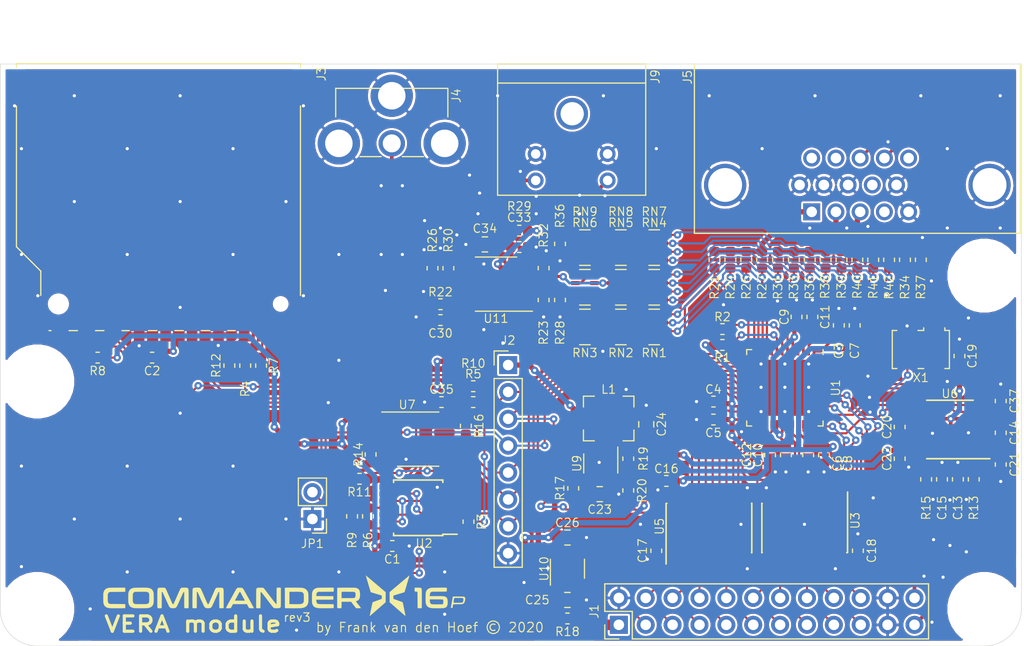
<source format=kicad_pcb>
(kicad_pcb (version 20171130) (host pcbnew "(5.1.5)-3")
  (layers (0 F.Cu signal) (31 B.Cu signal) (34 B.Paste user hide) (35 F.Paste user hide) (36 B.SilkS user hide) (37 F.SilkS user) (38 B.Mask user hide) (39 F.Mask user) (44 Edge.Cuts user))
  (net 0 "")
  (net 1 GND)
  (net 2 +3V3)
  (net 3 +1V2)
  (net 4 L_AUDIO)
  (net 5 "Net-(C14-Pad2)")
  (net 6 "Net-(C14-Pad1)")
  (net 7 R_AUDIO)
  (net 8 +5V)
  (net 9 "Net-(C20-Pad1)")
  (net 10 "Net-(C21-Pad1)")
  (net 11 "Net-(C23-Pad1)")
  (net 12 "Net-(C25-Pad1)")
  (net 13 "Net-(C30-Pad2)")
  (net 14 "Net-(C30-Pad1)")
  (net 15 "Net-(C33-Pad1)")
  (net 16 BUS_A0_5V)
  (net 17 BUS_A1_5V)
  (net 18 BUS_A2_5V)
  (net 19 BUS_IRQ#_5V)
  (net 20 BUS_RES#_5V)
  (net 21 BUS_CS#_5V)
  (net 22 BUS_D0_5V)
  (net 23 BUS_D1_5V)
  (net 24 BUS_D2_5V)
  (net 25 BUS_D3_5V)
  (net 26 BUS_D4_5V)
  (net 27 BUS_D5_5V)
  (net 28 BUS_D6_5V)
  (net 29 BUS_D7_5V)
  (net 30 SPI_SSEL_N)
  (net 31 SPI_SCK)
  (net 32 SPI_MOSI)
  (net 33 SPI_MISO)
  (net 34 FPGA_CRESET_B)
  (net 35 FPGA_CDONE)
  (net 36 "Net-(J3-Pad9)")
  (net 37 "Net-(J3-Pad8)")
  (net 38 "Net-(J3-Pad7)")
  (net 39 "Net-(J3-Pad5)")
  (net 40 "Net-(J3-Pad2)")
  (net 41 "Net-(J3-Pad1)")
  (net 42 "Net-(J5-Pad1)")
  (net 43 "Net-(J5-Pad2)")
  (net 44 "Net-(J5-Pad3)")
  (net 45 "Net-(J5-Pad13)")
  (net 46 "Net-(J5-Pad14)")
  (net 47 "Net-(J9-Pad4)")
  (net 48 "Net-(J9-Pad3)")
  (net 49 "Net-(L1-Pad1)")
  (net 50 SD_SSEL_N)
  (net 51 "Net-(R13-Pad2)")
  (net 52 "Net-(R14-Pad2)")
  (net 53 "Net-(R15-Pad2)")
  (net 54 "Net-(R16-Pad2)")
  (net 55 "Net-(R19-Pad2)")
  (net 56 VGA_R3)
  (net 57 "Net-(R22-Pad2)")
  (net 58 "Net-(R23-Pad1)")
  (net 59 VGA_R2)
  (net 60 VGA_R1)
  (net 61 "Net-(R26-Pad2)")
  (net 62 VGA_R0)
  (net 63 "Net-(R28-Pad2)")
  (net 64 VGA_G3)
  (net 65 "Net-(R32-Pad1)")
  (net 66 VGA_G2)
  (net 67 VGA_VSYNC)
  (net 68 VGA_G1)
  (net 69 "Net-(R36-Pad2)")
  (net 70 VGA_HSYNC)
  (net 71 VGA_G0)
  (net 72 VGA_B3)
  (net 73 VGA_B2)
  (net 74 VGA_B1)
  (net 75 VGA_B0)
  (net 76 "Net-(RN1-Pad5)")
  (net 77 "Net-(RN1-Pad6)")
  (net 78 "Net-(RN1-Pad8)")
  (net 79 "Net-(RN1-Pad7)")
  (net 80 "Net-(RN2-Pad5)")
  (net 81 "Net-(RN2-Pad6)")
  (net 82 "Net-(RN2-Pad7)")
  (net 83 "Net-(RN3-Pad5)")
  (net 84 "Net-(RN4-Pad5)")
  (net 85 "Net-(RN4-Pad6)")
  (net 86 "Net-(RN4-Pad8)")
  (net 87 "Net-(RN4-Pad7)")
  (net 88 "Net-(RN5-Pad5)")
  (net 89 "Net-(RN5-Pad7)")
  (net 90 "Net-(RN6-Pad5)")
  (net 91 "Net-(RN7-Pad5)")
  (net 92 "Net-(RN7-Pad6)")
  (net 93 "Net-(RN7-Pad8)")
  (net 94 "Net-(RN7-Pad7)")
  (net 95 "Net-(RN8-Pad5)")
  (net 96 "Net-(RN8-Pad6)")
  (net 97 "Net-(RN8-Pad7)")
  (net 98 AUDIO_LRCK)
  (net 99 AUDIO_DATA)
  (net 100 BUS_A0)
  (net 101 BUS_A1)
  (net 102 BUS_A2)
  (net 103 AUDIO_BCK)
  (net 104 SYSCLK)
  (net 105 BUS_IRQ#)
  (net 106 BUS_CS#)
  (net 107 BUS_D0)
  (net 108 BUS_D1)
  (net 109 BUS_D2)
  (net 110 BUS_D3)
  (net 111 BUS_D4)
  (net 112 BUS_D5)
  (net 113 BUS_D6)
  (net 114 BUS_D7)
  (net 115 "Net-(U2-Pad10)")
  (net 116 "Net-(U2-Pad3)")
  (net 117 FLASH_SSEL_N)
  (net 118 BUS_A4)
  (net 119 BUS_A3)
  (net 120 BUS_A3_5V)
  (net 121 BUS_RD#_5V)
  (net 122 BUS_A4_5V)
  (net 123 BUS_WR#_5V)
  (net 124 BUS_WR#)
  (net 125 BUS_RD#)
  (module vera-module:x16plogo (layer F.Cu) (at 128.3 130.3)
    (fp_text reference LOGO1 hide)
    (fp_text value "X16 logo" hide)
  )
  (module Connector_PinHeader_2.54mm:PinHeader_2x12_P2.54mm_Vertical (layer F.Cu) (at 159.96 133 90)
    (fp_text reference J1 (at 1.27 -2.33 90) (layer F.SilkS) (effects (font (size 0.8 0.8) (thickness 0.1))))
    (fp_text value Bus)
    (pad 24 thru_hole oval (at 2.54 27.94 90) (size 1.7 1.7) (drill 1) (layers *.Cu *.Mask) (net 7 R_AUDIO))
    (pad 23 thru_hole oval (at 0 27.94 90) (size 1.7 1.7) (drill 1) (layers *.Cu *.Mask) (net 4 L_AUDIO))
    (pad 22 thru_hole oval (at 2.54 25.4 90) (size 1.7 1.7) (drill 1) (layers *.Cu *.Mask) (net 1 GND))
    (pad 21 thru_hole oval (at 0 25.4 90) (size 1.7 1.7) (drill 1) (layers *.Cu *.Mask) (net 1 GND))
    (pad 20 thru_hole oval (at 2.54 22.86 90) (size 1.7 1.7) (drill 1) (layers *.Cu *.Mask) (net 17 BUS_A1_5V))
    (pad 19 thru_hole oval (at 0 22.86 90) (size 1.7 1.7) (drill 1) (layers *.Cu *.Mask) (net 16 BUS_A0_5V))
    (pad 18 thru_hole oval (at 2.54 20.32 90) (size 1.7 1.7) (drill 1) (layers *.Cu *.Mask) (net 120 BUS_A3_5V))
    (pad 17 thru_hole oval (at 0 20.32 90) (size 1.7 1.7) (drill 1) (layers *.Cu *.Mask) (net 18 BUS_A2_5V))
    (pad 16 thru_hole oval (at 2.54 17.78 90) (size 1.7 1.7) (drill 1) (layers *.Cu *.Mask) (net 121 BUS_RD#_5V))
    (pad 15 thru_hole oval (at 0 17.78 90) (size 1.7 1.7) (drill 1) (layers *.Cu *.Mask) (net 122 BUS_A4_5V))
    (pad 14 thru_hole oval (at 2.54 15.24 90) (size 1.7 1.7) (drill 1) (layers *.Cu *.Mask) (net 19 BUS_IRQ#_5V))
    (pad 13 thru_hole oval (at 0 15.24 90) (size 1.7 1.7) (drill 1) (layers *.Cu *.Mask) (net 123 BUS_WR#_5V))
    (pad 12 thru_hole oval (at 2.54 12.7 90) (size 1.7 1.7) (drill 1) (layers *.Cu *.Mask) (net 20 BUS_RES#_5V))
    (pad 11 thru_hole oval (at 0 12.7 90) (size 1.7 1.7) (drill 1) (layers *.Cu *.Mask) (net 21 BUS_CS#_5V))
    (pad 10 thru_hole oval (at 2.54 10.16 90) (size 1.7 1.7) (drill 1) (layers *.Cu *.Mask) (net 22 BUS_D0_5V))
    (pad 9 thru_hole oval (at 0 10.16 90) (size 1.7 1.7) (drill 1) (layers *.Cu *.Mask) (net 23 BUS_D1_5V))
    (pad 8 thru_hole oval (at 2.54 7.62 90) (size 1.7 1.7) (drill 1) (layers *.Cu *.Mask) (net 24 BUS_D2_5V))
    (pad 7 thru_hole oval (at 0 7.62 90) (size 1.7 1.7) (drill 1) (layers *.Cu *.Mask) (net 25 BUS_D3_5V))
    (pad 6 thru_hole oval (at 2.54 5.08 90) (size 1.7 1.7) (drill 1) (layers *.Cu *.Mask) (net 26 BUS_D4_5V))
    (pad 5 thru_hole oval (at 0 5.08 90) (size 1.7 1.7) (drill 1) (layers *.Cu *.Mask) (net 27 BUS_D5_5V))
    (pad 4 thru_hole oval (at 2.54 2.54 90) (size 1.7 1.7) (drill 1) (layers *.Cu *.Mask) (net 28 BUS_D6_5V))
    (pad 3 thru_hole oval (at 0 2.54 90) (size 1.7 1.7) (drill 1) (layers *.Cu *.Mask) (net 29 BUS_D7_5V))
    (pad 2 thru_hole oval (at 2.54 0 90) (size 1.7 1.7) (drill 1) (layers *.Cu *.Mask) (net 1 GND))
    (pad 1 thru_hole rect (at 0 0 90) (size 1.7 1.7) (drill 1) (layers *.Cu *.Mask) (net 8 +5V))
  )
  (module Connector_PinHeader_2.54mm:PinHeader_1x02_P2.54mm_Vertical (layer F.Cu) (at 131 123 180)
    (fp_text reference JP1 (at 0 -2.33) (layer F.SilkS) (effects (font (size 0.8 0.8) (thickness 0.1))))
    (fp_text value "Flash enable")
    (pad 2 thru_hole oval (at 0 2.54 180) (size 1.7 1.7) (drill 1) (layers *.Cu *.Mask) (net 35 FPGA_CDONE))
    (pad 1 thru_hole rect (at 0 0 180) (size 1.7 1.7) (drill 1) (layers *.Cu *.Mask) (net 1 GND))
  )
  (module MountingHole:MountingHole_3.2mm_M3 (layer F.Cu) (at 105 131.5 90)
    (fp_text reference H4 hide)
    (fp_text value MountingHole)
    (pad "" np_thru_hole circle (at 0 0 90) (size 4 4) (drill 4) (layers *.Cu *.Mask) (clearance 1.5))
  )
  (module MountingHole:MountingHole_3.2mm_M3 (layer F.Cu) (at 194.5 100)
    (fp_text reference H3 hide)
    (fp_text value MountingHole)
    (pad "" np_thru_hole circle (at 0 0) (size 4 4) (drill 4) (layers *.Cu *.Mask) (clearance 1.5))
  )
  (module MountingHole:MountingHole_3.2mm_M3 (layer F.Cu) (at 194.5 131.5)
    (fp_text reference H2 hide)
    (fp_text value MountingHole)
    (pad "" np_thru_hole circle (at 0 0) (size 4 4) (drill 4) (layers *.Cu *.Mask) (clearance 1.5))
  )
  (module MountingHole:MountingHole_3.2mm_M3 (layer F.Cu) (at 105 110)
    (fp_text reference H1 hide)
    (fp_text value MountingHole)
    (pad "" np_thru_hole circle (at 0 0) (size 4 4) (drill 4) (layers *.Cu *.Mask) (clearance 1.5))
  )
  (module Capacitor_SMD:C_0603_1608Metric (layer F.Cu) (at 196.05 111.85 90)
    (fp_text reference C37 (at 0 1.3 90) (layer F.SilkS) (effects (font (size 0.8 0.8) (thickness 0.1))))
    (fp_text value 4.7uF)
    (pad 2 smd roundrect (at 0.7875 0 90) (size 0.875 0.95) (layers F.Cu F.Paste F.Mask) (net 1 GND))
    (pad 1 smd roundrect (at -0.7875 0 90) (size 0.875 0.95) (layers F.Cu F.Paste F.Mask) (net 2 +3V3))
  )
  (module Capacitor_SMD:C_0603_1608Metric (layer F.Cu) (at 186.5 117.3 270)
    (fp_text reference C22 (at 0 1.2 90) (layer F.SilkS) (effects (font (size 0.8 0.8) (thickness 0.1))))
    (fp_text value 4.7uF)
    (pad 2 smd roundrect (at 0.7875 0 270) (size 0.875 0.95) (layers F.Cu F.Paste F.Mask) (net 1 GND))
    (pad 1 smd roundrect (at -0.7875 0 270) (size 0.875 0.95) (layers F.Cu F.Paste F.Mask) (net 2 +3V3))
  )
  (module Capacitor_SMD:C_0603_1608Metric (layer F.Cu) (at 143.2 111.95 180)
    (fp_text reference C35 (at 0 1.2) (layer F.SilkS) (effects (font (size 0.8 0.8) (thickness 0.1))))
    (fp_text value 100nF)
    (pad 2 smd roundrect (at 0.7875 0 180) (size 0.875 0.95) (layers F.Cu F.Paste F.Mask) (net 1 GND))
    (pad 1 smd roundrect (at -0.7875 0 180) (size 0.875 0.95) (layers F.Cu F.Paste F.Mask) (net 2 +3V3))
  )
  (module Capacitor_SMD:C_0603_1608Metric (layer F.Cu) (at 192.15 107.6 90)
    (fp_text reference C19 (at 0 1.2 90) (layer F.SilkS) (effects (font (size 0.8 0.8) (thickness 0.1))))
    (fp_text value 100nF)
    (pad 2 smd roundrect (at 0.7875 0 90) (size 0.875 0.95) (layers F.Cu F.Paste F.Mask) (net 1 GND))
    (pad 1 smd roundrect (at -0.7875 0 90) (size 0.875 0.95) (layers F.Cu F.Paste F.Mask) (net 2 +3V3))
  )
  (module Oscillator:Oscillator_SMD_SeikoEpson_SG8002LB-4Pin_5.0x3.2mm (layer F.Cu) (at 188.5 106.98 180)
    (fp_text reference X1 (at 0 -2.67) (layer F.SilkS) (effects (font (size 0.8 0.8) (thickness 0.1))))
    (fp_text value SG5032CAN_25.000000M-TJGA3)
    (pad 4 smd rect (at -1.27 -1.1 180) (size 1.6 1.5) (layers F.Cu F.Paste F.Mask) (net 2 +3V3))
    (pad 3 smd rect (at 1.27 -1.1 180) (size 1.6 1.5) (layers F.Cu F.Paste F.Mask) (net 104 SYSCLK))
    (pad 2 smd rect (at 1.27 1.1 180) (size 1.6 1.5) (layers F.Cu F.Paste F.Mask) (net 1 GND))
    (pad 1 smd rect (at -1.27 1.1 180) (size 1.6 1.5) (layers F.Cu F.Paste F.Mask))
  )
  (module Package_SO:SOIC-8_3.9x4.9mm_P1.27mm (layer F.Cu) (at 148.35 100.8 180)
    (fp_text reference U11 (at 0 -3.25) (layer F.SilkS) (effects (font (size 0.8 0.8) (thickness 0.1))))
    (fp_text value THS7314D)
    (pad 8 smd roundrect (at 2.475 -1.905 180) (size 1.95 0.6) (layers F.Cu F.Paste F.Mask) (net 57 "Net-(R22-Pad2)"))
    (pad 7 smd roundrect (at 2.475 -0.635 180) (size 1.95 0.6) (layers F.Cu F.Paste F.Mask) (net 61 "Net-(R26-Pad2)"))
    (pad 6 smd roundrect (at 2.475 0.635 180) (size 1.95 0.6) (layers F.Cu F.Paste F.Mask) (net 13 "Net-(C30-Pad2)"))
    (pad 5 smd roundrect (at 2.475 1.905 180) (size 1.95 0.6) (layers F.Cu F.Paste F.Mask) (net 1 GND))
    (pad 4 smd roundrect (at -2.475 1.905 180) (size 1.95 0.6) (layers F.Cu F.Paste F.Mask) (net 15 "Net-(C33-Pad1)"))
    (pad 3 smd roundrect (at -2.475 0.635 180) (size 1.95 0.6) (layers F.Cu F.Paste F.Mask) (net 65 "Net-(R32-Pad1)"))
    (pad 2 smd roundrect (at -2.475 -0.635 180) (size 1.95 0.6) (layers F.Cu F.Paste F.Mask) (net 58 "Net-(R23-Pad1)"))
    (pad 1 smd roundrect (at -2.475 -1.905 180) (size 1.95 0.6) (layers F.Cu F.Paste F.Mask) (net 58 "Net-(R23-Pad1)"))
  )
  (module Package_TO_SOT_SMD:SOT-23-5 (layer F.Cu) (at 155.1 127.7 90)
    (fp_text reference U10 (at 0 -2.2 90) (layer F.SilkS) (effects (font (size 0.8 0.8) (thickness 0.1))))
    (fp_text value MIC5504-3.3YM5)
    (pad 5 smd rect (at 1.1 -0.95 90) (size 1.06 0.65) (layers F.Cu F.Paste F.Mask) (net 2 +3V3))
    (pad 4 smd rect (at 1.1 0.95 90) (size 1.06 0.65) (layers F.Cu F.Paste F.Mask))
    (pad 3 smd rect (at -1.1 0.95 90) (size 1.06 0.65) (layers F.Cu F.Paste F.Mask) (net 12 "Net-(C25-Pad1)"))
    (pad 2 smd rect (at -1.1 0 90) (size 1.06 0.65) (layers F.Cu F.Paste F.Mask) (net 1 GND))
    (pad 1 smd rect (at -1.1 -0.95 90) (size 1.06 0.65) (layers F.Cu F.Paste F.Mask) (net 12 "Net-(C25-Pad1)"))
  )
  (module Package_TO_SOT_SMD:SOT-23-5 (layer F.Cu) (at 158.25 117.75 270)
    (fp_text reference U9 (at 0 2.25 90) (layer F.SilkS) (effects (font (size 0.8 0.8) (thickness 0.1))))
    (fp_text value AP3417CKTR-G1)
    (pad 5 smd rect (at 1.1 -0.95 270) (size 1.06 0.65) (layers F.Cu F.Paste F.Mask) (net 55 "Net-(R19-Pad2)"))
    (pad 4 smd rect (at 1.1 0.95 270) (size 1.06 0.65) (layers F.Cu F.Paste F.Mask) (net 11 "Net-(C23-Pad1)"))
    (pad 3 smd rect (at -1.1 0.95 270) (size 1.06 0.65) (layers F.Cu F.Paste F.Mask) (net 49 "Net-(L1-Pad1)"))
    (pad 2 smd rect (at -1.1 0 270) (size 1.06 0.65) (layers F.Cu F.Paste F.Mask) (net 1 GND))
    (pad 1 smd rect (at -1.1 -0.95 270) (size 1.06 0.65) (layers F.Cu F.Paste F.Mask) (net 11 "Net-(C23-Pad1)"))
  )
  (module Package_SO:SOIC-8_3.9x4.9mm_P1.27mm (layer F.Cu) (at 141 115.45)
    (fp_text reference U7 (at -1.05 -3.25) (layer F.SilkS) (effects (font (size 0.8 0.8) (thickness 0.1))))
    (fp_text value W25Q16JVSNIQ)
    (pad 8 smd roundrect (at 2.475 -1.905) (size 1.95 0.6) (layers F.Cu F.Paste F.Mask) (net 2 +3V3))
    (pad 7 smd roundrect (at 2.475 -0.635) (size 1.95 0.6) (layers F.Cu F.Paste F.Mask) (net 54 "Net-(R16-Pad2)"))
    (pad 6 smd roundrect (at 2.475 0.635) (size 1.95 0.6) (layers F.Cu F.Paste F.Mask) (net 31 SPI_SCK))
    (pad 5 smd roundrect (at 2.475 1.905) (size 1.95 0.6) (layers F.Cu F.Paste F.Mask) (net 32 SPI_MOSI))
    (pad 4 smd roundrect (at -2.475 1.905) (size 1.95 0.6) (layers F.Cu F.Paste F.Mask) (net 1 GND))
    (pad 3 smd roundrect (at -2.475 0.635) (size 1.95 0.6) (layers F.Cu F.Paste F.Mask) (net 52 "Net-(R14-Pad2)"))
    (pad 2 smd roundrect (at -2.475 -0.635) (size 1.95 0.6) (layers F.Cu F.Paste F.Mask) (net 33 SPI_MISO))
    (pad 1 smd roundrect (at -2.475 -1.905) (size 1.95 0.6) (layers F.Cu F.Paste F.Mask) (net 117 FLASH_SSEL_N))
  )
  (module Package_SO:TSSOP-16_4.4x5mm_P0.65mm (layer F.Cu) (at 191.25 114.5 180)
    (fp_text reference U6 (at 0 3.35) (layer F.SilkS) (effects (font (size 0.8 0.8) (thickness 0.1))))
    (fp_text value WM8524CGEDT)
    (pad 16 smd rect (at 2.95 -2.275 180) (size 1.5 0.45) (layers F.Cu F.Paste F.Mask) (net 53 "Net-(R15-Pad2)"))
    (pad 15 smd rect (at 2.95 -1.625 180) (size 1.5 0.45) (layers F.Cu F.Paste F.Mask) (net 2 +3V3))
    (pad 14 smd rect (at 2.95 -0.975 180) (size 1.5 0.45) (layers F.Cu F.Paste F.Mask) (net 9 "Net-(C20-Pad1)"))
    (pad 13 smd rect (at 2.95 -0.325 180) (size 1.5 0.45) (layers F.Cu F.Paste F.Mask) (net 1 GND))
    (pad 12 smd rect (at 2.95 0.325 180) (size 1.5 0.45) (layers F.Cu F.Paste F.Mask) (net 2 +3V3))
    (pad 11 smd rect (at 2.95 0.975 180) (size 1.5 0.45) (layers F.Cu F.Paste F.Mask) (net 2 +3V3))
    (pad 10 smd rect (at 2.95 1.625 180) (size 1.5 0.45) (layers F.Cu F.Paste F.Mask) (net 104 SYSCLK))
    (pad 9 smd rect (at 2.95 2.275 180) (size 1.5 0.45) (layers F.Cu F.Paste F.Mask) (net 103 AUDIO_BCK))
    (pad 8 smd rect (at -2.95 2.275 180) (size 1.5 0.45) (layers F.Cu F.Paste F.Mask) (net 98 AUDIO_LRCK))
    (pad 7 smd rect (at -2.95 1.625 180) (size 1.5 0.45) (layers F.Cu F.Paste F.Mask) (net 99 AUDIO_DATA))
    (pad 6 smd rect (at -2.95 0.975 180) (size 1.5 0.45) (layers F.Cu F.Paste F.Mask) (net 2 +3V3))
    (pad 5 smd rect (at -2.95 0.325 180) (size 1.5 0.45) (layers F.Cu F.Paste F.Mask) (net 5 "Net-(C14-Pad2)"))
    (pad 4 smd rect (at -2.95 -0.325 180) (size 1.5 0.45) (layers F.Cu F.Paste F.Mask) (net 1 GND))
    (pad 3 smd rect (at -2.95 -0.975 180) (size 1.5 0.45) (layers F.Cu F.Paste F.Mask) (net 6 "Net-(C14-Pad1)"))
    (pad 2 smd rect (at -2.95 -1.625 180) (size 1.5 0.45) (layers F.Cu F.Paste F.Mask) (net 10 "Net-(C21-Pad1)"))
    (pad 1 smd rect (at -2.95 -2.275 180) (size 1.5 0.45) (layers F.Cu F.Paste F.Mask) (net 51 "Net-(R13-Pad2)"))
  )
  (module Package_SO:TSSOP-24_4.4x7.8mm_P0.65mm (layer F.Cu) (at 168.5 123.85 90)
    (fp_text reference U5 (at 0.15 -4.7 90) (layer F.SilkS) (effects (font (size 0.8 0.8) (thickness 0.1))))
    (fp_text value 74LVC4245APW)
    (pad 24 smd rect (at 2.85 -3.575 90) (size 1.1 0.4) (layers F.Cu F.Paste F.Mask) (net 2 +3V3))
    (pad 23 smd rect (at 2.85 -2.925 90) (size 1.1 0.4) (layers F.Cu F.Paste F.Mask) (net 2 +3V3))
    (pad 22 smd rect (at 2.85 -2.275 90) (size 1.1 0.4) (layers F.Cu F.Paste F.Mask) (net 106 BUS_CS#))
    (pad 21 smd rect (at 2.85 -1.625 90) (size 1.1 0.4) (layers F.Cu F.Paste F.Mask) (net 114 BUS_D7))
    (pad 20 smd rect (at 2.85 -0.975 90) (size 1.1 0.4) (layers F.Cu F.Paste F.Mask) (net 113 BUS_D6))
    (pad 19 smd rect (at 2.85 -0.325 90) (size 1.1 0.4) (layers F.Cu F.Paste F.Mask) (net 112 BUS_D5))
    (pad 18 smd rect (at 2.85 0.325 90) (size 1.1 0.4) (layers F.Cu F.Paste F.Mask) (net 111 BUS_D4))
    (pad 17 smd rect (at 2.85 0.975 90) (size 1.1 0.4) (layers F.Cu F.Paste F.Mask) (net 110 BUS_D3))
    (pad 16 smd rect (at 2.85 1.625 90) (size 1.1 0.4) (layers F.Cu F.Paste F.Mask) (net 109 BUS_D2))
    (pad 15 smd rect (at 2.85 2.275 90) (size 1.1 0.4) (layers F.Cu F.Paste F.Mask) (net 108 BUS_D1))
    (pad 14 smd rect (at 2.85 2.925 90) (size 1.1 0.4) (layers F.Cu F.Paste F.Mask) (net 107 BUS_D0))
    (pad 13 smd rect (at 2.85 3.575 90) (size 1.1 0.4) (layers F.Cu F.Paste F.Mask) (net 1 GND))
    (pad 12 smd rect (at -2.85 3.575 90) (size 1.1 0.4) (layers F.Cu F.Paste F.Mask) (net 1 GND))
    (pad 11 smd rect (at -2.85 2.925 90) (size 1.1 0.4) (layers F.Cu F.Paste F.Mask) (net 1 GND))
    (pad 10 smd rect (at -2.85 2.275 90) (size 1.1 0.4) (layers F.Cu F.Paste F.Mask) (net 22 BUS_D0_5V))
    (pad 9 smd rect (at -2.85 1.625 90) (size 1.1 0.4) (layers F.Cu F.Paste F.Mask) (net 23 BUS_D1_5V))
    (pad 8 smd rect (at -2.85 0.975 90) (size 1.1 0.4) (layers F.Cu F.Paste F.Mask) (net 24 BUS_D2_5V))
    (pad 7 smd rect (at -2.85 0.325 90) (size 1.1 0.4) (layers F.Cu F.Paste F.Mask) (net 25 BUS_D3_5V))
    (pad 6 smd rect (at -2.85 -0.325 90) (size 1.1 0.4) (layers F.Cu F.Paste F.Mask) (net 26 BUS_D4_5V))
    (pad 5 smd rect (at -2.85 -0.975 90) (size 1.1 0.4) (layers F.Cu F.Paste F.Mask) (net 27 BUS_D5_5V))
    (pad 4 smd rect (at -2.85 -1.625 90) (size 1.1 0.4) (layers F.Cu F.Paste F.Mask) (net 28 BUS_D6_5V))
    (pad 3 smd rect (at -2.85 -2.275 90) (size 1.1 0.4) (layers F.Cu F.Paste F.Mask) (net 29 BUS_D7_5V))
    (pad 2 smd rect (at -2.85 -2.925 90) (size 1.1 0.4) (layers F.Cu F.Paste F.Mask) (net 121 BUS_RD#_5V))
    (pad 1 smd rect (at -2.85 -3.575 90) (size 1.1 0.4) (layers F.Cu F.Paste F.Mask) (net 8 +5V))
  )
  (module Package_SO:TSSOP-24_4.4x7.8mm_P0.65mm (layer F.Cu) (at 177.5 123.85 270)
    (fp_text reference U3 (at -0.7 -4.8 90) (layer F.SilkS) (effects (font (size 0.8 0.8) (thickness 0.1))))
    (fp_text value SN74CBTD3861PWR)
    (pad 24 smd rect (at 2.85 -3.575 270) (size 1.1 0.4) (layers F.Cu F.Paste F.Mask) (net 8 +5V))
    (pad 23 smd rect (at 2.85 -2.925 270) (size 1.1 0.4) (layers F.Cu F.Paste F.Mask) (net 1 GND))
    (pad 22 smd rect (at 2.85 -2.275 270) (size 1.1 0.4) (layers F.Cu F.Paste F.Mask) (net 17 BUS_A1_5V))
    (pad 21 smd rect (at 2.85 -1.625 270) (size 1.1 0.4) (layers F.Cu F.Paste F.Mask) (net 16 BUS_A0_5V))
    (pad 20 smd rect (at 2.85 -0.975 270) (size 1.1 0.4) (layers F.Cu F.Paste F.Mask) (net 120 BUS_A3_5V))
    (pad 19 smd rect (at 2.85 -0.325 270) (size 1.1 0.4) (layers F.Cu F.Paste F.Mask) (net 18 BUS_A2_5V))
    (pad 18 smd rect (at 2.85 0.325 270) (size 1.1 0.4) (layers F.Cu F.Paste F.Mask) (net 121 BUS_RD#_5V))
    (pad 17 smd rect (at 2.85 0.975 270) (size 1.1 0.4) (layers F.Cu F.Paste F.Mask) (net 122 BUS_A4_5V))
    (pad 16 smd rect (at 2.85 1.625 270) (size 1.1 0.4) (layers F.Cu F.Paste F.Mask) (net 19 BUS_IRQ#_5V))
    (pad 15 smd rect (at 2.85 2.275 270) (size 1.1 0.4) (layers F.Cu F.Paste F.Mask) (net 123 BUS_WR#_5V))
    (pad 14 smd rect (at 2.85 2.925 270) (size 1.1 0.4) (layers F.Cu F.Paste F.Mask) (net 20 BUS_RES#_5V))
    (pad 13 smd rect (at 2.85 3.575 270) (size 1.1 0.4) (layers F.Cu F.Paste F.Mask) (net 21 BUS_CS#_5V))
    (pad 12 smd rect (at -2.85 3.575 270) (size 1.1 0.4) (layers F.Cu F.Paste F.Mask) (net 1 GND))
    (pad 11 smd rect (at -2.85 2.925 270) (size 1.1 0.4) (layers F.Cu F.Paste F.Mask) (net 106 BUS_CS#))
    (pad 10 smd rect (at -2.85 2.275 270) (size 1.1 0.4) (layers F.Cu F.Paste F.Mask) (net 34 FPGA_CRESET_B))
    (pad 9 smd rect (at -2.85 1.625 270) (size 1.1 0.4) (layers F.Cu F.Paste F.Mask) (net 124 BUS_WR#))
    (pad 8 smd rect (at -2.85 0.975 270) (size 1.1 0.4) (layers F.Cu F.Paste F.Mask) (net 105 BUS_IRQ#))
    (pad 7 smd rect (at -2.85 0.325 270) (size 1.1 0.4) (layers F.Cu F.Paste F.Mask) (net 118 BUS_A4))
    (pad 6 smd rect (at -2.85 -0.325 270) (size 1.1 0.4) (layers F.Cu F.Paste F.Mask) (net 125 BUS_RD#))
    (pad 5 smd rect (at -2.85 -0.975 270) (size 1.1 0.4) (layers F.Cu F.Paste F.Mask) (net 102 BUS_A2))
    (pad 4 smd rect (at -2.85 -1.625 270) (size 1.1 0.4) (layers F.Cu F.Paste F.Mask) (net 119 BUS_A3))
    (pad 3 smd rect (at -2.85 -2.275 270) (size 1.1 0.4) (layers F.Cu F.Paste F.Mask) (net 100 BUS_A0))
    (pad 2 smd rect (at -2.85 -2.925 270) (size 1.1 0.4) (layers F.Cu F.Paste F.Mask) (net 101 BUS_A1))
    (pad 1 smd rect (at -2.85 -3.575 270) (size 1.1 0.4) (layers F.Cu F.Paste F.Mask))
  )
  (module Package_SO:TSSOP-14_4.4x5mm_P0.65mm (layer F.Cu) (at 141 121.94 180)
    (fp_text reference U2 (at -0.55 -3.36) (layer F.SilkS) (effects (font (size 0.8 0.8) (thickness 0.1))))
    (fp_text value 74AHC00PW)
    (pad 14 smd rect (at 2.95 -1.95 180) (size 1.45 0.45) (layers F.Cu F.Paste F.Mask) (net 2 +3V3))
    (pad 13 smd rect (at 2.95 -1.3 180) (size 1.45 0.45) (layers F.Cu F.Paste F.Mask) (net 115 "Net-(U2-Pad10)"))
    (pad 12 smd rect (at 2.95 -0.65 180) (size 1.45 0.45) (layers F.Cu F.Paste F.Mask) (net 35 FPGA_CDONE))
    (pad 11 smd rect (at 2.95 0 180) (size 1.45 0.45) (layers F.Cu F.Paste F.Mask) (net 50 SD_SSEL_N))
    (pad 10 smd rect (at 2.95 0.65 180) (size 1.45 0.45) (layers F.Cu F.Paste F.Mask) (net 115 "Net-(U2-Pad10)"))
    (pad 9 smd rect (at 2.95 1.3 180) (size 1.45 0.45) (layers F.Cu F.Paste F.Mask) (net 116 "Net-(U2-Pad3)"))
    (pad 8 smd rect (at 2.95 1.95 180) (size 1.45 0.45) (layers F.Cu F.Paste F.Mask) (net 117 FLASH_SSEL_N))
    (pad 7 smd rect (at -2.95 1.95 180) (size 1.45 0.45) (layers F.Cu F.Paste F.Mask) (net 1 GND))
    (pad 6 smd rect (at -2.95 1.3 180) (size 1.45 0.45) (layers F.Cu F.Paste F.Mask) (net 115 "Net-(U2-Pad10)"))
    (pad 5 smd rect (at -2.95 0.65 180) (size 1.45 0.45) (layers F.Cu F.Paste F.Mask) (net 30 SPI_SSEL_N))
    (pad 4 smd rect (at -2.95 0 180) (size 1.45 0.45) (layers F.Cu F.Paste F.Mask) (net 30 SPI_SSEL_N))
    (pad 3 smd rect (at -2.95 -0.65 180) (size 1.45 0.45) (layers F.Cu F.Paste F.Mask) (net 116 "Net-(U2-Pad3)"))
    (pad 2 smd rect (at -2.95 -1.3 180) (size 1.45 0.45) (layers F.Cu F.Paste F.Mask) (net 35 FPGA_CDONE))
    (pad 1 smd rect (at -2.95 -1.95 180) (size 1.45 0.45) (layers F.Cu F.Paste F.Mask) (net 35 FPGA_CDONE))
  )
  (module Package_DFN_QFN:QFN-48-1EP_7x7mm_P0.5mm_EP5.3x5.3mm (layer F.Cu) (at 175.65 110.6 270)
    (fp_text reference U1 (at 0 -4.8 90) (layer F.SilkS) (effects (font (size 0.8 0.8) (thickness 0.1))))
    (fp_text value ICE40UP5K-SG48ITR50)
    (pad 48 smd roundrect (at -2.75 -3.45 270) (size 0.25 0.8) (layers F.Cu F.Paste F.Mask) (net 73 VGA_B2))
    (pad 47 smd roundrect (at -2.25 -3.45 270) (size 0.25 0.8) (layers F.Cu F.Paste F.Mask) (net 74 VGA_B1))
    (pad 46 smd roundrect (at -1.75 -3.45 270) (size 0.25 0.8) (layers F.Cu F.Paste F.Mask) (net 75 VGA_B0))
    (pad 45 smd roundrect (at -1.25 -3.45 270) (size 0.25 0.8) (layers F.Cu F.Paste F.Mask) (net 67 VGA_VSYNC))
    (pad 44 smd roundrect (at -0.75 -3.45 270) (size 0.25 0.8) (layers F.Cu F.Paste F.Mask) (net 70 VGA_HSYNC))
    (pad 43 smd roundrect (at -0.25 -3.45 270) (size 0.25 0.8) (layers F.Cu F.Paste F.Mask) (net 98 AUDIO_LRCK))
    (pad 42 smd roundrect (at 0.25 -3.45 270) (size 0.25 0.8) (layers F.Cu F.Paste F.Mask) (net 99 AUDIO_DATA))
    (pad 41 smd roundrect (at 0.75 -3.45 270) (size 0.25 0.8) (layers F.Cu F.Paste F.Mask) (net 119 BUS_A3))
    (pad 40 smd roundrect (at 1.25 -3.45 270) (size 0.25 0.8) (layers F.Cu F.Paste F.Mask) (net 100 BUS_A0))
    (pad 39 smd roundrect (at 1.75 -3.45 270) (size 0.25 0.8) (layers F.Cu F.Paste F.Mask) (net 101 BUS_A1))
    (pad 38 smd roundrect (at 2.25 -3.45 270) (size 0.25 0.8) (layers F.Cu F.Paste F.Mask) (net 103 AUDIO_BCK))
    (pad 37 smd roundrect (at 2.75 -3.45 270) (size 0.25 0.8) (layers F.Cu F.Paste F.Mask) (net 102 BUS_A2))
    (pad 36 smd roundrect (at 3.45 -2.75 270) (size 0.8 0.25) (layers F.Cu F.Paste F.Mask) (net 125 BUS_RD#))
    (pad 35 smd roundrect (at 3.45 -2.25 270) (size 0.8 0.25) (layers F.Cu F.Paste F.Mask) (net 104 SYSCLK))
    (pad 34 smd roundrect (at 3.45 -1.75 270) (size 0.8 0.25) (layers F.Cu F.Paste F.Mask) (net 118 BUS_A4))
    (pad 33 smd roundrect (at 3.45 -1.25 270) (size 0.8 0.25) (layers F.Cu F.Paste F.Mask) (net 2 +3V3))
    (pad 32 smd roundrect (at 3.45 -0.75 270) (size 0.8 0.25) (layers F.Cu F.Paste F.Mask) (net 105 BUS_IRQ#))
    (pad 31 smd roundrect (at 3.45 -0.25 270) (size 0.8 0.25) (layers F.Cu F.Paste F.Mask) (net 124 BUS_WR#))
    (pad 30 smd roundrect (at 3.45 0.25 270) (size 0.8 0.25) (layers F.Cu F.Paste F.Mask) (net 3 +1V2))
    (pad 29 smd roundrect (at 3.45 0.75 270) (size 0.8 0.25) (layers F.Cu F.Paste F.Mask) (net 3 +1V2))
    (pad 28 smd roundrect (at 3.45 1.25 270) (size 0.8 0.25) (layers F.Cu F.Paste F.Mask) (net 106 BUS_CS#))
    (pad 27 smd roundrect (at 3.45 1.75 270) (size 0.8 0.25) (layers F.Cu F.Paste F.Mask) (net 107 BUS_D0))
    (pad 26 smd roundrect (at 3.45 2.25 270) (size 0.8 0.25) (layers F.Cu F.Paste F.Mask) (net 108 BUS_D1))
    (pad 25 smd roundrect (at 3.45 2.75 270) (size 0.8 0.25) (layers F.Cu F.Paste F.Mask) (net 109 BUS_D2))
    (pad 24 smd roundrect (at 2.75 3.45 270) (size 0.25 0.8) (layers F.Cu F.Paste F.Mask) (net 2 +3V3))
    (pad 23 smd roundrect (at 2.25 3.45 270) (size 0.25 0.8) (layers F.Cu F.Paste F.Mask) (net 110 BUS_D3))
    (pad 22 smd roundrect (at 1.75 3.45 270) (size 0.25 0.8) (layers F.Cu F.Paste F.Mask) (net 2 +3V3))
    (pad 21 smd roundrect (at 1.25 3.45 270) (size 0.25 0.8) (layers F.Cu F.Paste F.Mask) (net 111 BUS_D4))
    (pad 20 smd roundrect (at 0.75 3.45 270) (size 0.25 0.8) (layers F.Cu F.Paste F.Mask) (net 112 BUS_D5))
    (pad 19 smd roundrect (at 0.25 3.45 270) (size 0.25 0.8) (layers F.Cu F.Paste F.Mask) (net 113 BUS_D6))
    (pad 18 smd roundrect (at -0.25 3.45 270) (size 0.25 0.8) (layers F.Cu F.Paste F.Mask) (net 114 BUS_D7))
    (pad 17 smd roundrect (at -0.75 3.45 270) (size 0.25 0.8) (layers F.Cu F.Paste F.Mask) (net 33 SPI_MISO))
    (pad 16 smd roundrect (at -1.25 3.45 270) (size 0.25 0.8) (layers F.Cu F.Paste F.Mask) (net 30 SPI_SSEL_N))
    (pad 15 smd roundrect (at -1.75 3.45 270) (size 0.25 0.8) (layers F.Cu F.Paste F.Mask) (net 31 SPI_SCK))
    (pad 14 smd roundrect (at -2.25 3.45 270) (size 0.25 0.8) (layers F.Cu F.Paste F.Mask) (net 32 SPI_MOSI))
    (pad 13 smd roundrect (at -2.75 3.45 270) (size 0.25 0.8) (layers F.Cu F.Paste F.Mask) (net 56 VGA_R3))
    (pad 12 smd roundrect (at -3.45 2.75 270) (size 0.8 0.25) (layers F.Cu F.Paste F.Mask) (net 59 VGA_R2))
    (pad 11 smd roundrect (at -3.45 2.25 270) (size 0.8 0.25) (layers F.Cu F.Paste F.Mask) (net 60 VGA_R1))
    (pad 10 smd roundrect (at -3.45 1.75 270) (size 0.8 0.25) (layers F.Cu F.Paste F.Mask) (net 62 VGA_R0))
    (pad 9 smd roundrect (at -3.45 1.25 270) (size 0.8 0.25) (layers F.Cu F.Paste F.Mask) (net 64 VGA_G3))
    (pad 8 smd roundrect (at -3.45 0.75 270) (size 0.8 0.25) (layers F.Cu F.Paste F.Mask) (net 34 FPGA_CRESET_B))
    (pad 7 smd roundrect (at -3.45 0.25 270) (size 0.8 0.25) (layers F.Cu F.Paste F.Mask) (net 35 FPGA_CDONE))
    (pad 6 smd roundrect (at -3.45 -0.25 270) (size 0.8 0.25) (layers F.Cu F.Paste F.Mask) (net 66 VGA_G2))
    (pad 5 smd roundrect (at -3.45 -0.75 270) (size 0.8 0.25) (layers F.Cu F.Paste F.Mask) (net 3 +1V2))
    (pad 4 smd roundrect (at -3.45 -1.25 270) (size 0.8 0.25) (layers F.Cu F.Paste F.Mask) (net 68 VGA_G1))
    (pad 3 smd roundrect (at -3.45 -1.75 270) (size 0.8 0.25) (layers F.Cu F.Paste F.Mask) (net 71 VGA_G0))
    (pad 2 smd roundrect (at -3.45 -2.25 270) (size 0.8 0.25) (layers F.Cu F.Paste F.Mask) (net 72 VGA_B3))
    (pad 1 smd roundrect (at -3.45 -2.75 270) (size 0.8 0.25) (layers F.Cu F.Paste F.Mask) (net 2 +3V3))
    (pad 49 smd roundrect (at 0 0 270) (size 5.3 5.3) (layers F.Cu F.Mask) (roundrect_rratio 0.04717) (net 1 GND))
  )
  (module Resistor_SMD:R_Array_Convex_4x0603 (layer F.Cu) (at 156.75 97.35 180)
    (fp_text reference RN9 (at 0 3.4) (layer F.SilkS) (effects (font (size 0.8 0.8) (thickness 0.1))))
    (fp_text value CAY16-1001F4LF)
    (pad 5 smd rect (at 0.9 1.2 180) (size 0.8 0.5) (layers F.Cu F.Paste F.Mask) (net 69 "Net-(R36-Pad2)"))
    (pad 6 smd rect (at 0.9 0.4 180) (size 0.8 0.4) (layers F.Cu F.Paste F.Mask) (net 95 "Net-(RN8-Pad5)"))
    (pad 8 smd rect (at 0.9 -1.2 180) (size 0.8 0.5) (layers F.Cu F.Paste F.Mask) (net 97 "Net-(RN8-Pad7)"))
    (pad 7 smd rect (at 0.9 -0.4 180) (size 0.8 0.4) (layers F.Cu F.Paste F.Mask) (net 96 "Net-(RN8-Pad6)"))
    (pad 4 smd rect (at -0.9 1.2 180) (size 0.8 0.5) (layers F.Cu F.Paste F.Mask) (net 95 "Net-(RN8-Pad5)"))
    (pad 2 smd rect (at -0.9 -0.4 180) (size 0.8 0.4) (layers F.Cu F.Paste F.Mask) (net 97 "Net-(RN8-Pad7)"))
    (pad 3 smd rect (at -0.9 0.4 180) (size 0.8 0.4) (layers F.Cu F.Paste F.Mask) (net 96 "Net-(RN8-Pad6)"))
    (pad 1 smd rect (at -0.9 -1.2 180) (size 0.8 0.5) (layers F.Cu F.Paste F.Mask) (net 90 "Net-(RN6-Pad5)"))
  )
  (module Resistor_SMD:R_Array_Convex_4x0603 (layer F.Cu) (at 160.15 97.35 180)
    (fp_text reference RN8 (at 0 3.4) (layer F.SilkS) (effects (font (size 0.8 0.8) (thickness 0.1))))
    (fp_text value CAY16-1001F4LF)
    (pad 5 smd rect (at 0.9 1.2 180) (size 0.8 0.5) (layers F.Cu F.Paste F.Mask) (net 95 "Net-(RN8-Pad5)"))
    (pad 6 smd rect (at 0.9 0.4 180) (size 0.8 0.4) (layers F.Cu F.Paste F.Mask) (net 96 "Net-(RN8-Pad6)"))
    (pad 8 smd rect (at 0.9 -1.2 180) (size 0.8 0.5) (layers F.Cu F.Paste F.Mask) (net 90 "Net-(RN6-Pad5)"))
    (pad 7 smd rect (at 0.9 -0.4 180) (size 0.8 0.4) (layers F.Cu F.Paste F.Mask) (net 97 "Net-(RN8-Pad7)"))
    (pad 4 smd rect (at -0.9 1.2 180) (size 0.8 0.5) (layers F.Cu F.Paste F.Mask) (net 91 "Net-(RN7-Pad5)"))
    (pad 2 smd rect (at -0.9 -0.4 180) (size 0.8 0.4) (layers F.Cu F.Paste F.Mask) (net 94 "Net-(RN7-Pad7)"))
    (pad 3 smd rect (at -0.9 0.4 180) (size 0.8 0.4) (layers F.Cu F.Paste F.Mask) (net 92 "Net-(RN7-Pad6)"))
    (pad 1 smd rect (at -0.9 -1.2 180) (size 0.8 0.5) (layers F.Cu F.Paste F.Mask) (net 93 "Net-(RN7-Pad8)"))
  )
  (module Resistor_SMD:R_Array_Convex_4x0603 (layer F.Cu) (at 163.3 97.35 180)
    (fp_text reference RN7 (at 0 3.4) (layer F.SilkS) (effects (font (size 0.8 0.8) (thickness 0.1))))
    (fp_text value CAY16-1001F4LF)
    (pad 5 smd rect (at 0.9 1.2 180) (size 0.8 0.5) (layers F.Cu F.Paste F.Mask) (net 91 "Net-(RN7-Pad5)"))
    (pad 6 smd rect (at 0.9 0.4 180) (size 0.8 0.4) (layers F.Cu F.Paste F.Mask) (net 92 "Net-(RN7-Pad6)"))
    (pad 8 smd rect (at 0.9 -1.2 180) (size 0.8 0.5) (layers F.Cu F.Paste F.Mask) (net 93 "Net-(RN7-Pad8)"))
    (pad 7 smd rect (at 0.9 -0.4 180) (size 0.8 0.4) (layers F.Cu F.Paste F.Mask) (net 94 "Net-(RN7-Pad7)"))
    (pad 4 smd rect (at -0.9 1.2 180) (size 0.8 0.5) (layers F.Cu F.Paste F.Mask) (net 75 VGA_B0))
    (pad 2 smd rect (at -0.9 -0.4 180) (size 0.8 0.4) (layers F.Cu F.Paste F.Mask) (net 73 VGA_B2))
    (pad 3 smd rect (at -0.9 0.4 180) (size 0.8 0.4) (layers F.Cu F.Paste F.Mask) (net 74 VGA_B1))
    (pad 1 smd rect (at -0.9 -1.2 180) (size 0.8 0.5) (layers F.Cu F.Paste F.Mask) (net 72 VGA_B3))
  )
  (module Resistor_SMD:R_Array_Convex_4x0603 (layer F.Cu) (at 156.75 101.1 180)
    (fp_text reference RN6 (at 0 6.1) (layer F.SilkS) (effects (font (size 0.8 0.8) (thickness 0.1))))
    (fp_text value CAY16-1001F4LF)
    (pad 5 smd rect (at 0.9 1.2 180) (size 0.8 0.5) (layers F.Cu F.Paste F.Mask) (net 90 "Net-(RN6-Pad5)"))
    (pad 6 smd rect (at 0.9 0.4 180) (size 0.8 0.4) (layers F.Cu F.Paste F.Mask) (net 88 "Net-(RN5-Pad5)"))
    (pad 8 smd rect (at 0.9 -1.2 180) (size 0.8 0.5) (layers F.Cu F.Paste F.Mask) (net 89 "Net-(RN5-Pad7)"))
    (pad 7 smd rect (at 0.9 -0.4 180) (size 0.8 0.4) (layers F.Cu F.Paste F.Mask) (net 63 "Net-(R28-Pad2)"))
    (pad 4 smd rect (at -0.9 1.2 180) (size 0.8 0.5) (layers F.Cu F.Paste F.Mask) (net 88 "Net-(RN5-Pad5)"))
    (pad 2 smd rect (at -0.9 -0.4 180) (size 0.8 0.4) (layers F.Cu F.Paste F.Mask) (net 89 "Net-(RN5-Pad7)"))
    (pad 3 smd rect (at -0.9 0.4 180) (size 0.8 0.4) (layers F.Cu F.Paste F.Mask) (net 65 "Net-(R32-Pad1)"))
    (pad 1 smd rect (at -0.9 -1.2 180) (size 0.8 0.5) (layers F.Cu F.Paste F.Mask) (net 83 "Net-(RN3-Pad5)"))
  )
  (module Resistor_SMD:R_Array_Convex_4x0603 (layer F.Cu) (at 160.15 101.1 180)
    (fp_text reference RN5 (at 0 6.1) (layer F.SilkS) (effects (font (size 0.8 0.8) (thickness 0.1))))
    (fp_text value CAY16-1001F4LF)
    (pad 5 smd rect (at 0.9 1.2 180) (size 0.8 0.5) (layers F.Cu F.Paste F.Mask) (net 88 "Net-(RN5-Pad5)"))
    (pad 6 smd rect (at 0.9 0.4 180) (size 0.8 0.4) (layers F.Cu F.Paste F.Mask) (net 65 "Net-(R32-Pad1)"))
    (pad 8 smd rect (at 0.9 -1.2 180) (size 0.8 0.5) (layers F.Cu F.Paste F.Mask) (net 83 "Net-(RN3-Pad5)"))
    (pad 7 smd rect (at 0.9 -0.4 180) (size 0.8 0.4) (layers F.Cu F.Paste F.Mask) (net 89 "Net-(RN5-Pad7)"))
    (pad 4 smd rect (at -0.9 1.2 180) (size 0.8 0.5) (layers F.Cu F.Paste F.Mask) (net 84 "Net-(RN4-Pad5)"))
    (pad 2 smd rect (at -0.9 -0.4 180) (size 0.8 0.4) (layers F.Cu F.Paste F.Mask) (net 87 "Net-(RN4-Pad7)"))
    (pad 3 smd rect (at -0.9 0.4 180) (size 0.8 0.4) (layers F.Cu F.Paste F.Mask) (net 85 "Net-(RN4-Pad6)"))
    (pad 1 smd rect (at -0.9 -1.2 180) (size 0.8 0.5) (layers F.Cu F.Paste F.Mask) (net 86 "Net-(RN4-Pad8)"))
  )
  (module Resistor_SMD:R_Array_Convex_4x0603 (layer F.Cu) (at 163.3 101.1 180)
    (fp_text reference RN4 (at 0 6.1) (layer F.SilkS) (effects (font (size 0.8 0.8) (thickness 0.1))))
    (fp_text value CAY16-1001F4LF)
    (pad 5 smd rect (at 0.9 1.2 180) (size 0.8 0.5) (layers F.Cu F.Paste F.Mask) (net 84 "Net-(RN4-Pad5)"))
    (pad 6 smd rect (at 0.9 0.4 180) (size 0.8 0.4) (layers F.Cu F.Paste F.Mask) (net 85 "Net-(RN4-Pad6)"))
    (pad 8 smd rect (at 0.9 -1.2 180) (size 0.8 0.5) (layers F.Cu F.Paste F.Mask) (net 86 "Net-(RN4-Pad8)"))
    (pad 7 smd rect (at 0.9 -0.4 180) (size 0.8 0.4) (layers F.Cu F.Paste F.Mask) (net 87 "Net-(RN4-Pad7)"))
    (pad 4 smd rect (at -0.9 1.2 180) (size 0.8 0.5) (layers F.Cu F.Paste F.Mask) (net 71 VGA_G0))
    (pad 2 smd rect (at -0.9 -0.4 180) (size 0.8 0.4) (layers F.Cu F.Paste F.Mask) (net 66 VGA_G2))
    (pad 3 smd rect (at -0.9 0.4 180) (size 0.8 0.4) (layers F.Cu F.Paste F.Mask) (net 68 VGA_G1))
    (pad 1 smd rect (at -0.9 -1.2 180) (size 0.8 0.5) (layers F.Cu F.Paste F.Mask) (net 64 VGA_G3))
  )
  (module Resistor_SMD:R_Array_Convex_4x0603 (layer F.Cu) (at 156.75 104.85 180)
    (fp_text reference RN3 (at 0 -2.45) (layer F.SilkS) (effects (font (size 0.8 0.8) (thickness 0.1))))
    (fp_text value CAY16-1001F4LF)
    (pad 5 smd rect (at 0.9 1.2 180) (size 0.8 0.5) (layers F.Cu F.Paste F.Mask) (net 83 "Net-(RN3-Pad5)"))
    (pad 6 smd rect (at 0.9 0.4 180) (size 0.8 0.4) (layers F.Cu F.Paste F.Mask) (net 80 "Net-(RN2-Pad5)"))
    (pad 8 smd rect (at 0.9 -1.2 180) (size 0.8 0.5) (layers F.Cu F.Paste F.Mask) (net 82 "Net-(RN2-Pad7)"))
    (pad 7 smd rect (at 0.9 -0.4 180) (size 0.8 0.4) (layers F.Cu F.Paste F.Mask) (net 81 "Net-(RN2-Pad6)"))
    (pad 4 smd rect (at -0.9 1.2 180) (size 0.8 0.5) (layers F.Cu F.Paste F.Mask) (net 80 "Net-(RN2-Pad5)"))
    (pad 2 smd rect (at -0.9 -0.4 180) (size 0.8 0.4) (layers F.Cu F.Paste F.Mask) (net 82 "Net-(RN2-Pad7)"))
    (pad 3 smd rect (at -0.9 0.4 180) (size 0.8 0.4) (layers F.Cu F.Paste F.Mask) (net 81 "Net-(RN2-Pad6)"))
    (pad 1 smd rect (at -0.9 -1.2 180) (size 0.8 0.5) (layers F.Cu F.Paste F.Mask) (net 58 "Net-(R23-Pad1)"))
  )
  (module Resistor_SMD:R_Array_Convex_4x0603 (layer F.Cu) (at 160.15 104.85 180)
    (fp_text reference RN2 (at 0 -2.45) (layer F.SilkS) (effects (font (size 0.8 0.8) (thickness 0.1))))
    (fp_text value CAY16-1001F4LF)
    (pad 5 smd rect (at 0.9 1.2 180) (size 0.8 0.5) (layers F.Cu F.Paste F.Mask) (net 80 "Net-(RN2-Pad5)"))
    (pad 6 smd rect (at 0.9 0.4 180) (size 0.8 0.4) (layers F.Cu F.Paste F.Mask) (net 81 "Net-(RN2-Pad6)"))
    (pad 8 smd rect (at 0.9 -1.2 180) (size 0.8 0.5) (layers F.Cu F.Paste F.Mask) (net 58 "Net-(R23-Pad1)"))
    (pad 7 smd rect (at 0.9 -0.4 180) (size 0.8 0.4) (layers F.Cu F.Paste F.Mask) (net 82 "Net-(RN2-Pad7)"))
    (pad 4 smd rect (at -0.9 1.2 180) (size 0.8 0.5) (layers F.Cu F.Paste F.Mask) (net 76 "Net-(RN1-Pad5)"))
    (pad 2 smd rect (at -0.9 -0.4 180) (size 0.8 0.4) (layers F.Cu F.Paste F.Mask) (net 79 "Net-(RN1-Pad7)"))
    (pad 3 smd rect (at -0.9 0.4 180) (size 0.8 0.4) (layers F.Cu F.Paste F.Mask) (net 77 "Net-(RN1-Pad6)"))
    (pad 1 smd rect (at -0.9 -1.2 180) (size 0.8 0.5) (layers F.Cu F.Paste F.Mask) (net 78 "Net-(RN1-Pad8)"))
  )
  (module Resistor_SMD:R_Array_Convex_4x0603 (layer F.Cu) (at 163.3 104.85 180)
    (fp_text reference RN1 (at 0 -2.45) (layer F.SilkS) (effects (font (size 0.8 0.8) (thickness 0.1))))
    (fp_text value CAY16-1001F4LF)
    (pad 5 smd rect (at 0.9 1.2 180) (size 0.8 0.5) (layers F.Cu F.Paste F.Mask) (net 76 "Net-(RN1-Pad5)"))
    (pad 6 smd rect (at 0.9 0.4 180) (size 0.8 0.4) (layers F.Cu F.Paste F.Mask) (net 77 "Net-(RN1-Pad6)"))
    (pad 8 smd rect (at 0.9 -1.2 180) (size 0.8 0.5) (layers F.Cu F.Paste F.Mask) (net 78 "Net-(RN1-Pad8)"))
    (pad 7 smd rect (at 0.9 -0.4 180) (size 0.8 0.4) (layers F.Cu F.Paste F.Mask) (net 79 "Net-(RN1-Pad7)"))
    (pad 4 smd rect (at -0.9 1.2 180) (size 0.8 0.5) (layers F.Cu F.Paste F.Mask) (net 62 VGA_R0))
    (pad 2 smd rect (at -0.9 -0.4 180) (size 0.8 0.4) (layers F.Cu F.Paste F.Mask) (net 59 VGA_R2))
    (pad 3 smd rect (at -0.9 0.4 180) (size 0.8 0.4) (layers F.Cu F.Paste F.Mask) (net 60 VGA_R1))
    (pad 1 smd rect (at -0.9 -1.2 180) (size 0.8 0.5) (layers F.Cu F.Paste F.Mask) (net 56 VGA_R3))
  )
  (module Resistor_SMD:R_0603_1608Metric (layer F.Cu) (at 185.5 98.5 270)
    (fp_text reference R42 (at 2.6 0 90) (layer F.SilkS) (effects (font (size 0.8 0.8) (thickness 0.1))))
    (fp_text value 4300)
    (pad 2 smd roundrect (at 0.7875 0 270) (size 0.875 0.95) (layers F.Cu F.Paste F.Mask) (net 75 VGA_B0))
    (pad 1 smd roundrect (at -0.7875 0 270) (size 0.875 0.95) (layers F.Cu F.Paste F.Mask) (net 44 "Net-(J5-Pad3)"))
  )
  (module Resistor_SMD:R_0603_1608Metric (layer F.Cu) (at 184 98.5 270)
    (fp_text reference R41 (at 2.55 0 90) (layer F.SilkS) (effects (font (size 0.8 0.8) (thickness 0.1))))
    (fp_text value 2150)
    (pad 2 smd roundrect (at 0.7875 0 270) (size 0.875 0.95) (layers F.Cu F.Paste F.Mask) (net 74 VGA_B1))
    (pad 1 smd roundrect (at -0.7875 0 270) (size 0.875 0.95) (layers F.Cu F.Paste F.Mask) (net 44 "Net-(J5-Pad3)"))
  )
  (module Resistor_SMD:R_0603_1608Metric (layer F.Cu) (at 182.5 98.5 270)
    (fp_text reference R40 (at 2.55 0 90) (layer F.SilkS) (effects (font (size 0.8 0.8) (thickness 0.1))))
    (fp_text value 1070)
    (pad 2 smd roundrect (at 0.7875 0 270) (size 0.875 0.95) (layers F.Cu F.Paste F.Mask) (net 73 VGA_B2))
    (pad 1 smd roundrect (at -0.7875 0 270) (size 0.875 0.95) (layers F.Cu F.Paste F.Mask) (net 44 "Net-(J5-Pad3)"))
  )
  (module Resistor_SMD:R_0603_1608Metric (layer F.Cu) (at 181 98.5 270)
    (fp_text reference R39 (at 2.55 0 90) (layer F.SilkS) (effects (font (size 0.8 0.8) (thickness 0.1))))
    (fp_text value 536)
    (pad 2 smd roundrect (at 0.7875 0 270) (size 0.875 0.95) (layers F.Cu F.Paste F.Mask) (net 72 VGA_B3))
    (pad 1 smd roundrect (at -0.7875 0 270) (size 0.875 0.95) (layers F.Cu F.Paste F.Mask) (net 44 "Net-(J5-Pad3)"))
  )
  (module Resistor_SMD:R_0603_1608Metric (layer F.Cu) (at 179.5 98.5 270)
    (fp_text reference R38 (at 2.55 0.05 90) (layer F.SilkS) (effects (font (size 0.8 0.8) (thickness 0.1))))
    (fp_text value 4300)
    (pad 2 smd roundrect (at 0.7875 0 270) (size 0.875 0.95) (layers F.Cu F.Paste F.Mask) (net 71 VGA_G0))
    (pad 1 smd roundrect (at -0.7875 0 270) (size 0.875 0.95) (layers F.Cu F.Paste F.Mask) (net 43 "Net-(J5-Pad2)"))
  )
  (module Resistor_SMD:R_0603_1608Metric (layer F.Cu) (at 188.5 98.5 270)
    (fp_text reference R37 (at 2.6 0 90) (layer F.SilkS) (effects (font (size 0.8 0.8) (thickness 0.1))))
    (fp_text value 820)
    (pad 2 smd roundrect (at 0.7875 0 270) (size 0.875 0.95) (layers F.Cu F.Paste F.Mask) (net 70 VGA_HSYNC))
    (pad 1 smd roundrect (at -0.7875 0 270) (size 0.875 0.95) (layers F.Cu F.Paste F.Mask) (net 45 "Net-(J5-Pad13)"))
  )
  (module Resistor_SMD:R_0603_1608Metric (layer F.Cu) (at 154.4 97 90)
    (fp_text reference R36 (at 2.65 0 90) (layer F.SilkS) (effects (font (size 0.8 0.8) (thickness 0.1))))
    (fp_text value 1k)
    (pad 2 smd roundrect (at 0.7875 0 90) (size 0.875 0.95) (layers F.Cu F.Paste F.Mask) (net 69 "Net-(R36-Pad2)"))
    (pad 1 smd roundrect (at -0.7875 0 90) (size 0.875 0.95) (layers F.Cu F.Paste F.Mask) (net 1 GND))
  )
  (module Resistor_SMD:R_0603_1608Metric (layer F.Cu) (at 178 98.5 270)
    (fp_text reference R35 (at 2.6 0 90) (layer F.SilkS) (effects (font (size 0.8 0.8) (thickness 0.1))))
    (fp_text value 2150)
    (pad 2 smd roundrect (at 0.7875 0 270) (size 0.875 0.95) (layers F.Cu F.Paste F.Mask) (net 68 VGA_G1))
    (pad 1 smd roundrect (at -0.7875 0 270) (size 0.875 0.95) (layers F.Cu F.Paste F.Mask) (net 43 "Net-(J5-Pad2)"))
  )
  (module Resistor_SMD:R_0603_1608Metric (layer F.Cu) (at 187 98.5 270)
    (fp_text reference R34 (at 2.6 0 90) (layer F.SilkS) (effects (font (size 0.8 0.8) (thickness 0.1))))
    (fp_text value 820)
    (pad 2 smd roundrect (at 0.7875 0 270) (size 0.875 0.95) (layers F.Cu F.Paste F.Mask) (net 67 VGA_VSYNC))
    (pad 1 smd roundrect (at -0.7875 0 270) (size 0.875 0.95) (layers F.Cu F.Paste F.Mask) (net 46 "Net-(J5-Pad14)"))
  )
  (module Resistor_SMD:R_0603_1608Metric (layer F.Cu) (at 176.5 98.5 270)
    (fp_text reference R33 (at 2.6 0 90) (layer F.SilkS) (effects (font (size 0.8 0.8) (thickness 0.1))))
    (fp_text value 1070)
    (pad 2 smd roundrect (at 0.7875 0 270) (size 0.875 0.95) (layers F.Cu F.Paste F.Mask) (net 66 VGA_G2))
    (pad 1 smd roundrect (at -0.7875 0 270) (size 0.875 0.95) (layers F.Cu F.Paste F.Mask) (net 43 "Net-(J5-Pad2)"))
  )
  (module Resistor_SMD:R_0603_1608Metric (layer F.Cu) (at 152.85 99.2875 90)
    (fp_text reference R32 (at 3.0875 0 90) (layer F.SilkS) (effects (font (size 0.8 0.8) (thickness 0.1))))
    (fp_text value 470)
    (pad 2 smd roundrect (at 0.7875 0 90) (size 0.875 0.95) (layers F.Cu F.Paste F.Mask) (net 1 GND))
    (pad 1 smd roundrect (at -0.7875 0 90) (size 0.875 0.95) (layers F.Cu F.Paste F.Mask) (net 65 "Net-(R32-Pad1)"))
  )
  (module Resistor_SMD:R_0603_1608Metric (layer F.Cu) (at 175 98.5 270)
    (fp_text reference R31 (at 2.6 0 90) (layer F.SilkS) (effects (font (size 0.8 0.8) (thickness 0.1))))
    (fp_text value 536)
    (pad 2 smd roundrect (at 0.7875 0 270) (size 0.875 0.95) (layers F.Cu F.Paste F.Mask) (net 64 VGA_G3))
    (pad 1 smd roundrect (at -0.7875 0 270) (size 0.875 0.95) (layers F.Cu F.Paste F.Mask) (net 43 "Net-(J5-Pad2)"))
  )
  (module Resistor_SMD:R_0603_1608Metric (layer F.Cu) (at 143.85 99.3 270)
    (fp_text reference R30 (at -2.65 0 90) (layer F.SilkS) (effects (font (size 0.8 0.8) (thickness 0.1))))
    (fp_text value 75)
    (pad 2 smd roundrect (at 0.7875 0 270) (size 0.875 0.95) (layers F.Cu F.Paste F.Mask) (net 13 "Net-(C30-Pad2)"))
    (pad 1 smd roundrect (at -0.7875 0 270) (size 0.875 0.95) (layers F.Cu F.Paste F.Mask) (net 47 "Net-(J9-Pad4)"))
  )
  (module Resistor_SMD:R_0603_1608Metric (layer F.Cu) (at 150.55 95.75 180)
    (fp_text reference R29 (at 0 2.3) (layer F.SilkS) (effects (font (size 0.8 0.8) (thickness 0.1))))
    (fp_text value 0)
    (pad 2 smd roundrect (at 0.7875 0 180) (size 0.875 0.95) (layers F.Cu F.Paste F.Mask) (net 15 "Net-(C33-Pad1)"))
    (pad 1 smd roundrect (at -0.7875 0 180) (size 0.875 0.95) (layers F.Cu F.Paste F.Mask) (net 2 +3V3))
  )
  (module Resistor_SMD:R_0603_1608Metric (layer F.Cu) (at 154.4 102.3 90)
    (fp_text reference R28 (at -3.1 0 90) (layer F.SilkS) (effects (font (size 0.8 0.8) (thickness 0.1))))
    (fp_text value 1k)
    (pad 2 smd roundrect (at 0.7875 0 90) (size 0.875 0.95) (layers F.Cu F.Paste F.Mask) (net 63 "Net-(R28-Pad2)"))
    (pad 1 smd roundrect (at -0.7875 0 90) (size 0.875 0.95) (layers F.Cu F.Paste F.Mask) (net 1 GND))
  )
  (module Resistor_SMD:R_0603_1608Metric (layer F.Cu) (at 173.5 98.5 270)
    (fp_text reference R27 (at 2.6 0 90) (layer F.SilkS) (effects (font (size 0.8 0.8) (thickness 0.1))))
    (fp_text value 4300)
    (pad 2 smd roundrect (at 0.7875 0 270) (size 0.875 0.95) (layers F.Cu F.Paste F.Mask) (net 62 VGA_R0))
    (pad 1 smd roundrect (at -0.7875 0 270) (size 0.875 0.95) (layers F.Cu F.Paste F.Mask) (net 42 "Net-(J5-Pad1)"))
  )
  (module Resistor_SMD:R_0603_1608Metric (layer F.Cu) (at 142.35 99.3 270)
    (fp_text reference R26 (at -2.65 0 90) (layer F.SilkS) (effects (font (size 0.8 0.8) (thickness 0.1))))
    (fp_text value 75)
    (pad 2 smd roundrect (at 0.7875 0 270) (size 0.875 0.95) (layers F.Cu F.Paste F.Mask) (net 61 "Net-(R26-Pad2)"))
    (pad 1 smd roundrect (at -0.7875 0 270) (size 0.875 0.95) (layers F.Cu F.Paste F.Mask) (net 48 "Net-(J9-Pad3)"))
  )
  (module Resistor_SMD:R_0603_1608Metric (layer F.Cu) (at 172 98.5 270)
    (fp_text reference R25 (at 2.6 0 90) (layer F.SilkS) (effects (font (size 0.8 0.8) (thickness 0.1))))
    (fp_text value 2150)
    (pad 2 smd roundrect (at 0.7875 0 270) (size 0.875 0.95) (layers F.Cu F.Paste F.Mask) (net 60 VGA_R1))
    (pad 1 smd roundrect (at -0.7875 0 270) (size 0.875 0.95) (layers F.Cu F.Paste F.Mask) (net 42 "Net-(J5-Pad1)"))
  )
  (module Resistor_SMD:R_0603_1608Metric (layer F.Cu) (at 170.5 98.5 270)
    (fp_text reference R24 (at 2.6 0 90) (layer F.SilkS) (effects (font (size 0.8 0.8) (thickness 0.1))))
    (fp_text value 1070)
    (pad 2 smd roundrect (at 0.7875 0 270) (size 0.875 0.95) (layers F.Cu F.Paste F.Mask) (net 59 VGA_R2))
    (pad 1 smd roundrect (at -0.7875 0 270) (size 0.875 0.95) (layers F.Cu F.Paste F.Mask) (net 42 "Net-(J5-Pad1)"))
  )
  (module Resistor_SMD:R_0603_1608Metric (layer F.Cu) (at 152.85 102.3 270)
    (fp_text reference R23 (at 3.1 0 90) (layer F.SilkS) (effects (font (size 0.8 0.8) (thickness 0.1))))
    (fp_text value 470)
    (pad 2 smd roundrect (at 0.7875 0 270) (size 0.875 0.95) (layers F.Cu F.Paste F.Mask) (net 1 GND))
    (pad 1 smd roundrect (at -0.7875 0 270) (size 0.875 0.95) (layers F.Cu F.Paste F.Mask) (net 58 "Net-(R23-Pad1)"))
  )
  (module Resistor_SMD:R_0603_1608Metric (layer F.Cu) (at 143.1 102.7)
    (fp_text reference R22 (at 0 -1.15) (layer F.SilkS) (effects (font (size 0.8 0.8) (thickness 0.1))))
    (fp_text value 75)
    (pad 2 smd roundrect (at 0.7875 0) (size 0.875 0.95) (layers F.Cu F.Paste F.Mask) (net 57 "Net-(R22-Pad2)"))
    (pad 1 smd roundrect (at -0.7875 0) (size 0.875 0.95) (layers F.Cu F.Paste F.Mask) (net 14 "Net-(C30-Pad1)"))
  )
  (module Resistor_SMD:R_0603_1608Metric (layer F.Cu) (at 169 98.5 270)
    (fp_text reference R21 (at 2.6 0 90) (layer F.SilkS) (effects (font (size 0.8 0.8) (thickness 0.1))))
    (fp_text value 536)
    (pad 2 smd roundrect (at 0.7875 0 270) (size 0.875 0.95) (layers F.Cu F.Paste F.Mask) (net 56 VGA_R3))
    (pad 1 smd roundrect (at -0.7875 0 270) (size 0.875 0.95) (layers F.Cu F.Paste F.Mask) (net 42 "Net-(J5-Pad1)"))
  )
  (module Resistor_SMD:R_0603_1608Metric (layer F.Cu) (at 160.85 120.3 270)
    (fp_text reference R20 (at 0 -1.3 90) (layer F.SilkS) (effects (font (size 0.8 0.8) (thickness 0.1))))
    (fp_text value 47k)
    (pad 2 smd roundrect (at 0.7875 0 270) (size 0.875 0.95) (layers F.Cu F.Paste F.Mask) (net 1 GND))
    (pad 1 smd roundrect (at -0.7875 0 270) (size 0.875 0.95) (layers F.Cu F.Paste F.Mask) (net 55 "Net-(R19-Pad2)"))
  )
  (module Resistor_SMD:R_0603_1608Metric (layer F.Cu) (at 160.85 117.3 270)
    (fp_text reference R19 (at 0 -1.43 90) (layer F.SilkS) (effects (font (size 0.8 0.8) (thickness 0.1))))
    (fp_text value 47k)
    (pad 2 smd roundrect (at 0.7875 0 270) (size 0.875 0.95) (layers F.Cu F.Paste F.Mask) (net 55 "Net-(R19-Pad2)"))
    (pad 1 smd roundrect (at -0.7875 0 270) (size 0.875 0.95) (layers F.Cu F.Paste F.Mask) (net 3 +1V2))
  )
  (module Resistor_SMD:R_0603_1608Metric (layer F.Cu) (at 155.1 132.4)
    (fp_text reference R18 (at 0 1.25) (layer F.SilkS) (effects (font (size 0.8 0.8) (thickness 0.1))))
    (fp_text value 1)
    (pad 2 smd roundrect (at 0.7875 0) (size 0.875 0.95) (layers F.Cu F.Paste F.Mask) (net 8 +5V))
    (pad 1 smd roundrect (at -0.7875 0) (size 0.875 0.95) (layers F.Cu F.Paste F.Mask) (net 12 "Net-(C25-Pad1)"))
  )
  (module Resistor_SMD:R_0603_1608Metric (layer F.Cu) (at 155.65 120.1 90)
    (fp_text reference R17 (at 0 -1.25 90) (layer F.SilkS) (effects (font (size 0.8 0.8) (thickness 0.1))))
    (fp_text value 1)
    (pad 2 smd roundrect (at 0.7875 0 90) (size 0.875 0.95) (layers F.Cu F.Paste F.Mask) (net 8 +5V))
    (pad 1 smd roundrect (at -0.7875 0 90) (size 0.875 0.95) (layers F.Cu F.Paste F.Mask) (net 11 "Net-(C23-Pad1)"))
  )
  (module Resistor_SMD:R_0603_1608Metric (layer F.Cu) (at 145.5 114.2 270)
    (fp_text reference R16 (at 0 -1.25 90) (layer F.SilkS) (effects (font (size 0.8 0.8) (thickness 0.1))))
    (fp_text value 47k)
    (pad 2 smd roundrect (at 0.7875 0 270) (size 0.875 0.95) (layers F.Cu F.Paste F.Mask) (net 54 "Net-(R16-Pad2)"))
    (pad 1 smd roundrect (at -0.7875 0 270) (size 0.875 0.95) (layers F.Cu F.Paste F.Mask) (net 2 +3V3))
  )
  (module Resistor_SMD:R_0603_1608Metric (layer F.Cu) (at 189 119.25 90)
    (fp_text reference R15 (at -2.7 0 90) (layer F.SilkS) (effects (font (size 0.8 0.8) (thickness 0.1))))
    (fp_text value 560)
    (pad 2 smd roundrect (at 0.7875 0 90) (size 0.875 0.95) (layers F.Cu F.Paste F.Mask) (net 53 "Net-(R15-Pad2)"))
    (pad 1 smd roundrect (at -0.7875 0 90) (size 0.875 0.95) (layers F.Cu F.Paste F.Mask) (net 7 R_AUDIO))
  )
  (module Resistor_SMD:R_0603_1608Metric (layer F.Cu) (at 136.5 116.9 90)
    (fp_text reference R14 (at 0 -1.15 90) (layer F.SilkS) (effects (font (size 0.8 0.8) (thickness 0.1))))
    (fp_text value 47k)
    (pad 2 smd roundrect (at 0.7875 0 90) (size 0.875 0.95) (layers F.Cu F.Paste F.Mask) (net 52 "Net-(R14-Pad2)"))
    (pad 1 smd roundrect (at -0.7875 0 90) (size 0.875 0.95) (layers F.Cu F.Paste F.Mask) (net 2 +3V3))
  )
  (module Resistor_SMD:R_0603_1608Metric (layer F.Cu) (at 193.5 119.25 90)
    (fp_text reference R13 (at -2.7 0 90) (layer F.SilkS) (effects (font (size 0.8 0.8) (thickness 0.1))))
    (fp_text value 560)
    (pad 2 smd roundrect (at 0.7875 0 90) (size 0.875 0.95) (layers F.Cu F.Paste F.Mask) (net 51 "Net-(R13-Pad2)"))
    (pad 1 smd roundrect (at -0.7875 0 90) (size 0.875 0.95) (layers F.Cu F.Paste F.Mask) (net 4 L_AUDIO))
  )
  (module Resistor_SMD:R_0603_1608Metric (layer F.Cu) (at 123.15 108.5 270)
    (fp_text reference R12 (at 0 1.25 90) (layer F.SilkS) (effects (font (size 0.8 0.8) (thickness 0.1))))
    (fp_text value 100)
    (pad 2 smd roundrect (at 0.7875 0 270) (size 0.875 0.95) (layers F.Cu F.Paste F.Mask) (net 33 SPI_MISO))
    (pad 1 smd roundrect (at -0.7875 0 270) (size 0.875 0.95) (layers F.Cu F.Paste F.Mask) (net 38 "Net-(J3-Pad7)"))
  )
  (module Resistor_SMD:R_0603_1608Metric (layer F.Cu) (at 135.45 119.2)
    (fp_text reference R11 (at 0 1.25) (layer F.SilkS) (effects (font (size 0.8 0.8) (thickness 0.1))))
    (fp_text value 100)
    (pad 2 smd roundrect (at 0.7875 0) (size 0.875 0.95) (layers F.Cu F.Paste F.Mask) (net 31 SPI_SCK))
    (pad 1 smd roundrect (at -0.7875 0) (size 0.875 0.95) (layers F.Cu F.Paste F.Mask) (net 39 "Net-(J3-Pad5)"))
  )
  (module Resistor_SMD:R_0603_1608Metric (layer F.Cu) (at 146.2 110.45)
    (fp_text reference R10 (at 0 -2.15) (layer F.SilkS) (effects (font (size 0.8 0.8) (thickness 0.1))))
    (fp_text value 100)
    (pad 2 smd roundrect (at 0.7875 0) (size 0.875 0.95) (layers F.Cu F.Paste F.Mask) (net 32 SPI_MOSI))
    (pad 1 smd roundrect (at -0.7875 0) (size 0.875 0.95) (layers F.Cu F.Paste F.Mask) (net 40 "Net-(J3-Pad2)"))
  )
  (module Resistor_SMD:R_0603_1608Metric (layer F.Cu) (at 134.75 122.75 90)
    (fp_text reference R9 (at -2.25 0 90) (layer F.SilkS) (effects (font (size 0.8 0.8) (thickness 0.1))))
    (fp_text value 100)
    (pad 2 smd roundrect (at 0.7875 0 90) (size 0.875 0.95) (layers F.Cu F.Paste F.Mask) (net 50 SD_SSEL_N))
    (pad 1 smd roundrect (at -0.7875 0 90) (size 0.875 0.95) (layers F.Cu F.Paste F.Mask) (net 41 "Net-(J3-Pad1)"))
  )
  (module Resistor_SMD:R_0603_1608Metric (layer F.Cu) (at 110.7 107.75 180)
    (fp_text reference R8 (at 0 -1.25) (layer F.SilkS) (effects (font (size 0.8 0.8) (thickness 0.1))))
    (fp_text value 47k)
    (pad 2 smd roundrect (at 0.7875 0 180) (size 0.875 0.95) (layers F.Cu F.Paste F.Mask) (net 36 "Net-(J3-Pad9)"))
    (pad 1 smd roundrect (at -0.7875 0 180) (size 0.875 0.95) (layers F.Cu F.Paste F.Mask) (net 2 +3V3))
  )
  (module Resistor_SMD:R_0603_1608Metric (layer F.Cu) (at 126.15 108.5 90)
    (fp_text reference R7 (at 0 1.2 90) (layer F.SilkS) (effects (font (size 0.8 0.8) (thickness 0.1))))
    (fp_text value 47k)
    (pad 2 smd roundrect (at 0.7875 0 90) (size 0.875 0.95) (layers F.Cu F.Paste F.Mask) (net 37 "Net-(J3-Pad8)"))
    (pad 1 smd roundrect (at -0.7875 0 90) (size 0.875 0.95) (layers F.Cu F.Paste F.Mask) (net 2 +3V3))
  )
  (module Resistor_SMD:R_0603_1608Metric (layer F.Cu) (at 136.25 122.75 90)
    (fp_text reference R6 (at -2.25 0 90) (layer F.SilkS) (effects (font (size 0.8 0.8) (thickness 0.1))))
    (fp_text value 47k)
    (pad 2 smd roundrect (at 0.7875 0 90) (size 0.875 0.95) (layers F.Cu F.Paste F.Mask) (net 50 SD_SSEL_N))
    (pad 1 smd roundrect (at -0.7875 0 90) (size 0.875 0.95) (layers F.Cu F.Paste F.Mask) (net 2 +3V3))
  )
  (module Resistor_SMD:R_0603_1608Metric (layer F.Cu) (at 146.2 111.95)
    (fp_text reference R5 (at 0 -2.65) (layer F.SilkS) (effects (font (size 0.8 0.8) (thickness 0.1))))
    (fp_text value 47k)
    (pad 2 smd roundrect (at 0.7875 0) (size 0.875 0.95) (layers F.Cu F.Paste F.Mask) (net 32 SPI_MOSI))
    (pad 1 smd roundrect (at -0.7875 0) (size 0.875 0.95) (layers F.Cu F.Paste F.Mask) (net 2 +3V3))
  )
  (module Resistor_SMD:R_0603_1608Metric (layer F.Cu) (at 124.65 108.5 270)
    (fp_text reference R4 (at 2.2 0 90) (layer F.SilkS) (effects (font (size 0.8 0.8) (thickness 0.1))))
    (fp_text value 47k)
    (pad 2 smd roundrect (at 0.7875 0 270) (size 0.875 0.95) (layers F.Cu F.Paste F.Mask) (net 33 SPI_MISO))
    (pad 1 smd roundrect (at -0.7875 0 270) (size 0.875 0.95) (layers F.Cu F.Paste F.Mask) (net 2 +3V3))
  )
  (module Resistor_SMD:R_0603_1608Metric (layer F.Cu) (at 145.75 123.25 90)
    (fp_text reference R3 (at 0 1.25 90) (layer F.SilkS) (effects (font (size 0.8 0.8) (thickness 0.1))))
    (fp_text value 10k)
    (pad 2 smd roundrect (at 0.7875 0 90) (size 0.875 0.95) (layers F.Cu F.Paste F.Mask) (net 30 SPI_SSEL_N))
    (pad 1 smd roundrect (at -0.7875 0 90) (size 0.875 0.95) (layers F.Cu F.Paste F.Mask) (net 2 +3V3))
  )
  (module Resistor_SMD:R_0603_1608Metric (layer F.Cu) (at 169.75 105.05)
    (fp_text reference R2 (at 0 -1.15) (layer F.SilkS) (effects (font (size 0.8 0.8) (thickness 0.1))))
    (fp_text value 10k)
    (pad 2 smd roundrect (at 0.7875 0) (size 0.875 0.95) (layers F.Cu F.Paste F.Mask) (net 35 FPGA_CDONE))
    (pad 1 smd roundrect (at -0.7875 0) (size 0.875 0.95) (layers F.Cu F.Paste F.Mask) (net 2 +3V3))
  )
  (module Resistor_SMD:R_0603_1608Metric (layer F.Cu) (at 169.75 106.55)
    (fp_text reference R1 (at 0 1.2) (layer F.SilkS) (effects (font (size 0.8 0.8) (thickness 0.1))))
    (fp_text value 10k)
    (pad 2 smd roundrect (at 0.7875 0) (size 0.875 0.95) (layers F.Cu F.Paste F.Mask) (net 34 FPGA_CRESET_B))
    (pad 1 smd roundrect (at -0.7875 0) (size 0.875 0.95) (layers F.Cu F.Paste F.Mask) (net 2 +3V3))
  )
  (module Inductor_SMD:L_Bourns-SRN4018 (layer F.Cu) (at 159 113.5)
    (fp_text reference L1 (at 0 -2.75) (layer F.SilkS) (effects (font (size 0.8 0.8) (thickness 0.1))))
    (fp_text value NRS4018T2R2MDGJ)
    (pad 2 smd rect (at 1.525 0) (size 1.5 3.6) (layers F.Cu F.Paste F.Mask) (net 3 +1V2))
    (pad 1 smd rect (at -1.525 0) (size 1.5 3.6) (layers F.Cu F.Paste F.Mask) (net 49 "Net-(L1-Pad1)"))
  )
  (module vera-module:MD-40S (layer F.Cu) (at 155.5 80)
    (fp_text reference J9 (at 7.9 1.2 90) (layer F.SilkS) (effects (font (size 0.8 0.8) (thickness 0.1))))
    (fp_text value S-video)
    (pad 4 thru_hole circle (at 3.4 11) (size 1.5 1.5) (drill 0.9) (layers *.Cu *.Mask) (net 47 "Net-(J9-Pad4)"))
    (pad 3 thru_hole circle (at -3.4 11) (size 1.5 1.5) (drill 0.9) (layers *.Cu *.Mask) (net 48 "Net-(J9-Pad3)"))
    (pad 2 thru_hole circle (at 3.4 8.5) (size 1.5 1.5) (drill 0.9) (layers *.Cu *.Mask) (net 1 GND))
    (pad 1 thru_hole circle (at -3.4 8.5) (size 1.5 1.5) (drill 0.9) (layers *.Cu *.Mask) (net 1 GND))
    (pad 0 thru_hole circle (at 0.05 4.7) (size 3 3) (drill 2.2) (layers *.Cu *.Mask))
  )
  (module vera-module:ICD15S13E4GV00LF (layer F.Cu) (at 182.5 80 180)
    (fp_text reference J5 (at 16.05 -1.25 90) (layer F.SilkS) (effects (font (size 0.8 0.8) (thickness 0.1))))
    (fp_text value VGA)
    (pad 1 thru_hole rect (at 4.315 -13.97 180) (size 1.6 1.6) (drill 1) (layers *.Cu *.Mask) (net 42 "Net-(J5-Pad1)"))
    (pad 2 thru_hole circle (at 2.025 -13.97 180) (size 1.6 1.6) (drill 1) (layers *.Cu *.Mask) (net 43 "Net-(J5-Pad2)"))
    (pad 3 thru_hole circle (at -0.265 -13.97 180) (size 1.6 1.6) (drill 1) (layers *.Cu *.Mask) (net 44 "Net-(J5-Pad3)"))
    (pad 4 thru_hole circle (at -2.555 -13.97 180) (size 1.6 1.6) (drill 1) (layers *.Cu *.Mask))
    (pad 5 thru_hole circle (at -4.845 -13.97 180) (size 1.6 1.6) (drill 1) (layers *.Cu *.Mask) (net 1 GND))
    (pad 6 thru_hole circle (at 5.455 -11.43 180) (size 1.6 1.6) (drill 1) (layers *.Cu *.Mask) (net 1 GND))
    (pad 7 thru_hole circle (at 3.165 -11.43 180) (size 1.6 1.6) (drill 1) (layers *.Cu *.Mask) (net 1 GND))
    (pad 8 thru_hole circle (at 0.875 -11.43 180) (size 1.6 1.6) (drill 1) (layers *.Cu *.Mask) (net 1 GND))
    (pad 9 thru_hole circle (at -1.415 -11.43 180) (size 1.6 1.6) (drill 1) (layers *.Cu *.Mask))
    (pad 10 thru_hole circle (at -3.705 -11.43 180) (size 1.6 1.6) (drill 1) (layers *.Cu *.Mask) (net 1 GND))
    (pad 11 thru_hole circle (at 4.315 -8.89 180) (size 1.6 1.6) (drill 1) (layers *.Cu *.Mask))
    (pad 12 thru_hole circle (at 2.025 -8.89 180) (size 1.6 1.6) (drill 1) (layers *.Cu *.Mask))
    (pad 13 thru_hole circle (at -0.265 -8.89 180) (size 1.6 1.6) (drill 1) (layers *.Cu *.Mask) (net 45 "Net-(J5-Pad13)"))
    (pad 14 thru_hole circle (at -2.555 -8.89 180) (size 1.6 1.6) (drill 1) (layers *.Cu *.Mask) (net 46 "Net-(J5-Pad14)"))
    (pad 15 thru_hole circle (at -4.845 -8.89 180) (size 1.6 1.6) (drill 1) (layers *.Cu *.Mask))
    (pad 0 thru_hole circle (at -12.495 -11.43 180) (size 4 4) (drill 3.2) (layers *.Cu *.Mask) (net 1 GND))
    (pad 0 thru_hole circle (at 12.495 -11.43 180) (size 4 4) (drill 3.2) (layers *.Cu *.Mask) (net 1 GND))
  )
  (module vera-module:RCJ-014 (layer F.Cu) (at 138.5 83)
    (fp_text reference J4 (at 6.1 0 90) (layer F.SilkS) (effects (font (size 0.8 0.8) (thickness 0.1))))
    (fp_text value Composite)
    (pad 2 thru_hole circle (at -5 4.5) (size 4 4) (drill 2.6) (layers *.Cu *.Mask) (net 1 GND))
    (pad 2 thru_hole circle (at 5 4.5) (size 4 4) (drill 2.6) (layers *.Cu *.Mask) (net 1 GND))
    (pad 1 thru_hole circle (at 0 4.5) (size 2.5 2.5) (drill 1.7) (layers *.Cu *.Mask) (net 14 "Net-(C30-Pad1)"))
    (pad 2 thru_hole circle (at 0 0) (size 4 4) (drill 2.6) (layers *.Cu *.Mask) (net 1 GND))
  )
  (module Connector_Card:SD_TE_2041021 (layer F.Cu) (at 116.5 93.5 180)
    (fp_text reference J3 (at -15.35 12.55 90) (layer F.SilkS) (effects (font (size 0.8 0.8) (thickness 0.1))))
    (fp_text value SD_Card)
    (pad 12 smd rect (at -13.65 -10.175 180) (size 1.5 2.8) (layers F.Cu F.Paste F.Mask) (net 1 GND))
    (pad 12 smd rect (at -13.65 11.325 180) (size 1.5 2.8) (layers F.Cu F.Paste F.Mask) (net 1 GND))
    (pad 12 smd rect (at 13.65 11.325 180) (size 1.5 2.8) (layers F.Cu F.Paste F.Mask) (net 1 GND))
    (pad 12 smd rect (at 11.45 -10.175 180) (size 1.5 2.8) (layers F.Cu F.Paste F.Mask) (net 1 GND))
    (pad "" np_thru_hole circle (at -11.5 -9.175 180) (size 1.1 1.1) (drill 1.1) (layers *.Cu *.Mask))
    (pad "" np_thru_hole circle (at 9.5 -9.175 180) (size 1.6 1.6) (drill 1.6) (layers *.Cu *.Mask))
    (pad 11 smd rect (at -12.255 -11.975 180) (size 0.7 1.5) (layers F.Cu F.Paste F.Mask))
    (pad 10 smd rect (at -11.055 -11.975 180) (size 0.7 1.5) (layers F.Cu F.Paste F.Mask))
    (pad 9 smd rect (at 9.375 -11.975 180) (size 1 1.5) (layers F.Cu F.Paste F.Mask) (net 36 "Net-(J3-Pad9)"))
    (pad 8 smd rect (at -9.755 -11.975 180) (size 1 1.5) (layers F.Cu F.Paste F.Mask) (net 37 "Net-(J3-Pad8)"))
    (pad 7 smd rect (at -8.055 -11.975 180) (size 1 1.5) (layers F.Cu F.Paste F.Mask) (net 38 "Net-(J3-Pad7)"))
    (pad 6 smd rect (at -5.625 -11.975 180) (size 1 1.5) (layers F.Cu F.Paste F.Mask) (net 1 GND))
    (pad 5 smd rect (at -3.125 -11.975 180) (size 1 1.5) (layers F.Cu F.Paste F.Mask) (net 39 "Net-(J3-Pad5)"))
    (pad 4 smd rect (at -0.625 -11.975 180) (size 1 1.5) (layers F.Cu F.Paste F.Mask) (net 2 +3V3))
    (pad 3 smd rect (at 1.875 -11.975 180) (size 1 1.5) (layers F.Cu F.Paste F.Mask) (net 1 GND))
    (pad 2 smd rect (at 4.375 -11.975 180) (size 1 1.5) (layers F.Cu F.Paste F.Mask) (net 40 "Net-(J3-Pad2)"))
    (pad 1 smd rect (at 6.875 -11.975 180) (size 1 1.5) (layers F.Cu F.Paste F.Mask) (net 41 "Net-(J3-Pad1)"))
  )
  (module Connector_PinHeader_2.54mm:PinHeader_1x08_P2.54mm_Vertical (layer F.Cu) (at 149.5 108.45)
    (fp_text reference J2 (at 0 -2.33) (layer F.SilkS) (effects (font (size 0.8 0.8) (thickness 0.1))))
    (fp_text value Prog)
    (pad 8 thru_hole oval (at 0 17.78) (size 1.7 1.7) (drill 1) (layers *.Cu *.Mask) (net 1 GND))
    (pad 7 thru_hole oval (at 0 15.24) (size 1.7 1.7) (drill 1) (layers *.Cu *.Mask) (net 30 SPI_SSEL_N))
    (pad 6 thru_hole oval (at 0 12.7) (size 1.7 1.7) (drill 1) (layers *.Cu *.Mask) (net 31 SPI_SCK))
    (pad 5 thru_hole oval (at 0 10.16) (size 1.7 1.7) (drill 1) (layers *.Cu *.Mask) (net 32 SPI_MOSI))
    (pad 4 thru_hole oval (at 0 7.62) (size 1.7 1.7) (drill 1) (layers *.Cu *.Mask) (net 33 SPI_MISO))
    (pad 3 thru_hole oval (at 0 5.08) (size 1.7 1.7) (drill 1) (layers *.Cu *.Mask) (net 34 FPGA_CRESET_B))
    (pad 2 thru_hole oval (at 0 2.54) (size 1.7 1.7) (drill 1) (layers *.Cu *.Mask) (net 35 FPGA_CDONE))
    (pad 1 thru_hole rect (at 0 0) (size 1.7 1.7) (drill 1) (layers *.Cu *.Mask) (net 8 +5V))
  )
  (module Fiducial:Fiducial_1mm_Mask2mm (layer F.Cu) (at 109.5 133.5)
    (fp_text reference FID4 hide)
    (fp_text value Fiducial)
    (pad "" smd circle (at 0 0) (size 1 1) (layers F.Cu F.Mask) (clearance 0.5))
  )
  (module Fiducial:Fiducial_1mm_Mask2mm (layer F.Cu) (at 109.5 112)
    (fp_text reference FID3 hide)
    (fp_text value Fiducial)
    (pad "" smd circle (at 0 0) (size 1 1) (layers F.Cu F.Mask) (clearance 0.5))
  )
  (module Fiducial:Fiducial_1mm_Mask2mm (layer F.Cu) (at 196.5 127)
    (fp_text reference FID2 hide)
    (fp_text value Fiducial)
    (pad "" smd circle (at 0 0) (size 1 1) (layers F.Cu F.Mask) (clearance 0.5))
  )
  (module Fiducial:Fiducial_1mm_Mask2mm (layer F.Cu) (at 196.5 104.5)
    (fp_text reference FID1 hide)
    (fp_text value Fiducial)
    (pad "" smd circle (at 0 0) (size 1 1) (layers F.Cu F.Mask) (clearance 0.5))
  )
  (module Capacitor_SMD:C_0805_2012Metric (layer F.Cu) (at 147.3 97.05 180)
    (fp_text reference C34 (at 0 1.5) (layer F.SilkS) (effects (font (size 0.8 0.8) (thickness 0.1))))
    (fp_text value 10uF)
    (pad 2 smd roundrect (at 0.9375 0 180) (size 0.975 1.4) (layers F.Cu F.Paste F.Mask) (net 1 GND))
    (pad 1 smd roundrect (at -0.9375 0 180) (size 0.975 1.4) (layers F.Cu F.Paste F.Mask) (net 15 "Net-(C33-Pad1)"))
  )
  (module Capacitor_SMD:C_0603_1608Metric (layer F.Cu) (at 150.55 97.3)
    (fp_text reference C33 (at 0 -2.8) (layer F.SilkS) (effects (font (size 0.8 0.8) (thickness 0.1))))
    (fp_text value 100nF)
    (pad 2 smd roundrect (at 0.7875 0) (size 0.875 0.95) (layers F.Cu F.Paste F.Mask) (net 1 GND))
    (pad 1 smd roundrect (at -0.7875 0) (size 0.875 0.95) (layers F.Cu F.Paste F.Mask) (net 15 "Net-(C33-Pad1)"))
  )
  (module Capacitor_SMD:C_0603_1608Metric (layer F.Cu) (at 143.1 104.2)
    (fp_text reference C30 (at 0 1.25) (layer F.SilkS) (effects (font (size 0.8 0.8) (thickness 0.1))))
    (fp_text value 1nF)
    (pad 2 smd roundrect (at 0.7875 0) (size 0.875 0.95) (layers F.Cu F.Paste F.Mask) (net 13 "Net-(C30-Pad2)"))
    (pad 1 smd roundrect (at -0.7875 0) (size 0.875 0.95) (layers F.Cu F.Paste F.Mask) (net 14 "Net-(C30-Pad1)"))
  )
  (module Capacitor_SMD:C_0805_2012Metric (layer F.Cu) (at 155.1 124.75)
    (fp_text reference C26 (at 0 -1.4) (layer F.SilkS) (effects (font (size 0.8 0.8) (thickness 0.1))))
    (fp_text value 10uF)
    (pad 2 smd roundrect (at 0.9375 0) (size 0.975 1.4) (layers F.Cu F.Paste F.Mask) (net 1 GND))
    (pad 1 smd roundrect (at -0.9375 0) (size 0.975 1.4) (layers F.Cu F.Paste F.Mask) (net 2 +3V3))
  )
  (module Capacitor_SMD:C_0805_2012Metric (layer F.Cu) (at 155.1 130.65)
    (fp_text reference C25 (at -2.85 0) (layer F.SilkS) (effects (font (size 0.8 0.8) (thickness 0.1))))
    (fp_text value 10uF)
    (pad 2 smd roundrect (at 0.9375 0) (size 0.975 1.4) (layers F.Cu F.Paste F.Mask) (net 1 GND))
    (pad 1 smd roundrect (at -0.9375 0) (size 0.975 1.4) (layers F.Cu F.Paste F.Mask) (net 12 "Net-(C25-Pad1)"))
  )
  (module Capacitor_SMD:C_0805_2012Metric (layer F.Cu) (at 162.55 114.05 90)
    (fp_text reference C24 (at 0 1.45 90) (layer F.SilkS) (effects (font (size 0.8 0.8) (thickness 0.1))))
    (fp_text value 10uF)
    (pad 2 smd roundrect (at 0.9375 0 90) (size 0.975 1.4) (layers F.Cu F.Paste F.Mask) (net 1 GND))
    (pad 1 smd roundrect (at -0.9375 0 90) (size 0.975 1.4) (layers F.Cu F.Paste F.Mask) (net 3 +1V2))
  )
  (module Capacitor_SMD:C_0805_2012Metric (layer F.Cu) (at 158.15 120.65)
    (fp_text reference C23 (at 0 1.45) (layer F.SilkS) (effects (font (size 0.8 0.8) (thickness 0.1))))
    (fp_text value 10uF)
    (pad 2 smd roundrect (at 0.9375 0) (size 0.975 1.4) (layers F.Cu F.Paste F.Mask) (net 1 GND))
    (pad 1 smd roundrect (at -0.9375 0) (size 0.975 1.4) (layers F.Cu F.Paste F.Mask) (net 11 "Net-(C23-Pad1)"))
  )
  (module Capacitor_SMD:C_0603_1608Metric (layer F.Cu) (at 196.05 117.85 270)
    (fp_text reference C21 (at 0 -1.3 90) (layer F.SilkS) (effects (font (size 0.8 0.8) (thickness 0.1))))
    (fp_text value 1uF)
    (pad 2 smd roundrect (at 0.7875 0 270) (size 0.875 0.95) (layers F.Cu F.Paste F.Mask) (net 1 GND))
    (pad 1 smd roundrect (at -0.7875 0 270) (size 0.875 0.95) (layers F.Cu F.Paste F.Mask) (net 10 "Net-(C21-Pad1)"))
  )
  (module Capacitor_SMD:C_0603_1608Metric (layer F.Cu) (at 186.5 114.3 90)
    (fp_text reference C20 (at 0 -1.2 90) (layer F.SilkS) (effects (font (size 0.8 0.8) (thickness 0.1))))
    (fp_text value 2.2uF)
    (pad 2 smd roundrect (at 0.7875 0 90) (size 0.875 0.95) (layers F.Cu F.Paste F.Mask) (net 1 GND))
    (pad 1 smd roundrect (at -0.7875 0 90) (size 0.875 0.95) (layers F.Cu F.Paste F.Mask) (net 9 "Net-(C20-Pad1)"))
  )
  (module Capacitor_SMD:C_0603_1608Metric (layer F.Cu) (at 182.55 126 90)
    (fp_text reference C18 (at 0 1.3 90) (layer F.SilkS) (effects (font (size 0.8 0.8) (thickness 0.1))))
    (fp_text value 100nF)
    (pad 2 smd roundrect (at 0.7875 0 90) (size 0.875 0.95) (layers F.Cu F.Paste F.Mask) (net 1 GND))
    (pad 1 smd roundrect (at -0.7875 0 90) (size 0.875 0.95) (layers F.Cu F.Paste F.Mask) (net 8 +5V))
  )
  (module Capacitor_SMD:C_0603_1608Metric (layer F.Cu) (at 163.5 126 270)
    (fp_text reference C17 (at 0 1.3 270) (layer F.SilkS) (effects (font (size 0.8 0.8) (thickness 0.1))))
    (fp_text value 100nF)
    (pad 2 smd roundrect (at 0.7875 0 270) (size 0.875 0.95) (layers F.Cu F.Paste F.Mask) (net 1 GND))
    (pad 1 smd roundrect (at -0.7875 0 270) (size 0.875 0.95) (layers F.Cu F.Paste F.Mask) (net 8 +5V))
  )
  (module Capacitor_SMD:C_0603_1608Metric (layer F.Cu) (at 164.45 119.4 180)
    (fp_text reference C16 (at 0 1.15) (layer F.SilkS) (effects (font (size 0.8 0.8) (thickness 0.1))))
    (fp_text value 100nF)
    (pad 2 smd roundrect (at 0.7875 0 180) (size 0.875 0.95) (layers F.Cu F.Paste F.Mask) (net 1 GND))
    (pad 1 smd roundrect (at -0.7875 0 180) (size 0.875 0.95) (layers F.Cu F.Paste F.Mask) (net 2 +3V3))
  )
  (module Capacitor_SMD:C_0603_1608Metric (layer F.Cu) (at 190.5 119.25 90)
    (fp_text reference C15 (at -2.7 0 90) (layer F.SilkS) (effects (font (size 0.8 0.8) (thickness 0.1))))
    (fp_text value 2.7nF)
    (pad 2 smd roundrect (at 0.7875 0 90) (size 0.875 0.95) (layers F.Cu F.Paste F.Mask) (net 1 GND))
    (pad 1 smd roundrect (at -0.7875 0 90) (size 0.875 0.95) (layers F.Cu F.Paste F.Mask) (net 7 R_AUDIO))
  )
  (module Capacitor_SMD:C_0603_1608Metric (layer F.Cu) (at 196.05 114.85 90)
    (fp_text reference C14 (at 0 1.3 90) (layer F.SilkS) (effects (font (size 0.8 0.8) (thickness 0.1))))
    (fp_text value 1u)
    (pad 2 smd roundrect (at 0.7875 0 90) (size 0.875 0.95) (layers F.Cu F.Paste F.Mask) (net 5 "Net-(C14-Pad2)"))
    (pad 1 smd roundrect (at -0.7875 0 90) (size 0.875 0.95) (layers F.Cu F.Paste F.Mask) (net 6 "Net-(C14-Pad1)"))
  )
  (module Capacitor_SMD:C_0603_1608Metric (layer F.Cu) (at 192 119.25 90)
    (fp_text reference C13 (at -2.7 0 90) (layer F.SilkS) (effects (font (size 0.8 0.8) (thickness 0.1))))
    (fp_text value 2.7nF)
    (pad 2 smd roundrect (at 0.7875 0 90) (size 0.875 0.95) (layers F.Cu F.Paste F.Mask) (net 1 GND))
    (pad 1 smd roundrect (at -0.7875 0 90) (size 0.875 0.95) (layers F.Cu F.Paste F.Mask) (net 4 L_AUDIO))
  )
  (module Capacitor_SMD:C_0603_1608Metric (layer F.Cu) (at 174.25 116.95 270)
    (fp_text reference C12 (at 0 2.2 90) (layer F.SilkS) (effects (font (size 0.8 0.8) (thickness 0.1))))
    (fp_text value 4.7uF)
    (pad 2 smd roundrect (at 0.7875 0 270) (size 0.875 0.95) (layers F.Cu F.Paste F.Mask) (net 1 GND))
    (pad 1 smd roundrect (at -0.7875 0 270) (size 0.875 0.95) (layers F.Cu F.Paste F.Mask) (net 3 +1V2))
  )
  (module Capacitor_SMD:C_0603_1608Metric (layer F.Cu) (at 178.25 103.9 90)
    (fp_text reference C11 (at 0 1.2 90) (layer F.SilkS) (effects (font (size 0.8 0.8) (thickness 0.1))))
    (fp_text value 4.7uF)
    (pad 2 smd roundrect (at 0.7875 0 90) (size 0.875 0.95) (layers F.Cu F.Paste F.Mask) (net 1 GND))
    (pad 1 smd roundrect (at -0.7875 0 90) (size 0.875 0.95) (layers F.Cu F.Paste F.Mask) (net 3 +1V2))
  )
  (module Capacitor_SMD:C_0603_1608Metric (layer F.Cu) (at 175.75 116.95 270)
    (fp_text reference C10 (at 0 2.65 90) (layer F.SilkS) (effects (font (size 0.8 0.8) (thickness 0.1))))
    (fp_text value 100nF)
    (pad 2 smd roundrect (at 0.7875 0 270) (size 0.875 0.95) (layers F.Cu F.Paste F.Mask) (net 1 GND))
    (pad 1 smd roundrect (at -0.7875 0 270) (size 0.875 0.95) (layers F.Cu F.Paste F.Mask) (net 3 +1V2))
  )
  (module Capacitor_SMD:C_0603_1608Metric (layer F.Cu) (at 176.75 103.9 90)
    (fp_text reference C9 (at 0 -1.15 90) (layer F.SilkS) (effects (font (size 0.8 0.8) (thickness 0.1))))
    (fp_text value 100nF)
    (pad 2 smd roundrect (at 0.7875 0 90) (size 0.875 0.95) (layers F.Cu F.Paste F.Mask) (net 1 GND))
    (pad 1 smd roundrect (at -0.7875 0 90) (size 0.875 0.95) (layers F.Cu F.Paste F.Mask) (net 3 +1V2))
  )
  (module Capacitor_SMD:C_0603_1608Metric (layer F.Cu) (at 179.35 116.95 270)
    (fp_text reference C8 (at 0.8 -2.25 90) (layer F.SilkS) (effects (font (size 0.8 0.8) (thickness 0.1))))
    (fp_text value 4.7uF)
    (pad 2 smd roundrect (at 0.7875 0 270) (size 0.875 0.95) (layers F.Cu F.Paste F.Mask) (net 1 GND))
    (pad 1 smd roundrect (at -0.7875 0 270) (size 0.875 0.95) (layers F.Cu F.Paste F.Mask) (net 2 +3V3))
  )
  (module Capacitor_SMD:C_0603_1608Metric (layer F.Cu) (at 182.25 104.7 90)
    (fp_text reference C7 (at -2.4 0 90) (layer F.SilkS) (effects (font (size 0.8 0.8) (thickness 0.1))))
    (fp_text value 4.7uF)
    (pad 2 smd roundrect (at 0.7875 0 90) (size 0.875 0.95) (layers F.Cu F.Paste F.Mask) (net 1 GND))
    (pad 1 smd roundrect (at -0.7875 0 90) (size 0.875 0.95) (layers F.Cu F.Paste F.Mask) (net 2 +3V3))
  )
  (module Capacitor_SMD:C_0603_1608Metric (layer F.Cu) (at 177.85 116.95 270)
    (fp_text reference C6 (at 0.8 -2.75 90) (layer F.SilkS) (effects (font (size 0.8 0.8) (thickness 0.1))))
    (fp_text value 100nF)
    (pad 2 smd roundrect (at 0.7875 0 270) (size 0.875 0.95) (layers F.Cu F.Paste F.Mask) (net 1 GND))
    (pad 1 smd roundrect (at -0.7875 0 270) (size 0.875 0.95) (layers F.Cu F.Paste F.Mask) (net 2 +3V3))
  )
  (module Capacitor_SMD:C_0603_1608Metric (layer F.Cu) (at 168.9 113.6 180)
    (fp_text reference C5 (at 0 -1.25) (layer F.SilkS) (effects (font (size 0.8 0.8) (thickness 0.1))))
    (fp_text value 100nF)
    (pad 2 smd roundrect (at 0.7875 0 180) (size 0.875 0.95) (layers F.Cu F.Paste F.Mask) (net 1 GND))
    (pad 1 smd roundrect (at -0.7875 0 180) (size 0.875 0.95) (layers F.Cu F.Paste F.Mask) (net 2 +3V3))
  )
  (module Capacitor_SMD:C_0603_1608Metric (layer F.Cu) (at 168.9 111.9 180)
    (fp_text reference C4 (at 0 1.15) (layer F.SilkS) (effects (font (size 0.8 0.8) (thickness 0.1))))
    (fp_text value 100nF)
    (pad 2 smd roundrect (at 0.7875 0 180) (size 0.875 0.95) (layers F.Cu F.Paste F.Mask) (net 1 GND))
    (pad 1 smd roundrect (at -0.7875 0 180) (size 0.875 0.95) (layers F.Cu F.Paste F.Mask) (net 2 +3V3))
  )
  (module Capacitor_SMD:C_0603_1608Metric (layer F.Cu) (at 180.75 104.7 90)
    (fp_text reference C3 (at -2.4 0 90) (layer F.SilkS) (effects (font (size 0.8 0.8) (thickness 0.1))))
    (fp_text value 100nF)
    (pad 2 smd roundrect (at 0.7875 0 90) (size 0.875 0.95) (layers F.Cu F.Paste F.Mask) (net 1 GND))
    (pad 1 smd roundrect (at -0.7875 0 90) (size 0.875 0.95) (layers F.Cu F.Paste F.Mask) (net 2 +3V3))
  )
  (module Capacitor_SMD:C_0603_1608Metric (layer F.Cu) (at 115.85 107.75 180)
    (fp_text reference C2 (at 0 -1.25) (layer F.SilkS) (effects (font (size 0.8 0.8) (thickness 0.1))))
    (fp_text value 4.7uF)
    (pad 2 smd roundrect (at 0.7875 0 180) (size 0.875 0.95) (layers F.Cu F.Paste F.Mask) (net 1 GND))
    (pad 1 smd roundrect (at -0.7875 0 180) (size 0.875 0.95) (layers F.Cu F.Paste F.Mask) (net 2 +3V3))
  )
  (module Capacitor_SMD:C_0603_1608Metric (layer F.Cu) (at 138.55 125.55)
    (fp_text reference C1 (at 0 1.25) (layer F.SilkS) (effects (font (size 0.8 0.8) (thickness 0.1))))
    (fp_text value 100nF)
    (pad 2 smd roundrect (at 0.7875 0) (size 0.875 0.95) (layers F.Cu F.Paste F.Mask) (net 1 GND))
    (pad 1 smd roundrect (at -0.7875 0) (size 0.875 0.95) (layers F.Cu F.Paste F.Mask) (net 2 +3V3))
  )
  (gr_line (start 198 80) (end 198 131.5) (layer Edge.Cuts) (width 0.05))
  (gr_line (start 101.5 80) (end 101.5 131.5) (layer Edge.Cuts) (width 0.05))
  (gr_arc (start 194.5 131.5) (end 194.5 135) (angle -90) (layer Edge.Cuts) (width 0.05))
  (gr_arc (start 105 131.5) (end 101.5 131.5) (angle -90) (layer Edge.Cuts) (width 0.05))
  (gr_text rev3 (at 129.55 132.3) (layer F.SilkS) (effects (font (size 0.8 0.8) (thickness 0.1))))
  (gr_text "by Frank van den Hoef © 2020" (at 142.1 133.25) (layer F.SilkS) (effects (font (size 0.9 0.88) (thickness 0.1))))
  (gr_text "VERA module" (at 119.7 132.95) (layer F.SilkS) (effects (font (size 1.45 1.7) (thickness 0.3))))
  (gr_line (start 198 80) (end 101.5 80) (layer Edge.Cuts) (width 0.05))
  (gr_line (start 105 135) (end 194.5 135) (layer Edge.Cuts) (width 0.05))
  (via (at 175.65 110.55) (size 0.7) (drill 0.3) (layers F.Cu B.Cu) (net 1))
  (via (at 173.4 110.55) (size 0.7) (drill 0.3) (layers F.Cu B.Cu) (net 1))
  (via (at 177.9 110.55) (size 0.7) (drill 0.3) (layers F.Cu B.Cu) (net 1))
  (via (at 177.9 112.85) (size 0.7) (drill 0.3) (layers F.Cu B.Cu) (net 1))
  (via (at 175.65 112.85) (size 0.7) (drill 0.3) (layers F.Cu B.Cu) (net 1))
  (via (at 173.4 112.85) (size 0.7) (drill 0.3) (layers F.Cu B.Cu) (net 1))
  (via (at 177.9 108.35) (size 0.7) (drill 0.3) (layers F.Cu B.Cu) (net 1))
  (via (at 175.65 108.35) (size 0.7) (drill 0.3) (layers F.Cu B.Cu) (net 1))
  (via (at 173.4 108.35) (size 0.7) (drill 0.3) (layers F.Cu B.Cu) (net 1))
  (via (at 154.4 98.6) (size 0.7) (drill 0.3) (layers F.Cu B.Cu) (net 1))
  (segment (start 154.4 97.7875) (end 154.4 98.6) (width 0.5) (layer F.Cu) (net 1))
  (via (at 154.4 103.9) (size 0.7) (drill 0.3) (layers F.Cu B.Cu) (net 1))
  (segment (start 154.4 103.0875) (end 154.4 103.9) (width 0.5) (layer F.Cu) (net 1))
  (via (at 152.85 103.9) (size 0.7) (drill 0.3) (layers F.Cu B.Cu) (net 1))
  (segment (start 152.85 103.0875) (end 152.85 103.9) (width 0.5) (layer F.Cu) (net 1))
  (via (at 145.5 97.05) (size 0.7) (drill 0.3) (layers F.Cu B.Cu) (net 1))
  (segment (start 146.3625 97.05) (end 145.5 97.05) (width 0.5) (layer F.Cu) (net 1))
  (segment (start 151.7 97.3) (end 151.3375 97.3) (width 0.5) (layer F.Cu) (net 1))
  (via (at 152.15 97.3) (size 0.7) (drill 0.3) (layers F.Cu B.Cu) (net 1))
  (segment (start 152.15 97.3) (end 151.7 97.3) (width 0.5) (layer F.Cu) (net 1))
  (via (at 153.1 97.65) (size 0.7) (drill 0.3) (layers F.Cu B.Cu) (net 1))
  (segment (start 153.05 97.7) (end 153.1 97.65) (width 0.5) (layer F.Cu) (net 1))
  (segment (start 152.85 98.5) (end 153.05 98.3) (width 0.5) (layer F.Cu) (net 1))
  (segment (start 153.05 98.3) (end 153.05 97.7) (width 0.5) (layer F.Cu) (net 1))
  (via (at 176.75 102.3) (size 0.7) (drill 0.3) (layers F.Cu B.Cu) (net 1))
  (segment (start 176.75 103.1125) (end 176.75 102.3) (width 0.5) (layer F.Cu) (net 1))
  (via (at 178.25 102.3) (size 0.7) (drill 0.3) (layers F.Cu B.Cu) (net 1))
  (segment (start 178.25 103.1125) (end 178.25 102.3) (width 0.5) (layer F.Cu) (net 1))
  (via (at 180.75 103.1) (size 0.7) (drill 0.3) (layers F.Cu B.Cu) (net 1))
  (segment (start 180.75 103.9125) (end 180.75 103.1) (width 0.5) (layer F.Cu) (net 1))
  (via (at 182.25 103.1) (size 0.7) (drill 0.3) (layers F.Cu B.Cu) (net 1))
  (segment (start 182.25 103.9125) (end 182.25 103.1) (width 0.5) (layer F.Cu) (net 1))
  (via (at 175.75 118.55) (size 0.7) (drill 0.3) (layers F.Cu B.Cu) (net 1))
  (segment (start 175.75 117.7375) (end 175.75 118.55) (width 0.5) (layer F.Cu) (net 1))
  (via (at 177.85 118.55) (size 0.7) (drill 0.3) (layers F.Cu B.Cu) (net 1))
  (segment (start 177.85 117.7375) (end 177.85 118.55) (width 0.5) (layer F.Cu) (net 1))
  (via (at 172.1 120.05) (size 0.7) (drill 0.3) (layers F.Cu B.Cu) (net 1))
  (segment (start 172.075 121) (end 172.075 120.075) (width 0.3) (layer F.Cu) (net 1))
  (segment (start 172.075 120.075) (end 172.1 120.05) (width 0.3) (layer F.Cu) (net 1))
  (segment (start 163.6625 119.4) (end 163.6625 120.2375) (width 0.5) (layer F.Cu) (net 1))
  (via (at 163.65 120.25) (size 0.7) (drill 0.3) (layers F.Cu B.Cu) (net 1))
  (segment (start 163.6625 120.2375) (end 163.65 120.25) (width 0.5) (layer F.Cu) (net 1))
  (via (at 193 114.85) (size 0.7) (drill 0.3) (layers F.Cu B.Cu) (net 1))
  (segment (start 194.2 114.825) (end 193.025 114.825) (width 0.3) (layer F.Cu) (net 1))
  (segment (start 193.025 114.825) (end 193 114.85) (width 0.3) (layer F.Cu) (net 1))
  (via (at 182.55 124.4) (size 0.7) (drill 0.3) (layers F.Cu B.Cu) (net 1))
  (segment (start 182.55 125.2125) (end 182.55 124.4) (width 0.5) (layer F.Cu) (net 1))
  (via (at 190.5 117.65) (size 0.7) (drill 0.3) (layers F.Cu B.Cu) (net 1))
  (segment (start 190.5 118.4625) (end 190.5 117.65) (width 0.5) (layer F.Cu) (net 1))
  (via (at 192 117.65) (size 0.7) (drill 0.3) (layers F.Cu B.Cu) (net 1))
  (segment (start 192 118.4625) (end 192 117.65) (width 0.5) (layer F.Cu) (net 1))
  (segment (start 114.625 107.3125) (end 115.0625 107.75) (width 0.5) (layer F.Cu) (net 1))
  (segment (start 114.625 105.475) (end 114.625 106.625) (width 0.5) (layer F.Cu) (net 1))
  (via (at 142.8 120) (size 0.7) (drill 0.3) (layers F.Cu B.Cu) (net 1))
  (segment (start 143.95 119.99) (end 142.81 119.99) (width 0.4) (layer F.Cu) (net 1))
  (segment (start 142.81 119.99) (end 142.8 120) (width 0.4) (layer F.Cu) (net 1))
  (segment (start 138.525 117.355) (end 139.845 117.355) (width 0.5) (layer F.Cu) (net 1))
  (via (at 139.85 117.35) (size 0.7) (drill 0.3) (layers F.Cu B.Cu) (net 1))
  (segment (start 139.845 117.355) (end 139.85 117.35) (width 0.5) (layer F.Cu) (net 1))
  (segment (start 142.4125 111.95) (end 141.6 111.95) (width 0.5) (layer F.Cu) (net 1))
  (via (at 141.6 111.95) (size 0.7) (drill 0.3) (layers F.Cu B.Cu) (net 1))
  (via (at 140.15 125.55) (size 0.7) (drill 0.3) (layers F.Cu B.Cu) (net 1))
  (segment (start 139.3375 125.55) (end 140.15 125.55) (width 0.5) (layer F.Cu) (net 1))
  (via (at 122.1 106.6) (size 0.7) (drill 0.3) (layers F.Cu B.Cu) (net 1))
  (segment (start 122.125 105.475) (end 122.125 106.575) (width 0.5) (layer F.Cu) (net 1))
  (segment (start 122.125 106.575) (end 122.1 106.6) (width 0.5) (layer F.Cu) (net 1))
  (via (at 185.65 113.55) (size 0.7) (drill 0.3) (layers F.Cu B.Cu) (net 1))
  (segment (start 186.5 113.5125) (end 185.6875 113.5125) (width 0.35) (layer F.Cu) (net 1))
  (segment (start 185.6875 113.5125) (end 185.65 113.55) (width 0.35) (layer F.Cu) (net 1))
  (via (at 187.35 118.1) (size 0.7) (drill 0.3) (layers F.Cu B.Cu) (net 1))
  (segment (start 186.5 118.0875) (end 187.3375 118.0875) (width 0.5) (layer F.Cu) (net 1))
  (segment (start 187.3375 118.0875) (end 187.35 118.1) (width 0.5) (layer F.Cu) (net 1))
  (via (at 196.05 119.45) (size 0.7) (drill 0.3) (layers F.Cu B.Cu) (net 1))
  (segment (start 196.05 118.6375) (end 196.05 119.45) (width 0.5) (layer F.Cu) (net 1))
  (via (at 196.05 110.25) (size 0.7) (drill 0.3) (layers F.Cu B.Cu) (net 1))
  (segment (start 196.05 111.0625) (end 196.05 110.25) (width 0.5) (layer F.Cu) (net 1))
  (via (at 187.2 104.75) (size 0.7) (drill 0.3) (layers F.Cu B.Cu) (net 1))
  (segment (start 187.23 105.88) (end 187.23 104.78) (width 0.5) (layer F.Cu) (net 1))
  (segment (start 187.23 104.78) (end 187.2 104.75) (width 0.5) (layer F.Cu) (net 1))
  (via (at 192.15 106) (size 0.7) (drill 0.3) (layers F.Cu B.Cu) (net 1))
  (segment (start 192.15 106.8125) (end 192.15 106) (width 0.5) (layer F.Cu) (net 1))
  (segment (start 155.1 129.7125) (end 156.0375 130.65) (width 0.5) (layer F.Cu) (net 1))
  (segment (start 155.1 128.8) (end 155.1 129.7125) (width 0.5) (layer F.Cu) (net 1))
  (via (at 156.9 130.65) (size 0.7) (drill 0.3) (layers F.Cu B.Cu) (net 1))
  (segment (start 156.0375 130.65) (end 156.9 130.65) (width 0.5) (layer F.Cu) (net 1))
  (via (at 156.9 124.75) (size 0.7) (drill 0.3) (layers F.Cu B.Cu) (net 1))
  (segment (start 156.0375 124.75) (end 156.9 124.75) (width 0.5) (layer F.Cu) (net 1))
  (via (at 162.55 112.25) (size 0.7) (drill 0.3) (layers F.Cu B.Cu) (net 1))
  (segment (start 162.55 113.1125) (end 162.55 112.25) (width 0.5) (layer F.Cu) (net 1))
  (via (at 159.95 120.65) (size 0.7) (drill 0.3) (layers F.Cu B.Cu) (net 1))
  (segment (start 159.0875 120.65) (end 159.95 120.65) (width 0.5) (layer F.Cu) (net 1))
  (segment (start 160.4125 120.65) (end 160.85 121.0875) (width 0.5) (layer F.Cu) (net 1))
  (segment (start 159.95 120.65) (end 160.4125 120.65) (width 0.5) (layer F.Cu) (net 1))
  (via (at 158.1 117.65) (size 0.7) (drill 0.3) (layers F.Cu B.Cu) (net 1))
  (segment (start 158.25 116.65) (end 158.25 117.5) (width 0.5) (layer F.Cu) (net 1))
  (segment (start 158.25 117.5) (end 158.1 117.65) (width 0.5) (layer F.Cu) (net 1))
  (segment (start 168.1125 113.6) (end 167.300032 113.6) (width 0.5) (layer F.Cu) (net 1))
  (via (at 167.300032 113.6) (size 0.7) (drill 0.3) (layers F.Cu B.Cu) (net 1))
  (via (at 167.300032 111.9) (size 0.7) (drill 0.3) (layers F.Cu B.Cu) (net 1))
  (segment (start 168.1125 111.9) (end 167.300032 111.9) (width 0.5) (layer F.Cu) (net 1))
  (via (at 189.6 114.90001) (size 0.7) (drill 0.3) (layers F.Cu B.Cu) (net 1))
  (segment (start 189.52499 114.825) (end 189.6 114.90001) (width 0.3) (layer F.Cu) (net 1))
  (segment (start 188.3 114.825) (end 189.52499 114.825) (width 0.3) (layer F.Cu) (net 1))
  (via (at 147.2 98.9) (size 0.7) (drill 0.3) (layers F.Cu B.Cu) (net 1))
  (segment (start 145.875 98.895) (end 147.195 98.895) (width 0.5) (layer F.Cu) (net 1))
  (segment (start 147.195 98.895) (end 147.2 98.9) (width 0.5) (layer F.Cu) (net 1))
  (via (at 102.85 83.95) (size 0.7) (drill 0.3) (layers F.Cu B.Cu) (net 1))
  (segment (start 102.85 82.175) (end 102.85 83.95) (width 0.5) (layer F.Cu) (net 1))
  (via (at 105.05 101.9) (size 0.7) (drill 0.3) (layers F.Cu B.Cu) (net 1))
  (segment (start 105.05 103.675) (end 105.05 101.9) (width 0.5) (layer F.Cu) (net 1))
  (segment (start 114.625 106.625) (end 114.625 107.3125) (width 0.5) (layer F.Cu) (net 1))
  (via (at 114.625 106.625) (size 0.7) (drill 0.3) (layers F.Cu B.Cu) (net 1))
  (via (at 130.15 101.9) (size 0.7) (drill 0.3) (layers F.Cu B.Cu) (net 1))
  (segment (start 130.15 103.675) (end 130.15 101.9) (width 0.5) (layer F.Cu) (net 1))
  (via (at 130.15 83.95) (size 0.7) (drill 0.3) (layers F.Cu B.Cu) (net 1))
  (segment (start 130.15 82.175) (end 130.15 83.95) (width 0.5) (layer F.Cu) (net 1))
  (via (at 174.749976 118.55) (size 0.7) (drill 0.3) (layers F.Cu B.Cu) (net 1))
  (segment (start 174.749976 118.237476) (end 174.749976 118.55) (width 0.5) (layer F.Cu) (net 1))
  (segment (start 174.25 117.7375) (end 174.749976 118.237476) (width 0.5) (layer F.Cu) (net 1))
  (via (at 132.5 112) (size 0.7) (drill 0.3) (layers F.Cu B.Cu) (net 1))
  (via (at 181.5 95.5) (size 0.7) (drill 0.3) (layers F.Cu B.Cu) (net 1))
  (via (at 178 95.5) (size 0.7) (drill 0.3) (layers F.Cu B.Cu) (net 1))
  (via (at 185.25 101.85) (size 0.7) (drill 0.3) (layers F.Cu B.Cu) (net 1))
  (via (at 174.95 102.4) (size 0.7) (drill 0.3) (layers F.Cu B.Cu) (net 1))
  (via (at 183.65 111.5) (size 0.7) (drill 0.3) (layers F.Cu B.Cu) (net 1))
  (via (at 183.7 112.9) (size 0.7) (drill 0.3) (layers F.Cu B.Cu) (net 1))
  (via (at 171.55 114.75) (size 0.7) (drill 0.3) (layers F.Cu B.Cu) (net 1))
  (via (at 153.25 127.65) (size 0.7) (drill 0.3) (layers F.Cu B.Cu) (net 1))
  (via (at 110 131.5) (size 0.7) (drill 0.3) (layers F.Cu B.Cu) (net 1))
  (via (at 143.5 128) (size 0.7) (drill 0.3) (layers F.Cu B.Cu) (net 1))
  (via (at 103.5 127.5) (size 0.7) (drill 0.3) (layers F.Cu B.Cu) (net 1))
  (via (at 103.5 118) (size 0.7) (drill 0.3) (layers F.Cu B.Cu) (net 1))
  (via (at 103.5 88) (size 0.7) (drill 0.3) (layers F.Cu B.Cu) (net 1))
  (via (at 103.5 98) (size 0.7) (drill 0.3) (layers F.Cu B.Cu) (net 1))
  (via (at 108.5 93) (size 0.7) (drill 0.3) (layers F.Cu B.Cu) (net 1))
  (via (at 113.5 88) (size 0.7) (drill 0.3) (layers F.Cu B.Cu) (net 1))
  (via (at 113.5 98) (size 0.7) (drill 0.3) (layers F.Cu B.Cu) (net 1))
  (via (at 118.5 93) (size 0.7) (drill 0.3) (layers F.Cu B.Cu) (net 1))
  (via (at 123.5 88) (size 0.7) (drill 0.3) (layers F.Cu B.Cu) (net 1))
  (via (at 123.5 98) (size 0.7) (drill 0.3) (layers F.Cu B.Cu) (net 1))
  (via (at 118.5 83) (size 0.7) (drill 0.3) (layers F.Cu B.Cu) (net 1))
  (via (at 108.5 83) (size 0.7) (drill 0.3) (layers F.Cu B.Cu) (net 1))
  (via (at 128.5 93) (size 0.7) (drill 0.3) (layers F.Cu B.Cu) (net 1))
  (via (at 133.5 98) (size 0.7) (drill 0.3) (layers F.Cu B.Cu) (net 1))
  (via (at 133.5 108) (size 0.7) (drill 0.3) (layers F.Cu B.Cu) (net 1))
  (via (at 118.5 103) (size 0.7) (drill 0.3) (layers F.Cu B.Cu) (net 1))
  (via (at 113.5 118) (size 0.7) (drill 0.3) (layers F.Cu B.Cu) (net 1))
  (via (at 191.25 121.2) (size 0.7) (drill 0.3) (layers F.Cu B.Cu) (net 1))
  (via (at 191.25 125.5) (size 0.7) (drill 0.3) (layers F.Cu B.Cu) (net 1))
  (via (at 188.8 128.4) (size 0.7) (drill 0.3) (layers F.Cu B.Cu) (net 1))
  (via (at 189.65 121.15) (size 0.7) (drill 0.3) (layers F.Cu B.Cu) (net 1))
  (via (at 189.7 124.95) (size 0.7) (drill 0.3) (layers F.Cu B.Cu) (net 1))
  (via (at 192.8 126.1) (size 0.7) (drill 0.3) (layers F.Cu B.Cu) (net 1))
  (via (at 192.8 121.15) (size 0.7) (drill 0.3) (layers F.Cu B.Cu) (net 1))
  (via (at 190.6 128.5) (size 0.7) (drill 0.3) (layers F.Cu B.Cu) (net 1))
  (via (at 189.55 132.75) (size 0.7) (drill 0.3) (layers F.Cu B.Cu) (net 1))
  (via (at 139.5 91.5) (size 0.7) (drill 0.3) (layers F.Cu B.Cu) (net 1))
  (via (at 139.5 98) (size 0.7) (drill 0.3) (layers F.Cu B.Cu) (net 1))
  (via (at 137.5 98) (size 0.7) (drill 0.3) (layers F.Cu B.Cu) (net 1))
  (via (at 137.5 91.5) (size 0.7) (drill 0.3) (layers F.Cu B.Cu) (net 1))
  (via (at 141.5 101.5) (size 0.7) (drill 0.3) (layers F.Cu B.Cu) (net 1))
  (via (at 143.1 97.4) (size 0.7) (drill 0.3) (layers F.Cu B.Cu) (net 1))
  (via (at 143.1 95.5) (size 0.7) (drill 0.3) (layers F.Cu B.Cu) (net 1))
  (via (at 146.8 92.2) (size 0.7) (drill 0.3) (layers F.Cu B.Cu) (net 1))
  (via (at 152.15 92.5) (size 0.7) (drill 0.3) (layers F.Cu B.Cu) (net 1))
  (via (at 156.25 92.4) (size 0.7) (drill 0.3) (layers F.Cu B.Cu) (net 1))
  (via (at 158.65 92.45) (size 0.7) (drill 0.3) (layers F.Cu B.Cu) (net 1))
  (via (at 156.25 94.15) (size 0.7) (drill 0.3) (layers F.Cu B.Cu) (net 1))
  (via (at 152.15 94.15) (size 0.7) (drill 0.3) (layers F.Cu B.Cu) (net 1))
  (via (at 146.65 94.15) (size 0.7) (drill 0.3) (layers F.Cu B.Cu) (net 1))
  (via (at 144.65 96.15) (size 0.7) (drill 0.3) (layers F.Cu B.Cu) (net 1))
  (via (at 150.65 90.15) (size 0.7) (drill 0.3) (layers F.Cu B.Cu) (net 1))
  (via (at 145.85 90.5) (size 0.7) (drill 0.3) (layers F.Cu B.Cu) (net 1))
  (via (at 141.6 94.8) (size 0.7) (drill 0.3) (layers F.Cu B.Cu) (net 1))
  (via (at 141.55 97.55) (size 0.7) (drill 0.3) (layers F.Cu B.Cu) (net 1))
  (via (at 183.5 95.35) (size 0.7) (drill 0.3) (layers F.Cu B.Cu) (net 1))
  (via (at 185.4 87.35) (size 0.7) (drill 0.3) (layers F.Cu B.Cu) (net 1))
  (via (at 188.65 96.4) (size 0.7) (drill 0.3) (layers F.Cu B.Cu) (net 1))
  (via (at 148.5 83) (size 0.7) (drill 0.3) (layers F.Cu B.Cu) (net 1))
  (via (at 158.5 83) (size 0.7) (drill 0.3) (layers F.Cu B.Cu) (net 1))
  (via (at 168.5 83) (size 0.7) (drill 0.3) (layers F.Cu B.Cu) (net 1))
  (via (at 178.5 83) (size 0.7) (drill 0.3) (layers F.Cu B.Cu) (net 1))
  (via (at 188.5 83) (size 0.7) (drill 0.3) (layers F.Cu B.Cu) (net 1))
  (via (at 163.5 88) (size 0.7) (drill 0.3) (layers F.Cu B.Cu) (net 1))
  (via (at 173.5 88) (size 0.7) (drill 0.3) (layers F.Cu B.Cu) (net 1))
  (via (at 196 83) (size 0.7) (drill 0.3) (layers F.Cu B.Cu) (net 1))
  (via (at 196 95.5) (size 0.7) (drill 0.3) (layers F.Cu B.Cu) (net 1))
  (via (at 191 95.5) (size 0.7) (drill 0.3) (layers F.Cu B.Cu) (net 1))
  (via (at 191 88) (size 0.7) (drill 0.3) (layers F.Cu B.Cu) (net 1))
  (via (at 189.5 100.5) (size 0.7) (drill 0.3) (layers F.Cu B.Cu) (net 1))
  (via (at 183.5 109.5) (size 0.7) (drill 0.3) (layers F.Cu B.Cu) (net 1))
  (via (at 193 104) (size 0.7) (drill 0.3) (layers F.Cu B.Cu) (net 1))
  (via (at 191 110) (size 0.7) (drill 0.3) (layers F.Cu B.Cu) (net 1))
  (via (at 133.5 128) (size 0.7) (drill 0.3) (layers F.Cu B.Cu) (net 1))
  (via (at 151 129) (size 0.7) (drill 0.3) (layers F.Cu B.Cu) (net 1))
  (via (at 149 106.35) (size 0.7) (drill 0.3) (layers F.Cu B.Cu) (net 1))
  (via (at 169.85 102.75) (size 0.7) (drill 0.3) (layers F.Cu B.Cu) (net 1))
  (via (at 158.45 107.15) (size 0.7) (drill 0.3) (layers F.Cu B.Cu) (net 1))
  (via (at 160.65 110.75) (size 0.7) (drill 0.3) (layers F.Cu B.Cu) (net 1))
  (via (at 162.65 126.8) (size 0.7) (drill 0.3) (layers F.Cu B.Cu) (net 1))
  (segment (start 162.6625 126.7875) (end 162.65 126.8) (width 0.5) (layer F.Cu) (net 1))
  (segment (start 163.5 126.7875) (end 162.6625 126.7875) (width 0.5) (layer F.Cu) (net 1))
  (via (at 172.1 127.7) (size 0.7) (drill 0.3) (layers F.Cu B.Cu) (net 1))
  (segment (start 172.075 127.675) (end 172.1 127.7) (width 0.3) (layer F.Cu) (net 1))
  (segment (start 172.075 126.7) (end 172.075 127.675) (width 0.3) (layer F.Cu) (net 1))
  (segment (start 171.425 126.7) (end 171.425 127.525) (width 0.2) (layer F.Cu) (net 1))
  (segment (start 171.425 127.525) (end 171.6 127.7) (width 0.2) (layer F.Cu) (net 1))
  (segment (start 171.6 127.7) (end 172.1 127.7) (width 0.2) (layer F.Cu) (net 1))
  (via (at 180.42501 127.694449) (size 0.7) (drill 0.3) (layers F.Cu B.Cu) (net 1))
  (segment (start 180.425 127.694439) (end 180.42501 127.694449) (width 0.3) (layer F.Cu) (net 1))
  (segment (start 180.425 126.7) (end 180.425 127.694439) (width 0.3) (layer F.Cu) (net 1))
  (segment (start 173.925 121) (end 173.925 120.075) (width 0.3) (layer F.Cu) (net 1))
  (via (at 173.9 120.05) (size 0.7) (drill 0.3) (layers F.Cu B.Cu) (net 1))
  (segment (start 173.925 120.075) (end 173.9 120.05) (width 0.3) (layer F.Cu) (net 1))
  (via (at 179.35 118.549979) (size 0.7) (drill 0.3) (layers F.Cu B.Cu) (net 1))
  (segment (start 179.35 117.7375) (end 179.35 118.549979) (width 0.5) (layer F.Cu) (net 1))
  (via (at 108.5 123) (size 0.7) (drill 0.3) (layers F.Cu B.Cu) (net 1))
  (via (at 123.5 118) (size 0.7) (drill 0.3) (layers F.Cu B.Cu) (net 1))
  (via (at 118.5 113) (size 0.7) (drill 0.3) (layers F.Cu B.Cu) (net 1))
  (via (at 118.5 123) (size 0.7) (drill 0.3) (layers F.Cu B.Cu) (net 1))
  (via (at 113.5 128) (size 0.7) (drill 0.3) (layers F.Cu B.Cu) (net 1))
  (via (at 123.5 128) (size 0.7) (drill 0.3) (layers F.Cu B.Cu) (net 1))
  (via (at 128.5 123) (size 0.7) (drill 0.3) (layers F.Cu B.Cu) (net 1))
  (via (at 129.5 133.5) (size 0.7) (drill 0.3) (layers F.Cu B.Cu) (net 1))
  (via (at 143.5 132) (size 0.7) (drill 0.3) (layers F.Cu B.Cu) (net 1))
  (via (at 137.9 101.4) (size 0.7) (drill 0.3) (layers F.Cu B.Cu) (net 1))
  (via (at 140.8 103.9) (size 0.7) (drill 0.3) (layers F.Cu B.Cu) (net 1))
  (via (at 147.2 105.1) (size 0.7) (drill 0.3) (layers F.Cu B.Cu) (net 1))
  (via (at 171.5 123.5) (size 0.7) (drill 0.3) (layers F.Cu B.Cu) (net 1))
  (via (at 177.5 123.5) (size 0.7) (drill 0.3) (layers F.Cu B.Cu) (net 1))
  (via (at 184 121) (size 0.7) (drill 0.3) (layers F.Cu B.Cu) (net 1))
  (via (at 162 123.5) (size 0.7) (drill 0.3) (layers F.Cu B.Cu) (net 1))
  (segment (start 180.7125 105.4875) (end 180.75 105.4875) (width 0.25) (layer F.Cu) (net 2))
  (segment (start 178.4 107.15) (end 179.05 107.15) (width 0.25) (layer F.Cu) (net 2))
  (segment (start 179.05 107.15) (end 180.7125 105.4875) (width 0.25) (layer F.Cu) (net 2))
  (segment (start 180.75 105.4875) (end 182.25 105.4875) (width 0.5) (layer F.Cu) (net 2))
  (via (at 170.650004 113.6) (size 0.7) (drill 0.3) (layers F.Cu B.Cu) (net 2))
  (segment (start 169.6875 113.6) (end 170.650004 113.6) (width 0.5) (layer F.Cu) (net 2))
  (segment (start 171.25 113.6) (end 170.650004 113.6) (width 0.25) (layer F.Cu) (net 2))
  (segment (start 172.2 113.35) (end 171.5 113.35) (width 0.25) (layer F.Cu) (net 2))
  (segment (start 171.5 113.35) (end 171.25 113.6) (width 0.25) (layer F.Cu) (net 2))
  (segment (start 168.9625 105.05) (end 168.9625 106.55) (width 0.5) (layer F.Cu) (net 2))
  (segment (start 177.55 115.45) (end 177.55 116.15) (width 0.25) (layer F.Cu) (net 2))
  (segment (start 176.9 114.05) (end 176.9 114.8) (width 0.25) (layer F.Cu) (net 2))
  (segment (start 176.9 114.8) (end 177.55 115.45) (width 0.25) (layer F.Cu) (net 2))
  (segment (start 177.85 116.1625) (end 179.35 116.1625) (width 0.5) (layer F.Cu) (net 2))
  (segment (start 165.575 119.7375) (end 165.2375 119.4) (width 0.3) (layer F.Cu) (net 2))
  (segment (start 165.575 121) (end 165.575 119.7375) (width 0.3) (layer F.Cu) (net 2))
  (segment (start 164.925 119.7125) (end 165.2375 119.4) (width 0.3) (layer F.Cu) (net 2))
  (segment (start 164.925 121) (end 164.925 119.7125) (width 0.3) (layer F.Cu) (net 2))
  (segment (start 117.125 107.2625) (end 116.6375 107.75) (width 0.5) (layer F.Cu) (net 2))
  (segment (start 117.125 105.475) (end 117.125 107.2625) (width 0.5) (layer F.Cu) (net 2))
  (segment (start 143.9875 113.545) (end 143.475 113.545) (width 0.5) (layer F.Cu) (net 2))
  (segment (start 143.9875 111.95) (end 143.9875 113.545) (width 0.5) (layer F.Cu) (net 2))
  (segment (start 145.3675 113.545) (end 145.5 113.4125) (width 0.2) (layer F.Cu) (net 2))
  (segment (start 143.475 113.545) (end 145.3675 113.545) (width 0.2) (layer F.Cu) (net 2))
  (segment (start 138.04 123.9) (end 138.05 123.89) (width 0.35) (layer F.Cu) (net 2))
  (segment (start 137.7625 125.55) (end 137.7625 123.9) (width 0.35) (layer F.Cu) (net 2))
  (segment (start 137.7625 123.9) (end 138.04 123.9) (width 0.35) (layer F.Cu) (net 2))
  (segment (start 124.65 107.7875) (end 126.15 109.2875) (width 0.2) (layer F.Cu) (net 2))
  (segment (start 124.65 107.7125) (end 124.65 107.7875) (width 0.2) (layer F.Cu) (net 2))
  (segment (start 136.6025 123.89) (end 138.05 123.89) (width 0.2) (layer F.Cu) (net 2))
  (segment (start 136.25 123.5375) (end 136.6025 123.89) (width 0.2) (layer F.Cu) (net 2))
  (segment (start 145.4125 111.95) (end 143.9875 111.95) (width 0.2) (layer F.Cu) (net 2))
  (via (at 112.55 107.75) (size 0.7) (drill 0.3) (layers F.Cu B.Cu) (net 2))
  (segment (start 111.4875 107.75) (end 112.55 107.75) (width 0.2) (layer F.Cu) (net 2))
  (via (at 117.85 107.15) (size 0.7) (drill 0.3) (layers F.Cu B.Cu) (net 2))
  (segment (start 117.2375 107.15) (end 117.125 107.2625) (width 0.5) (layer F.Cu) (net 2))
  (segment (start 117.85 107.15) (end 117.2375 107.15) (width 0.5) (layer F.Cu) (net 2))
  (segment (start 117.85 105.7) (end 117.85 107.15) (width 0.5) (layer B.Cu) (net 2))
  (segment (start 126.1625 109.3) (end 126.15 109.2875) (width 0.5) (layer F.Cu) (net 2))
  (via (at 127.4 109.3) (size 0.7) (drill 0.3) (layers F.Cu B.Cu) (net 2))
  (segment (start 127.4 109.3) (end 126.1625 109.3) (width 0.5) (layer F.Cu) (net 2))
  (segment (start 186.8875 116.125) (end 186.5 116.5125) (width 0.35) (layer F.Cu) (net 2))
  (segment (start 188.3 116.125) (end 186.8875 116.125) (width 0.35) (layer F.Cu) (net 2))
  (segment (start 196.0375 112.6375) (end 196.05 112.6375) (width 0.2) (layer F.Cu) (net 2))
  (segment (start 195.15 113.525) (end 196.0375 112.6375) (width 0.2) (layer F.Cu) (net 2))
  (segment (start 194.2 113.525) (end 195.15 113.525) (width 0.2) (layer F.Cu) (net 2))
  (segment (start 190.0775 108.3875) (end 189.77 108.08) (width 0.5) (layer F.Cu) (net 2))
  (segment (start 192.15 108.3875) (end 190.0775 108.3875) (width 0.5) (layer F.Cu) (net 2))
  (segment (start 154.15 124.7625) (end 154.1625 124.75) (width 0.5) (layer F.Cu) (net 2))
  (segment (start 154.15 126.6) (end 154.15 124.7625) (width 0.5) (layer F.Cu) (net 2))
  (segment (start 169.937537 112.100037) (end 170.65 112.100037) (width 0.5) (layer F.Cu) (net 2))
  (segment (start 169.6875 111.85) (end 169.937537 112.100037) (width 0.5) (layer F.Cu) (net 2))
  (segment (start 172.2 112.35) (end 170.899963 112.35) (width 0.25) (layer F.Cu) (net 2))
  (segment (start 170.650004 112.100041) (end 170.65 112.100037) (width 0.5) (layer B.Cu) (net 2))
  (segment (start 170.650004 113.6) (end 170.650004 112.100041) (width 0.5) (layer B.Cu) (net 2))
  (segment (start 170.899963 112.35) (end 170.65 112.100037) (width 0.25) (layer F.Cu) (net 2))
  (via (at 170.65 112.100037) (size 0.7) (drill 0.3) (layers F.Cu B.Cu) (net 2))
  (via (at 168.15 106.55) (size 0.7) (drill 0.3) (layers F.Cu B.Cu) (net 2))
  (segment (start 168.9625 106.55) (end 168.15 106.55) (width 0.5) (layer F.Cu) (net 2))
  (segment (start 170.65 109.05) (end 168.15 106.55) (width 0.5) (layer B.Cu) (net 2))
  (segment (start 170.65 112.100037) (end 170.65 109.05) (width 0.5) (layer B.Cu) (net 2))
  (segment (start 194.2 113.525) (end 191.325 113.525) (width 0.35) (layer F.Cu) (net 2))
  (segment (start 191.325 113.525) (end 189.575 113.525) (width 0.35) (layer F.Cu) (net 2))
  (segment (start 188.3 113.525) (end 189.575 113.525) (width 0.35) (layer F.Cu) (net 2))
  (segment (start 188.3 114.175) (end 189.525 114.175) (width 0.35) (layer F.Cu) (net 2))
  (segment (start 189.575 114.125) (end 189.525 114.175) (width 0.35) (layer F.Cu) (net 2))
  (segment (start 189.575 113.525) (end 189.575 114.125) (width 0.35) (layer F.Cu) (net 2))
  (segment (start 191.325 114.325) (end 191.325 113.525) (width 0.35) (layer F.Cu) (net 2))
  (segment (start 188.3 116.125) (end 189.525 116.125) (width 0.35) (layer F.Cu) (net 2))
  (segment (start 189.525 116.125) (end 191.325 114.325) (width 0.35) (layer F.Cu) (net 2))
  (segment (start 192.15 108.3875) (end 192.15 110.9) (width 0.5) (layer F.Cu) (net 2))
  (via (at 192.15 110.9) (size 0.7) (drill 0.3) (layers F.Cu B.Cu) (net 2))
  (via (at 191.325 113.525) (size 0.7) (drill 0.3) (layers F.Cu B.Cu) (net 2))
  (segment (start 192.15 110.9) (end 192.15 112.7) (width 0.5) (layer B.Cu) (net 2))
  (segment (start 192.15 112.7) (end 191.325 113.525) (width 0.5) (layer B.Cu) (net 2))
  (via (at 185.35 116.5) (size 0.7) (drill 0.3) (layers F.Cu B.Cu) (net 2))
  (segment (start 186.5 116.5125) (end 185.3625 116.5125) (width 0.5) (layer F.Cu) (net 2))
  (segment (start 185.3625 116.5125) (end 185.35 116.5) (width 0.5) (layer F.Cu) (net 2))
  (segment (start 185.35 116.5) (end 183.95 117.9) (width 0.5) (layer B.Cu) (net 2))
  (segment (start 183.95 117.9) (end 180.25 117.9) (width 0.5) (layer B.Cu) (net 2))
  (segment (start 179.4 117.05) (end 179.4 116.45) (width 0.5) (layer B.Cu) (net 2))
  (segment (start 180.25 117.9) (end 179.4 117.05) (width 0.5) (layer B.Cu) (net 2))
  (via (at 127.4 114.3) (size 0.7) (drill 0.3) (layers F.Cu B.Cu) (net 2))
  (segment (start 127.4 109.3) (end 127.4 114.3) (width 0.5) (layer B.Cu) (net 2))
  (via (at 136.9 125.55) (size 0.7) (drill 0.3) (layers F.Cu B.Cu) (net 2))
  (segment (start 137.7625 125.55) (end 136.9 125.55) (width 0.5) (layer F.Cu) (net 2))
  (via (at 135.6 117.7) (size 0.7) (drill 0.3) (layers F.Cu B.Cu) (net 2))
  (segment (start 136.9 125.55) (end 136.9 119) (width 0.5) (layer B.Cu) (net 2))
  (segment (start 136.9 119) (end 135.6 117.7) (width 0.5) (layer B.Cu) (net 2))
  (segment (start 136.4875 117.7) (end 136.5 117.6875) (width 0.5) (layer F.Cu) (net 2))
  (segment (start 135.6 117.7) (end 136.4875 117.7) (width 0.5) (layer F.Cu) (net 2))
  (via (at 133.8 115.9) (size 0.7) (drill 0.3) (layers F.Cu B.Cu) (net 2))
  (segment (start 133.8 115.9) (end 135.6 117.7) (width 0.5) (layer F.Cu) (net 2))
  (via (at 130.25 115.9) (size 0.7) (drill 0.3) (layers F.Cu B.Cu) (net 2))
  (segment (start 133.8 115.9) (end 130.25 115.9) (width 0.5) (layer B.Cu) (net 2))
  (via (at 153.3 124.75) (size 0.7) (drill 0.3) (layers F.Cu B.Cu) (net 2))
  (segment (start 154.1625 124.75) (end 153.3 124.75) (width 0.5) (layer F.Cu) (net 2))
  (segment (start 145.75 124.0375) (end 145.75 126.8) (width 0.5) (layer F.Cu) (net 2))
  (segment (start 136.9 126.45) (end 136.9 125.55) (width 0.5) (layer F.Cu) (net 2))
  (segment (start 137.3 126.85) (end 136.9 126.45) (width 0.5) (layer F.Cu) (net 2))
  (segment (start 145.75 126.8) (end 145.7 126.85) (width 0.5) (layer F.Cu) (net 2))
  (segment (start 145.7 126.85) (end 137.3 126.85) (width 0.5) (layer F.Cu) (net 2))
  (via (at 180.75 106.9) (size 0.7) (drill 0.3) (layers F.Cu B.Cu) (net 2))
  (segment (start 181.4 106.9) (end 180.75 106.9) (width 0.5) (layer F.Cu) (net 2))
  (segment (start 182.25 105.4875) (end 182.25 106.05) (width 0.5) (layer F.Cu) (net 2))
  (segment (start 182.25 106.05) (end 181.4 106.9) (width 0.5) (layer F.Cu) (net 2))
  (segment (start 179.4 116.45) (end 176.95 116.45) (width 0.5) (layer B.Cu) (net 2))
  (segment (start 176.95 116.45) (end 173.9 116.45) (width 0.5) (layer B.Cu) (net 2))
  (via (at 166.05 119.4) (size 0.7) (drill 0.3) (layers F.Cu B.Cu) (net 2))
  (segment (start 166.05 119.4) (end 165.2375 119.4) (width 0.5) (layer F.Cu) (net 2))
  (via (at 133.8 114) (size 0.7) (drill 0.3) (layers F.Cu B.Cu) (net 2))
  (segment (start 133.8 114) (end 133.8 115.9) (width 0.5) (layer B.Cu) (net 2))
  (segment (start 135.65 112.15) (end 133.8 114) (width 0.5) (layer F.Cu) (net 2))
  (segment (start 143.9875 111.6875) (end 142.8 110.5) (width 0.5) (layer F.Cu) (net 2))
  (segment (start 143.9875 111.95) (end 143.9875 111.6875) (width 0.5) (layer F.Cu) (net 2))
  (segment (start 142.8 110.5) (end 141 110.5) (width 0.5) (layer F.Cu) (net 2))
  (segment (start 141 110.5) (end 139.35 112.15) (width 0.5) (layer F.Cu) (net 2))
  (segment (start 139.35 112.15) (end 135.65 112.15) (width 0.5) (layer F.Cu) (net 2))
  (via (at 152.2 95.75) (size 0.7) (drill 0.3) (layers F.Cu B.Cu) (net 2))
  (segment (start 151.3375 95.75) (end 152.2 95.75) (width 0.5) (layer F.Cu) (net 2))
  (via (at 142.8 110.5) (size 0.7) (drill 0.3) (layers F.Cu B.Cu) (net 2))
  (via (at 148.5 98.9) (size 0.7) (drill 0.3) (layers F.Cu B.Cu) (net 2))
  (segment (start 151.65 95.75) (end 148.5 98.9) (width 0.5) (layer B.Cu) (net 2))
  (segment (start 152.2 95.75) (end 151.65 95.75) (width 0.5) (layer B.Cu) (net 2))
  (segment (start 113.85 105.7) (end 117.85 105.7) (width 0.5) (layer B.Cu) (net 2))
  (segment (start 112.55 107.75) (end 112.55 107) (width 0.5) (layer B.Cu) (net 2))
  (segment (start 112.55 107) (end 113.85 105.7) (width 0.5) (layer B.Cu) (net 2))
  (segment (start 117.85 105.7) (end 124.95 105.7) (width 0.5) (layer B.Cu) (net 2))
  (segment (start 127.4 108.15) (end 127.4 109.3) (width 0.5) (layer B.Cu) (net 2))
  (segment (start 124.95 105.7) (end 127.4 108.15) (width 0.5) (layer B.Cu) (net 2))
  (segment (start 173.9 118.35) (end 173.9 116.45) (width 0.5) (layer B.Cu) (net 2))
  (segment (start 173.1 119.15) (end 173.9 118.35) (width 0.5) (layer B.Cu) (net 2))
  (segment (start 166.05 119.4) (end 166.3 119.15) (width 0.5) (layer B.Cu) (net 2))
  (segment (start 166.3 119.15) (end 173.1 119.15) (width 0.5) (layer B.Cu) (net 2))
  (segment (start 176.95 108) (end 176.95 116.45) (width 0.5) (layer B.Cu) (net 2))
  (segment (start 180.75 106.9) (end 178.05 106.9) (width 0.5) (layer B.Cu) (net 2))
  (segment (start 178.05 106.9) (end 176.95 108) (width 0.5) (layer B.Cu) (net 2))
  (segment (start 162.75 118.05) (end 162.35 118.45) (width 0.5) (layer F.Cu) (net 2))
  (segment (start 162.35 118.45) (end 162.35 121.74999) (width 0.5) (layer F.Cu) (net 2))
  (segment (start 164.3625 118.05) (end 162.75 118.05) (width 0.5) (layer F.Cu) (net 2))
  (segment (start 165.2375 119.4) (end 165.2375 118.925) (width 0.5) (layer F.Cu) (net 2))
  (segment (start 165.2375 118.925) (end 164.3625 118.05) (width 0.5) (layer F.Cu) (net 2))
  (via (at 162.35 121.74999) (size 0.7) (drill 0.3) (layers F.Cu B.Cu) (net 2))
  (segment (start 172 116.45) (end 170.65 115.1) (width 0.5) (layer B.Cu) (net 2))
  (segment (start 173.9 116.45) (end 172 116.45) (width 0.5) (layer B.Cu) (net 2))
  (segment (start 170.650004 113.6) (end 170.650004 115.099996) (width 0.5) (layer F.Cu) (net 2))
  (via (at 170.65 115.1) (size 0.7) (drill 0.3) (layers F.Cu B.Cu) (net 2))
  (segment (start 170.650004 115.099996) (end 170.65 115.1) (width 0.5) (layer F.Cu) (net 2))
  (via (at 142.799992 108.1) (size 0.7) (drill 0.3) (layers F.Cu B.Cu) (net 2))
  (segment (start 142.8 110.5) (end 142.8 108.100008) (width 0.5) (layer B.Cu) (net 2))
  (segment (start 142.8 108.100008) (end 142.799992 108.1) (width 0.5) (layer B.Cu) (net 2))
  (segment (start 145.75 108.1) (end 142.799992 108.1) (width 0.5) (layer F.Cu) (net 2))
  (segment (start 148.9 104.95) (end 145.75 108.1) (width 0.5) (layer F.Cu) (net 2))
  (segment (start 148.5 98.9) (end 148.9 99.3) (width 0.5) (layer F.Cu) (net 2))
  (segment (start 148.9 99.3) (end 148.9 104.95) (width 0.5) (layer F.Cu) (net 2))
  (segment (start 129 115.9) (end 130.25 115.9) (width 0.5) (layer F.Cu) (net 2))
  (segment (start 127.4 114.3) (end 129 115.9) (width 0.5) (layer F.Cu) (net 2))
  (segment (start 160.74999 123.35) (end 162.35 121.74999) (width 0.5) (layer B.Cu) (net 2))
  (segment (start 153.3 124.75) (end 154.7 123.35) (width 0.5) (layer B.Cu) (net 2))
  (segment (start 154.7 123.35) (end 160.74999 123.35) (width 0.5) (layer B.Cu) (net 2))
  (segment (start 180.19998 116.144034) (end 179.894014 116.45) (width 0.5) (layer B.Cu) (net 2))
  (via (at 180.19998 116.144034) (size 0.7) (drill 0.3) (layers F.Cu B.Cu) (net 2))
  (segment (start 179.35 116.1625) (end 180.181514 116.1625) (width 0.5) (layer F.Cu) (net 2))
  (segment (start 180.181514 116.1625) (end 180.19998 116.144034) (width 0.5) (layer F.Cu) (net 2))
  (segment (start 179.894014 116.45) (end 179.4 116.45) (width 0.5) (layer B.Cu) (net 2))
  (segment (start 151.1 125.244974) (end 151.1 124.75) (width 0.5) (layer F.Cu) (net 2))
  (segment (start 146.9 127.95) (end 150.1 127.95) (width 0.5) (layer F.Cu) (net 2))
  (segment (start 145.75 126.8) (end 146.9 127.95) (width 0.5) (layer F.Cu) (net 2))
  (segment (start 153.3 124.75) (end 151.45 124.75) (width 0.5) (layer B.Cu) (net 2))
  (segment (start 151.45 124.75) (end 151.1 124.75) (width 0.5) (layer B.Cu) (net 2))
  (segment (start 151.1 126.95) (end 151.1 125.244974) (width 0.5) (layer F.Cu) (net 2))
  (segment (start 150.1 127.95) (end 151.1 126.95) (width 0.5) (layer F.Cu) (net 2))
  (via (at 151.1 124.75) (size 0.7) (drill 0.3) (layers F.Cu B.Cu) (net 2))
  (segment (start 176.55 104.8875) (end 176.55 105.8) (width 0.4) (layer F.Cu) (net 3))
  (via (at 176.55 105.8) (size 0.7) (drill 0.3) (layers F.Cu B.Cu) (net 3))
  (segment (start 176.4 105.95) (end 176.55 105.8) (width 0.25) (layer F.Cu) (net 3))
  (segment (start 176.75 104.6875) (end 176.55 104.8875) (width 0.4) (layer F.Cu) (net 3))
  (segment (start 176.4 107.15) (end 176.4 105.95) (width 0.25) (layer F.Cu) (net 3))
  (via (at 175.15 115.05) (size 0.7) (drill 0.3) (layers F.Cu B.Cu) (net 3))
  (segment (start 174.9 114.8) (end 175.15 115.05) (width 0.25) (layer F.Cu) (net 3))
  (segment (start 174.9 114.05) (end 174.9 114.8) (width 0.25) (layer F.Cu) (net 3))
  (segment (start 175.4 114.8) (end 175.15 115.05) (width 0.25) (layer F.Cu) (net 3))
  (segment (start 175.4 114.05) (end 175.4 114.8) (width 0.25) (layer F.Cu) (net 3))
  (segment (start 174.25 116.1625) (end 175.75 116.1625) (width 0.5) (layer F.Cu) (net 3))
  (segment (start 175.15 115.25) (end 175.15 115.05) (width 0.25) (layer F.Cu) (net 3))
  (segment (start 175.75 116.1625) (end 175.75 115.85) (width 0.25) (layer F.Cu) (net 3))
  (segment (start 175.75 115.85) (end 175.15 115.25) (width 0.25) (layer F.Cu) (net 3))
  (via (at 166.1 116.95) (size 0.7) (drill 0.3) (layers F.Cu B.Cu) (net 3))
  (segment (start 160.85 113.825) (end 160.525 113.5) (width 0.3) (layer F.Cu) (net 3))
  (segment (start 160.85 116.5125) (end 160.85 113.825) (width 0.3) (layer F.Cu) (net 3))
  (segment (start 164.5 116.9375) (end 162.55 114.9875) (width 0.5) (layer F.Cu) (net 3))
  (segment (start 166.1 116.95) (end 166.0875 116.9375) (width 0.5) (layer F.Cu) (net 3))
  (segment (start 166.0875 116.9375) (end 164.5 116.9375) (width 0.5) (layer F.Cu) (net 3))
  (segment (start 160.525 114.725) (end 160.525 113.5) (width 0.5) (layer F.Cu) (net 3))
  (segment (start 162.55 114.9875) (end 160.7875 114.9875) (width 0.5) (layer F.Cu) (net 3))
  (segment (start 160.7875 114.9875) (end 160.525 114.725) (width 0.5) (layer F.Cu) (net 3))
  (segment (start 178.25 104.6875) (end 176.75 104.6875) (width 0.5) (layer F.Cu) (net 3))
  (segment (start 174.55 114.45) (end 175.15 115.05) (width 0.5) (layer B.Cu) (net 3))
  (segment (start 176.55 105.8) (end 174.55 107.8) (width 0.5) (layer B.Cu) (net 3))
  (segment (start 174.55 107.8) (end 174.55 114.45) (width 0.5) (layer B.Cu) (net 3))
  (segment (start 172.3 117.8) (end 166.95 117.8) (width 0.5) (layer B.Cu) (net 3))
  (via (at 172.3 117.8) (size 0.7) (drill 0.3) (layers F.Cu B.Cu) (net 3))
  (segment (start 166.95 117.8) (end 166.1 116.95) (width 0.5) (layer B.Cu) (net 3))
  (segment (start 172.3 117.7) (end 172.3 117.8) (width 0.5) (layer F.Cu) (net 3))
  (segment (start 174.25 116.1625) (end 173.8375 116.1625) (width 0.5) (layer F.Cu) (net 3))
  (segment (start 173.8375 116.1625) (end 172.3 117.7) (width 0.5) (layer F.Cu) (net 3))
  (segment (start 192 120.0375) (end 193.5 120.0375) (width 0.3) (layer F.Cu) (net 4))
  (segment (start 192 125.85) (end 192 120.0375) (width 0.35) (layer F.Cu) (net 4))
  (segment (start 189.8 128.05) (end 192 125.85) (width 0.35) (layer F.Cu) (net 4))
  (segment (start 187.9 133) (end 189.8 131.1) (width 0.35) (layer F.Cu) (net 4))
  (segment (start 189.8 131.1) (end 189.8 128.05) (width 0.35) (layer F.Cu) (net 4))
  (segment (start 195.9375 114.175) (end 196.05 114.0625) (width 0.2) (layer F.Cu) (net 5))
  (segment (start 194.2 114.175) (end 195.9375 114.175) (width 0.2) (layer F.Cu) (net 5))
  (segment (start 195.8875 115.475) (end 196.05 115.6375) (width 0.2) (layer F.Cu) (net 6))
  (segment (start 194.2 115.475) (end 195.8875 115.475) (width 0.2) (layer F.Cu) (net 6))
  (segment (start 190.5 120.0375) (end 189 120.0375) (width 0.3) (layer F.Cu) (net 7))
  (segment (start 187.9 127.95) (end 187.9 130.46) (width 0.35) (layer F.Cu) (net 7))
  (segment (start 190.5 120.0375) (end 190.5 125.35) (width 0.35) (layer F.Cu) (net 7))
  (segment (start 190.5 125.35) (end 187.9 127.95) (width 0.35) (layer F.Cu) (net 7))
  (segment (start 182.4625 126.7) (end 182.55 126.7875) (width 0.35) (layer F.Cu) (net 8))
  (segment (start 181.075 126.7) (end 182.4625 126.7) (width 0.35) (layer F.Cu) (net 8))
  (segment (start 155.8875 132.4) (end 155.8875 133.9375) (width 0.5) (layer F.Cu) (net 8))
  (via (at 155.35 112.25) (size 0.7) (drill 0.3) (layers F.Cu B.Cu) (net 8))
  (segment (start 149.5 108.45) (end 151.5 108.45) (width 0.5) (layer F.Cu) (net 8))
  (via (at 152 108.95) (size 0.7) (drill 0.3) (layers F.Cu B.Cu) (net 8))
  (segment (start 151.5 108.45) (end 152 108.95) (width 0.5) (layer F.Cu) (net 8))
  (segment (start 152.05 108.95) (end 155.35 112.25) (width 0.5) (layer B.Cu) (net 8))
  (segment (start 152 108.95) (end 152.05 108.95) (width 0.5) (layer B.Cu) (net 8))
  (segment (start 164.925 126.7) (end 164.925 125.2125) (width 0.3) (layer F.Cu) (net 8))
  (segment (start 155.65 112.55) (end 155.35 112.25) (width 0.5) (layer F.Cu) (net 8))
  (segment (start 155.65 119.3125) (end 155.65 112.55) (width 0.5) (layer F.Cu) (net 8))
  (segment (start 153.9 122.15) (end 152.35 123.7) (width 0.5) (layer F.Cu) (net 8))
  (segment (start 154.7375 119.3125) (end 153.9 120.15) (width 0.5) (layer F.Cu) (net 8))
  (segment (start 155.65 119.3125) (end 154.7375 119.3125) (width 0.5) (layer F.Cu) (net 8))
  (segment (start 153.9 120.15) (end 153.9 122.15) (width 0.5) (layer F.Cu) (net 8))
  (segment (start 152.35 123.7) (end 152.35 133.95) (width 0.5) (layer F.Cu) (net 8))
  (segment (start 156.95 133.95) (end 152.6 133.95) (width 1) (layer F.Cu) (net 8))
  (segment (start 159.96 133) (end 157.9 133) (width 1) (layer F.Cu) (net 8))
  (segment (start 157.9 133) (end 156.95 133.95) (width 1) (layer F.Cu) (net 8))
  (segment (start 163.5 125.2125) (end 164.925 125.2125) (width 0.5) (layer F.Cu) (net 8))
  (segment (start 181.075 126.7) (end 181.075 125.325) (width 0.3) (layer F.Cu) (net 8))
  (segment (start 157.9 129.55) (end 157.9 133) (width 0.3) (layer F.Cu) (net 8))
  (segment (start 163.5 125.2125) (end 162.2375 125.2125) (width 0.3) (layer F.Cu) (net 8))
  (segment (start 162.2375 125.2125) (end 157.9 129.55) (width 0.3) (layer F.Cu) (net 8))
  (segment (start 164.925 125.2125) (end 165.7875 124.35) (width 0.5) (layer F.Cu) (net 8))
  (segment (start 180.1 124.35) (end 181.075 125.325) (width 0.5) (layer F.Cu) (net 8))
  (segment (start 165.7875 124.35) (end 180.1 124.35) (width 0.5) (layer F.Cu) (net 8))
  (segment (start 186.8875 115.475) (end 186.5 115.0875) (width 0.35) (layer F.Cu) (net 9))
  (segment (start 188.3 115.475) (end 186.8875 115.475) (width 0.35) (layer F.Cu) (net 9))
  (segment (start 196.05 117.025) (end 196.05 117.0625) (width 0.2) (layer F.Cu) (net 10))
  (segment (start 195.15 116.125) (end 196.05 117.025) (width 0.2) (layer F.Cu) (net 10))
  (segment (start 194.2 116.125) (end 195.15 116.125) (width 0.2) (layer F.Cu) (net 10))
  (segment (start 157.1625 120.7) (end 157.2125 120.65) (width 0.5) (layer F.Cu) (net 11))
  (segment (start 157.3 120.5625) (end 157.2125 120.65) (width 0.5) (layer F.Cu) (net 11))
  (segment (start 157.3 118.85) (end 157.3 120.5625) (width 0.5) (layer F.Cu) (net 11))
  (segment (start 157.8625 118.85) (end 157.3 118.85) (width 0.2) (layer F.Cu) (net 11))
  (segment (start 159.2 116.65) (end 159.2 117.5125) (width 0.2) (layer F.Cu) (net 11))
  (segment (start 159.2 117.5125) (end 157.8625 118.85) (width 0.2) (layer F.Cu) (net 11))
  (segment (start 156.975 120.8875) (end 157.2125 120.65) (width 0.5) (layer F.Cu) (net 11))
  (segment (start 155.65 120.8875) (end 156.975 120.8875) (width 0.5) (layer F.Cu) (net 11))
  (segment (start 156.05 128.07) (end 155.73 127.75) (width 0.2) (layer F.Cu) (net 12))
  (segment (start 156.05 128.8) (end 156.05 128.07) (width 0.2) (layer F.Cu) (net 12))
  (segment (start 154.15 128.07) (end 154.15 128.8) (width 0.2) (layer F.Cu) (net 12))
  (segment (start 154.47 127.75) (end 154.15 128.07) (width 0.2) (layer F.Cu) (net 12))
  (segment (start 155.73 127.75) (end 154.47 127.75) (width 0.2) (layer F.Cu) (net 12))
  (segment (start 154.1625 132.25) (end 154.3125 132.4) (width 0.5) (layer F.Cu) (net 12))
  (segment (start 154.1625 130.65) (end 154.1625 132.25) (width 0.5) (layer F.Cu) (net 12))
  (segment (start 154.1625 128.8125) (end 154.15 128.8) (width 0.5) (layer F.Cu) (net 12))
  (segment (start 154.1625 130.65) (end 154.1625 128.8125) (width 0.5) (layer F.Cu) (net 12))
  (segment (start 143.9275 100.165) (end 143.85 100.0875) (width 0.35) (layer F.Cu) (net 13))
  (segment (start 145.875 100.165) (end 143.9275 100.165) (width 0.35) (layer F.Cu) (net 13))
  (segment (start 147.165 100.165) (end 145.875 100.165) (width 0.35) (layer F.Cu) (net 13))
  (segment (start 144.1375 104.45) (end 146.5 104.45) (width 0.35) (layer F.Cu) (net 13))
  (segment (start 143.8875 104.2) (end 144.1375 104.45) (width 0.35) (layer F.Cu) (net 13))
  (segment (start 146.5 104.45) (end 147.8 103.15) (width 0.35) (layer F.Cu) (net 13))
  (segment (start 147.8 103.15) (end 147.8 100.8) (width 0.35) (layer F.Cu) (net 13))
  (segment (start 147.8 100.8) (end 147.165 100.165) (width 0.35) (layer F.Cu) (net 13))
  (segment (start 142.3125 104.2) (end 142.3125 102.7) (width 0.35) (layer F.Cu) (net 14))
  (segment (start 142.3125 102.7) (end 140.95 102.7) (width 0.35) (layer F.Cu) (net 14))
  (segment (start 138.5 100.25) (end 138.5 87.5) (width 0.35) (layer F.Cu) (net 14))
  (segment (start 140.95 102.7) (end 138.5 100.25) (width 0.35) (layer F.Cu) (net 14))
  (segment (start 149.8125 97.25) (end 149.7625 97.3) (width 0.5) (layer F.Cu) (net 15))
  (segment (start 150.825 98.895) (end 150.145 98.895) (width 0.5) (layer F.Cu) (net 15))
  (segment (start 149.7625 98.5125) (end 149.7625 97.3) (width 0.5) (layer F.Cu) (net 15))
  (segment (start 150.145 98.895) (end 149.7625 98.5125) (width 0.5) (layer F.Cu) (net 15))
  (segment (start 148.4875 97.3) (end 148.2375 97.05) (width 0.5) (layer F.Cu) (net 15))
  (segment (start 149.7625 97.3) (end 148.4875 97.3) (width 0.5) (layer F.Cu) (net 15))
  (segment (start 149.7625 95.75) (end 148.55 95.75) (width 0.5) (layer F.Cu) (net 15))
  (segment (start 148.2375 96.0625) (end 148.2375 97.05) (width 0.5) (layer F.Cu) (net 15))
  (segment (start 148.55 95.75) (end 148.2375 96.0625) (width 0.5) (layer F.Cu) (net 15))
  (segment (start 179.125 128.175) (end 179.125 126.7) (width 0.2) (layer F.Cu) (net 16))
  (segment (start 181.6 131.78) (end 181.6 129.95) (width 0.2) (layer F.Cu) (net 16))
  (segment (start 180.05 129.1) (end 179.125 128.175) (width 0.2) (layer F.Cu) (net 16))
  (segment (start 180.75 129.1) (end 180.05 129.1) (width 0.2) (layer F.Cu) (net 16))
  (segment (start 182.82 133) (end 181.6 131.78) (width 0.2) (layer F.Cu) (net 16))
  (segment (start 181.6 129.95) (end 180.75 129.1) (width 0.2) (layer F.Cu) (net 16))
  (segment (start 179.775 128.075) (end 179.775 126.7) (width 0.2) (layer F.Cu) (net 17))
  (segment (start 180.3 128.6) (end 179.775 128.075) (width 0.2) (layer F.Cu) (net 17))
  (segment (start 182.82 130.46) (end 180.96 128.6) (width 0.2) (layer F.Cu) (net 17))
  (segment (start 180.96 128.6) (end 180.3 128.6) (width 0.2) (layer F.Cu) (net 17))
  (segment (start 177.825 128.625) (end 177.825 126.7) (width 0.2) (layer F.Cu) (net 18))
  (segment (start 179 129.8) (end 177.825 128.625) (width 0.2) (layer F.Cu) (net 18))
  (segment (start 180.28 133) (end 179 131.72) (width 0.2) (layer F.Cu) (net 18))
  (segment (start 179 131.72) (end 179 129.8) (width 0.2) (layer F.Cu) (net 18))
  (segment (start 175.875 128.525) (end 175.875 126.7) (width 0.2) (layer F.Cu) (net 19))
  (segment (start 175.2 130.46) (end 175.2 129.2) (width 0.2) (layer F.Cu) (net 19))
  (segment (start 175.2 129.2) (end 175.875 128.525) (width 0.2) (layer F.Cu) (net 19))
  (segment (start 174.575 128.545) (end 174.575 126.7) (width 0.2) (layer F.Cu) (net 20))
  (segment (start 172.66 130.46) (end 174.575 128.545) (width 0.2) (layer F.Cu) (net 20))
  (segment (start 171.4 131.74) (end 172.66 133) (width 0.2) (layer F.Cu) (net 21))
  (segment (start 173.925 127.525) (end 172.4 129.05) (width 0.2) (layer F.Cu) (net 21))
  (segment (start 171.4 129.75) (end 171.4 131.74) (width 0.2) (layer F.Cu) (net 21))
  (segment (start 173.925 126.7) (end 173.925 127.525) (width 0.2) (layer F.Cu) (net 21))
  (segment (start 172.4 129.05) (end 172.1 129.05) (width 0.2) (layer F.Cu) (net 21))
  (segment (start 172.1 129.05) (end 171.4 129.75) (width 0.2) (layer F.Cu) (net 21))
  (segment (start 170.12 130.46) (end 170.12 128.43) (width 0.2) (layer F.Cu) (net 22))
  (segment (start 170.775 127.775) (end 170.775 126.7) (width 0.2) (layer F.Cu) (net 22))
  (segment (start 170.12 128.43) (end 170.775 127.775) (width 0.2) (layer F.Cu) (net 22))
  (segment (start 170.12 133) (end 168.85 131.73) (width 0.2) (layer F.Cu) (net 23))
  (segment (start 170.125 127.575) (end 170.125 126.7) (width 0.2) (layer F.Cu) (net 23))
  (segment (start 168.85 128.85) (end 170.125 127.575) (width 0.2) (layer F.Cu) (net 23))
  (segment (start 168.85 131.73) (end 168.85 128.85) (width 0.2) (layer F.Cu) (net 23))
  (segment (start 169.475 127.475) (end 169.475 126.7) (width 0.2) (layer F.Cu) (net 24))
  (segment (start 167.58 130.46) (end 167.58 129.37) (width 0.2) (layer F.Cu) (net 24))
  (segment (start 167.58 129.37) (end 169.475 127.475) (width 0.2) (layer F.Cu) (net 24))
  (segment (start 168.825 127.375) (end 168.825 126.7) (width 0.2) (layer F.Cu) (net 25))
  (segment (start 166.35 129.85) (end 168.825 127.375) (width 0.2) (layer F.Cu) (net 25))
  (segment (start 167.58 133) (end 166.35 131.77) (width 0.2) (layer F.Cu) (net 25))
  (segment (start 166.35 131.77) (end 166.35 129.85) (width 0.2) (layer F.Cu) (net 25))
  (segment (start 165.04 130.46) (end 165.165 130.46) (width 0.2) (layer F.Cu) (net 26))
  (segment (start 168.175 127.45) (end 168.175 126.7) (width 0.2) (layer F.Cu) (net 26))
  (segment (start 165.165 130.46) (end 168.175 127.45) (width 0.2) (layer F.Cu) (net 26))
  (segment (start 167.525 127.425) (end 165.95 129) (width 0.2) (layer F.Cu) (net 27))
  (segment (start 163.8 131.76) (end 165.04 133) (width 0.2) (layer F.Cu) (net 27))
  (segment (start 167.525 126.7) (end 167.525 127.425) (width 0.2) (layer F.Cu) (net 27))
  (segment (start 164.55 129) (end 163.8 129.75) (width 0.2) (layer F.Cu) (net 27))
  (segment (start 165.95 129) (end 164.55 129) (width 0.2) (layer F.Cu) (net 27))
  (segment (start 163.8 129.75) (end 163.8 131.76) (width 0.2) (layer F.Cu) (net 27))
  (segment (start 165.65 128.6) (end 166.875 127.375) (width 0.2) (layer F.Cu) (net 28))
  (segment (start 166.875 127.375) (end 166.875 126.7) (width 0.2) (layer F.Cu) (net 28))
  (segment (start 162.5 130.46) (end 164.36 128.6) (width 0.2) (layer F.Cu) (net 28))
  (segment (start 164.36 128.6) (end 165.65 128.6) (width 0.2) (layer F.Cu) (net 28))
  (segment (start 161.25 131.75) (end 161.25 129.75) (width 0.2) (layer F.Cu) (net 29))
  (segment (start 162.5 133) (end 161.25 131.75) (width 0.2) (layer F.Cu) (net 29))
  (segment (start 161.25 129.75) (end 162.8 128.2) (width 0.2) (layer F.Cu) (net 29))
  (segment (start 166.225 127.425) (end 166.225 126.7) (width 0.2) (layer F.Cu) (net 29))
  (segment (start 162.8 128.2) (end 165.45 128.2) (width 0.2) (layer F.Cu) (net 29))
  (segment (start 165.45 128.2) (end 166.225 127.425) (width 0.2) (layer F.Cu) (net 29))
  (segment (start 143.95 121.29) (end 145.04 121.29) (width 0.2) (layer F.Cu) (net 30))
  (segment (start 145.14 121.39) (end 145.04 121.29) (width 0.2) (layer F.Cu) (net 30))
  (segment (start 145.14 121.94) (end 145.14 121.39) (width 0.2) (layer F.Cu) (net 30))
  (segment (start 145.14 121.94) (end 143.95 121.94) (width 0.2) (layer F.Cu) (net 30))
  (segment (start 145.6625 122.4625) (end 145.75 122.4625) (width 0.2) (layer F.Cu) (net 30))
  (segment (start 145.14 121.94) (end 145.6625 122.4625) (width 0.2) (layer F.Cu) (net 30))
  (segment (start 148.2725 122.4625) (end 149.5 123.69) (width 0.2) (layer F.Cu) (net 30))
  (segment (start 145.75 122.4625) (end 148.2725 122.4625) (width 0.2) (layer F.Cu) (net 30))
  (segment (start 152.300011 120.889989) (end 149.5 123.69) (width 0.2) (layer F.Cu) (net 30))
  (segment (start 172.2 109.35) (end 171.45 109.35) (width 0.2) (layer F.Cu) (net 30))
  (segment (start 171.45 109.35) (end 171.100044 109.000044) (width 0.2) (layer F.Cu) (net 30))
  (segment (start 164.012756 109.000044) (end 163.412756 109.600044) (width 0.2) (layer F.Cu) (net 30))
  (segment (start 163.412756 109.600044) (end 155.127056 109.600044) (width 0.2) (layer F.Cu) (net 30))
  (segment (start 171.100044 109.000044) (end 164.012756 109.000044) (width 0.2) (layer F.Cu) (net 30))
  (segment (start 152.300011 112.427089) (end 152.300011 120.889989) (width 0.2) (layer F.Cu) (net 30))
  (segment (start 155.127056 109.600044) (end 152.300011 112.427089) (width 0.2) (layer F.Cu) (net 30))
  (segment (start 143.475 116.085) (end 142.265 116.085) (width 0.2) (layer F.Cu) (net 31))
  (segment (start 141.85 116.5) (end 141.85 118.45) (width 0.2) (layer F.Cu) (net 31))
  (segment (start 142.265 116.085) (end 141.85 116.5) (width 0.2) (layer F.Cu) (net 31))
  (via (at 141.85 118.45) (size 0.7) (drill 0.3) (layers F.Cu B.Cu) (net 31))
  (via (at 139.2 118.65) (size 0.7) (drill 0.3) (layers F.Cu B.Cu) (net 31))
  (segment (start 141.85 118.45) (end 139.4 118.45) (width 0.2) (layer B.Cu) (net 31))
  (segment (start 139.4 118.45) (end 139.2 118.65) (width 0.2) (layer B.Cu) (net 31))
  (segment (start 136.7875 118.65) (end 136.2375 119.2) (width 0.2) (layer F.Cu) (net 31))
  (segment (start 139.2 118.65) (end 136.7875 118.65) (width 0.2) (layer F.Cu) (net 31))
  (segment (start 146.8 118.45) (end 149.5 121.15) (width 0.2) (layer F.Cu) (net 31))
  (segment (start 141.85 118.45) (end 146.8 118.45) (width 0.2) (layer F.Cu) (net 31))
  (segment (start 171.55 108.85) (end 171.300033 108.600033) (width 0.2) (layer F.Cu) (net 31))
  (segment (start 171.300033 108.600033) (end 163.847067 108.600033) (width 0.2) (layer F.Cu) (net 31))
  (segment (start 163.247067 109.200033) (end 154.961367 109.200033) (width 0.2) (layer F.Cu) (net 31))
  (segment (start 154.961367 109.200033) (end 151.9 112.2614) (width 0.2) (layer F.Cu) (net 31))
  (segment (start 151.9 112.2614) (end 151.9 118.75) (width 0.2) (layer F.Cu) (net 31))
  (segment (start 151.9 118.75) (end 149.5 121.15) (width 0.2) (layer F.Cu) (net 31))
  (segment (start 172.2 108.85) (end 171.55 108.85) (width 0.2) (layer F.Cu) (net 31))
  (segment (start 163.847067 108.600033) (end 163.247067 109.200033) (width 0.2) (layer F.Cu) (net 31))
  (segment (start 146.545 117.355) (end 146.55 117.35) (width 0.2) (layer F.Cu) (net 32))
  (segment (start 143.475 117.355) (end 146.545 117.355) (width 0.2) (layer F.Cu) (net 32))
  (segment (start 147.81 118.61) (end 146.55 117.35) (width 0.2) (layer F.Cu) (net 32))
  (segment (start 149.5 118.61) (end 147.81 118.61) (width 0.2) (layer F.Cu) (net 32))
  (segment (start 146.55 112.3875) (end 146.9875 111.95) (width 0.2) (layer F.Cu) (net 32))
  (segment (start 146.55 117.35) (end 146.55 112.3875) (width 0.2) (layer F.Cu) (net 32))
  (segment (start 146.9875 111.95) (end 146.9875 110.45) (width 0.2) (layer F.Cu) (net 32))
  (segment (start 151.45 112.1457) (end 151.45 116.66) (width 0.2) (layer F.Cu) (net 32))
  (segment (start 154.795678 108.800022) (end 151.45 112.1457) (width 0.2) (layer F.Cu) (net 32))
  (segment (start 151.45 116.66) (end 149.5 118.61) (width 0.2) (layer F.Cu) (net 32))
  (segment (start 163.681378 108.200022) (end 163.081378 108.800022) (width 0.2) (layer F.Cu) (net 32))
  (segment (start 172.2 108.35) (end 171.65 108.35) (width 0.2) (layer F.Cu) (net 32))
  (segment (start 163.081378 108.800022) (end 154.795678 108.800022) (width 0.2) (layer F.Cu) (net 32))
  (segment (start 171.65 108.35) (end 171.500022 108.200022) (width 0.2) (layer F.Cu) (net 32))
  (segment (start 171.500022 108.200022) (end 163.681378 108.200022) (width 0.2) (layer F.Cu) (net 32))
  (segment (start 124.65 109.2875) (end 123.15 109.2875) (width 0.2) (layer F.Cu) (net 33))
  (via (at 139.95 114.8) (size 0.7) (drill 0.3) (layers F.Cu B.Cu) (net 33))
  (segment (start 138.525 114.815) (end 139.935 114.815) (width 0.2) (layer F.Cu) (net 33))
  (segment (start 139.935 114.815) (end 139.95 114.8) (width 0.2) (layer F.Cu) (net 33))
  (segment (start 148.23 114.8) (end 149.5 116.07) (width 0.2) (layer B.Cu) (net 33))
  (segment (start 139.95 114.8) (end 148.23 114.8) (width 0.2) (layer B.Cu) (net 33))
  (via (at 152.950021 116.05) (size 0.7) (drill 0.3) (layers F.Cu B.Cu) (net 33))
  (segment (start 152.930021 116.07) (end 152.950021 116.05) (width 0.2) (layer B.Cu) (net 33))
  (segment (start 149.5 116.07) (end 152.930021 116.07) (width 0.2) (layer B.Cu) (net 33))
  (segment (start 132.8964 114.815) (end 129.681378 111.599978) (width 0.2) (layer F.Cu) (net 33))
  (segment (start 124.65 110.75) (end 124.65 109.2875) (width 0.2) (layer F.Cu) (net 33))
  (segment (start 125.499978 111.599978) (end 124.65 110.75) (width 0.2) (layer F.Cu) (net 33))
  (segment (start 129.681378 111.599978) (end 125.499978 111.599978) (width 0.2) (layer F.Cu) (net 33))
  (segment (start 138.525 114.815) (end 132.8964 114.815) (width 0.2) (layer F.Cu) (net 33))
  (segment (start 152.950021 112.349979) (end 152.950021 116.05) (width 0.2) (layer F.Cu) (net 33))
  (segment (start 172.2 109.85) (end 171.35 109.85) (width 0.2) (layer F.Cu) (net 33))
  (segment (start 170.900055 109.400055) (end 164.178445 109.400055) (width 0.2) (layer F.Cu) (net 33))
  (segment (start 164.178445 109.400055) (end 163.5285 110.05) (width 0.2) (layer F.Cu) (net 33))
  (segment (start 163.5285 110.05) (end 155.25 110.05) (width 0.2) (layer F.Cu) (net 33))
  (segment (start 155.25 110.05) (end 152.950021 112.349979) (width 0.2) (layer F.Cu) (net 33))
  (segment (start 171.35 109.85) (end 170.900055 109.400055) (width 0.2) (layer F.Cu) (net 33))
  (via (at 174.6 105.6) (size 0.7) (drill 0.3) (layers F.Cu B.Cu) (net 34))
  (segment (start 174.9 105.9) (end 174.9 107.15) (width 0.2) (layer F.Cu) (net 34))
  (segment (start 174.6 105.6) (end 174.9 105.9) (width 0.2) (layer F.Cu) (net 34))
  (via (at 171.55 105.6) (size 0.7) (drill 0.3) (layers F.Cu B.Cu) (net 34))
  (segment (start 174.6 105.6) (end 171.55 105.6) (width 0.2) (layer B.Cu) (net 34))
  (segment (start 171.4875 105.6) (end 170.5375 106.55) (width 0.2) (layer F.Cu) (net 34))
  (segment (start 171.55 105.6) (end 171.4875 105.6) (width 0.2) (layer F.Cu) (net 34))
  (via (at 153.8 113.55) (size 0.7) (drill 0.3) (layers F.Cu B.Cu) (net 34))
  (segment (start 149.5 113.53) (end 153.78 113.53) (width 0.2) (layer B.Cu) (net 34))
  (segment (start 153.78 113.53) (end 153.8 113.55) (width 0.2) (layer B.Cu) (net 34))
  (via (at 154.7 121.85) (size 0.7) (drill 0.3) (layers F.Cu B.Cu) (net 34))
  (segment (start 152.65 121.85) (end 152.6 121.8) (width 0.2) (layer B.Cu) (net 34))
  (via (at 152.6 121.8) (size 0.7) (drill 0.3) (layers F.Cu B.Cu) (net 34))
  (segment (start 154.7 121.85) (end 152.65 121.85) (width 0.2) (layer B.Cu) (net 34))
  (segment (start 161.55 122.1) (end 154.95 122.1) (width 0.2) (layer F.Cu) (net 34))
  (segment (start 161.85 122.4) (end 161.55 122.1) (width 0.2) (layer F.Cu) (net 34))
  (segment (start 154.95 122.1) (end 154.7 121.85) (width 0.2) (layer F.Cu) (net 34))
  (segment (start 154.629989 108.400011) (end 149.5 113.53) (width 0.2) (layer F.Cu) (net 34))
  (segment (start 169.762489 107.800011) (end 163.515689 107.800011) (width 0.2) (layer F.Cu) (net 34))
  (segment (start 163.515689 107.800011) (end 162.915689 108.400011) (width 0.2) (layer F.Cu) (net 34))
  (segment (start 170.5375 106.55) (end 170.5375 107.025) (width 0.2) (layer F.Cu) (net 34))
  (segment (start 153.8 113.55) (end 153.8 116.4) (width 0.2) (layer F.Cu) (net 34))
  (segment (start 170.5375 107.025) (end 169.762489 107.800011) (width 0.2) (layer F.Cu) (net 34))
  (segment (start 152.949999 121.450001) (end 152.6 121.8) (width 0.2) (layer F.Cu) (net 34))
  (segment (start 152.949999 117.250001) (end 152.949999 121.450001) (width 0.2) (layer F.Cu) (net 34))
  (segment (start 162.915689 108.400011) (end 154.629989 108.400011) (width 0.2) (layer F.Cu) (net 34))
  (segment (start 153.8 116.4) (end 152.949999 117.250001) (width 0.2) (layer F.Cu) (net 34))
  (segment (start 175.225 121.75) (end 174.575 122.4) (width 0.2) (layer F.Cu) (net 34))
  (segment (start 174.575 122.4) (end 174.4 122.4) (width 0.2) (layer F.Cu) (net 34))
  (segment (start 175.225 121) (end 175.225 121.75) (width 0.2) (layer F.Cu) (net 34))
  (segment (start 174.4 122.4) (end 161.85 122.4) (width 0.2) (layer F.Cu) (net 34))
  (via (at 174.6 104.65) (size 0.7) (drill 0.3) (layers F.Cu B.Cu) (net 35))
  (segment (start 175.4 107.15) (end 175.4 105.45) (width 0.2) (layer F.Cu) (net 35))
  (segment (start 175.4 105.45) (end 174.6 104.65) (width 0.2) (layer F.Cu) (net 35))
  (via (at 171.55 104.65) (size 0.7) (drill 0.3) (layers F.Cu B.Cu) (net 35))
  (segment (start 174.6 104.65) (end 171.55 104.65) (width 0.2) (layer B.Cu) (net 35))
  (segment (start 170.9375 104.65) (end 170.5375 105.05) (width 0.2) (layer F.Cu) (net 35))
  (segment (start 171.55 104.65) (end 170.9375 104.65) (width 0.2) (layer F.Cu) (net 35))
  (segment (start 140.09 122.59) (end 138.05 122.59) (width 0.2) (layer F.Cu) (net 35))
  (segment (start 140.74 123.24) (end 140.09 122.59) (width 0.2) (layer F.Cu) (net 35))
  (segment (start 143.95 123.89) (end 142.79 123.89) (width 0.2) (layer F.Cu) (net 35))
  (segment (start 142.59 123.69) (end 142.79 123.89) (width 0.2) (layer F.Cu) (net 35))
  (segment (start 142.59 123.24) (end 142.59 123.69) (width 0.2) (layer F.Cu) (net 35))
  (segment (start 143.95 123.24) (end 142.59 123.24) (width 0.2) (layer F.Cu) (net 35))
  (segment (start 142.59 123.24) (end 140.74 123.24) (width 0.2) (layer F.Cu) (net 35))
  (segment (start 149.5 110.99) (end 147.25 113.24) (width 0.2) (layer F.Cu) (net 35))
  (segment (start 147.25 113.24) (end 147.25 117.1) (width 0.2) (layer F.Cu) (net 35))
  (via (at 147.25 117.1) (size 0.7) (drill 0.3) (layers F.Cu B.Cu) (net 35))
  (segment (start 147.239996 123.24) (end 147.249996 123.25) (width 0.2) (layer F.Cu) (net 35))
  (segment (start 143.95 123.24) (end 147.239996 123.24) (width 0.2) (layer F.Cu) (net 35))
  (via (at 147.249996 123.25) (size 0.7) (drill 0.3) (layers F.Cu B.Cu) (net 35))
  (segment (start 147.25 117.1) (end 147.25 123.249996) (width 0.2) (layer B.Cu) (net 35))
  (segment (start 147.25 123.249996) (end 147.249996 123.25) (width 0.2) (layer B.Cu) (net 35))
  (segment (start 151.46 110.99) (end 149.5 110.99) (width 0.2) (layer F.Cu) (net 35))
  (segment (start 154.45 108) (end 151.46 110.99) (width 0.2) (layer F.Cu) (net 35))
  (segment (start 162.75 108) (end 154.45 108) (width 0.2) (layer F.Cu) (net 35))
  (segment (start 169.55 107.4) (end 163.35 107.4) (width 0.2) (layer F.Cu) (net 35))
  (segment (start 169.75 107.2) (end 169.55 107.4) (width 0.2) (layer F.Cu) (net 35))
  (segment (start 170.5375 105.0625) (end 169.75 105.85) (width 0.2) (layer F.Cu) (net 35))
  (segment (start 169.75 105.85) (end 169.75 107.2) (width 0.2) (layer F.Cu) (net 35))
  (segment (start 170.5375 105.05) (end 170.5375 105.0625) (width 0.2) (layer F.Cu) (net 35))
  (segment (start 163.35 107.4) (end 162.75 108) (width 0.2) (layer F.Cu) (net 35))
  (segment (start 140.74 123.24) (end 140.74 124.69) (width 0.2) (layer F.Cu) (net 35))
  (via (at 141.1 126.05) (size 0.7) (drill 0.3) (layers F.Cu B.Cu) (net 35))
  (segment (start 140.74 124.69) (end 141.1 125.05) (width 0.2) (layer F.Cu) (net 35))
  (segment (start 141.1 125.05) (end 141.1 126.05) (width 0.2) (layer F.Cu) (net 35))
  (via (at 141.1 128.1) (size 0.7) (drill 0.3) (layers F.Cu B.Cu) (net 35))
  (segment (start 141.1 126.05) (end 141.1 128.1) (width 0.2) (layer B.Cu) (net 35))
  (segment (start 140.605026 128.1) (end 141.1 128.1) (width 0.2) (layer F.Cu) (net 35))
  (segment (start 136.55 128.1) (end 140.605026 128.1) (width 0.2) (layer F.Cu) (net 35))
  (segment (start 132.6 124.15) (end 136.55 128.1) (width 0.2) (layer F.Cu) (net 35))
  (segment (start 131 120.46) (end 132.6 122.06) (width 0.2) (layer F.Cu) (net 35))
  (segment (start 132.6 122.06) (end 132.6 124.15) (width 0.2) (layer F.Cu) (net 35))
  (segment (start 109.15 107.75) (end 109.9125 107.75) (width 0.2) (layer F.Cu) (net 36))
  (segment (start 107.125 105.475) (end 107.125 105.725) (width 0.2) (layer F.Cu) (net 36))
  (segment (start 107.125 105.725) (end 109.15 107.75) (width 0.2) (layer F.Cu) (net 36))
  (segment (start 126.255 107.6075) (end 126.15 107.7125) (width 0.2) (layer F.Cu) (net 37))
  (segment (start 126.255 105.475) (end 126.255 107.6075) (width 0.2) (layer F.Cu) (net 37))
  (segment (start 124.555 105.695) (end 124.555 105.475) (width 0.2) (layer F.Cu) (net 38))
  (segment (start 123.15 107.7125) (end 123.15 107.1) (width 0.2) (layer F.Cu) (net 38))
  (segment (start 123.15 107.1) (end 124.555 105.695) (width 0.2) (layer F.Cu) (net 38))
  (segment (start 132.250011 116.787511) (end 134.6625 119.2) (width 0.2) (layer F.Cu) (net 39))
  (segment (start 132.250011 114.734311) (end 132.250011 116.787511) (width 0.2) (layer F.Cu) (net 39))
  (segment (start 129.515689 111.999989) (end 132.250011 114.734311) (width 0.2) (layer F.Cu) (net 39))
  (segment (start 119.625 105.475) (end 119.625 108.075) (width 0.2) (layer F.Cu) (net 39))
  (segment (start 122.35 110.8) (end 124.1343 110.8) (width 0.2) (layer F.Cu) (net 39))
  (segment (start 124.1343 110.8) (end 125.334289 111.999989) (width 0.2) (layer F.Cu) (net 39))
  (segment (start 119.625 108.075) (end 122.35 110.8) (width 0.2) (layer F.Cu) (net 39))
  (segment (start 125.334289 111.999989) (end 129.515689 111.999989) (width 0.2) (layer F.Cu) (net 39))
  (via (at 120.2 110.4) (size 0.7) (drill 0.3) (layers F.Cu B.Cu) (net 40))
  (segment (start 120.2 110.4) (end 125.3 110.4) (width 0.2) (layer B.Cu) (net 40))
  (via (at 125.4 110.5) (size 0.7) (drill 0.3) (layers F.Cu B.Cu) (net 40))
  (segment (start 125.3 110.4) (end 125.4 110.5) (width 0.2) (layer B.Cu) (net 40))
  (segment (start 112.125 105.725) (end 112.125 105.475) (width 0.2) (layer F.Cu) (net 40))
  (segment (start 119.8 110.8) (end 116.3407 110.8) (width 0.2) (layer F.Cu) (net 40))
  (segment (start 116.3407 110.8) (end 113.65 108.1093) (width 0.2) (layer F.Cu) (net 40))
  (segment (start 120.2 110.4) (end 119.8 110.8) (width 0.2) (layer F.Cu) (net 40))
  (segment (start 113.65 108.1093) (end 113.65 107.25) (width 0.2) (layer F.Cu) (net 40))
  (segment (start 113.65 107.25) (end 112.125 105.725) (width 0.2) (layer F.Cu) (net 40))
  (segment (start 138.15 110.5) (end 125.4 110.5) (width 0.2) (layer F.Cu) (net 40))
  (segment (start 139.25 109.4) (end 138.15 110.5) (width 0.2) (layer F.Cu) (net 40))
  (segment (start 145.4125 110.45) (end 144.3625 109.4) (width 0.2) (layer F.Cu) (net 40))
  (segment (start 144.3625 109.4) (end 139.25 109.4) (width 0.2) (layer F.Cu) (net 40))
  (segment (start 131.85 116.9532) (end 133.6 118.7032) (width 0.2) (layer F.Cu) (net 41))
  (segment (start 112.5 106.7) (end 113.25 107.45) (width 0.2) (layer F.Cu) (net 41))
  (segment (start 109.9 106.7) (end 112.5 106.7) (width 0.2) (layer F.Cu) (net 41))
  (segment (start 113.25 108.275) (end 116.175 111.2) (width 0.2) (layer F.Cu) (net 41))
  (segment (start 123.9686 111.2) (end 125.1686 112.4) (width 0.2) (layer F.Cu) (net 41))
  (segment (start 109.625 105.475) (end 109.625 106.425) (width 0.2) (layer F.Cu) (net 41))
  (segment (start 113.25 107.45) (end 113.25 108.275) (width 0.2) (layer F.Cu) (net 41))
  (segment (start 133.6 122.3875) (end 134.75 123.5375) (width 0.2) (layer F.Cu) (net 41))
  (segment (start 109.625 106.425) (end 109.9 106.7) (width 0.2) (layer F.Cu) (net 41))
  (segment (start 116.175 111.2) (end 123.9686 111.2) (width 0.2) (layer F.Cu) (net 41))
  (segment (start 133.6 118.7032) (end 133.6 122.3875) (width 0.2) (layer F.Cu) (net 41))
  (segment (start 129.35 112.4) (end 131.85 114.9) (width 0.2) (layer F.Cu) (net 41))
  (segment (start 125.1686 112.4) (end 129.35 112.4) (width 0.2) (layer F.Cu) (net 41))
  (segment (start 131.85 114.9) (end 131.85 116.9532) (width 0.2) (layer F.Cu) (net 41))
  (segment (start 169 97.7125) (end 173.5 97.7125) (width 0.5) (layer F.Cu) (net 42))
  (segment (start 173.5 97) (end 173.5 97.7125) (width 0.5) (layer F.Cu) (net 42))
  (segment (start 178.185 93.97) (end 176.53 93.97) (width 0.5) (layer F.Cu) (net 42))
  (segment (start 176.53 93.97) (end 173.5 97) (width 0.5) (layer F.Cu) (net 42))
  (segment (start 175 97.7125) (end 179.5 97.7125) (width 0.5) (layer F.Cu) (net 43))
  (segment (start 179.5 97.7125) (end 179.5 96.25) (width 0.5) (layer F.Cu) (net 43))
  (segment (start 180.475 95.275) (end 180.475 93.97) (width 0.5) (layer F.Cu) (net 43))
  (segment (start 179.5 96.25) (end 180.475 95.275) (width 0.5) (layer F.Cu) (net 43))
  (segment (start 181 97.7125) (end 185.5 97.7125) (width 0.5) (layer F.Cu) (net 44))
  (segment (start 182.5 94.235) (end 182.765 93.97) (width 0.5) (layer F.Cu) (net 44))
  (segment (start 182.5 97.7125) (end 182.5 94.235) (width 0.5) (layer F.Cu) (net 44))
  (segment (start 185.505 86.15) (end 182.765 88.89) (width 0.3) (layer F.Cu) (net 45))
  (segment (start 188.3 86.15) (end 185.505 86.15) (width 0.3) (layer F.Cu) (net 45))
  (segment (start 190.1 87.95) (end 188.3 86.15) (width 0.3) (layer F.Cu) (net 45))
  (segment (start 188.5 97.7125) (end 190.1 96.1125) (width 0.3) (layer F.Cu) (net 45))
  (segment (start 190.1 96.1125) (end 190.1 87.95) (width 0.3) (layer F.Cu) (net 45))
  (segment (start 187 97) (end 189.05 94.95) (width 0.3) (layer F.Cu) (net 46))
  (segment (start 186.745 87.2) (end 185.055 88.89) (width 0.3) (layer F.Cu) (net 46))
  (segment (start 189.05 94.95) (end 189.05 88.3) (width 0.3) (layer F.Cu) (net 46))
  (segment (start 189.05 88.3) (end 187.95 87.2) (width 0.3) (layer F.Cu) (net 46))
  (segment (start 187 97.7125) (end 187 97) (width 0.3) (layer F.Cu) (net 46))
  (segment (start 187.95 87.2) (end 186.745 87.2) (width 0.3) (layer F.Cu) (net 46))
  (segment (start 143.85 98.5125) (end 143.85 95.85) (width 0.35) (layer F.Cu) (net 47))
  (segment (start 156.55 93.35) (end 158.9 91) (width 0.35) (layer F.Cu) (net 47))
  (segment (start 143.85 95.85) (end 146.35 93.35) (width 0.35) (layer F.Cu) (net 47))
  (segment (start 146.35 93.35) (end 156.55 93.35) (width 0.35) (layer F.Cu) (net 47))
  (segment (start 142.35 98.5125) (end 142.35 95.15) (width 0.35) (layer F.Cu) (net 48))
  (segment (start 146.5 91) (end 152.1 91) (width 0.35) (layer F.Cu) (net 48))
  (segment (start 142.35 95.15) (end 146.5 91) (width 0.35) (layer F.Cu) (net 48))
  (segment (start 157.3 113.675) (end 157.475 113.5) (width 0.5) (layer F.Cu) (net 49))
  (segment (start 157.3 116.65) (end 157.3 113.675) (width 0.5) (layer F.Cu) (net 49))
  (segment (start 136.2725 121.94) (end 136.25 121.9625) (width 0.2) (layer F.Cu) (net 50))
  (segment (start 138.05 121.94) (end 136.2725 121.94) (width 0.2) (layer F.Cu) (net 50))
  (segment (start 134.75 121.9625) (end 136.25 121.9625) (width 0.2) (layer F.Cu) (net 50))
  (segment (start 194.2 117.7625) (end 193.5 118.4625) (width 0.3) (layer F.Cu) (net 51))
  (segment (start 194.2 116.775) (end 194.2 117.7625) (width 0.3) (layer F.Cu) (net 51))
  (segment (start 138.4975 116.1125) (end 138.525 116.085) (width 0.2) (layer F.Cu) (net 52))
  (segment (start 136.5 116.1125) (end 138.4975 116.1125) (width 0.2) (layer F.Cu) (net 52))
  (segment (start 188.3 117.7625) (end 189 118.4625) (width 0.3) (layer F.Cu) (net 53))
  (segment (start 188.3 116.775) (end 188.3 117.7625) (width 0.3) (layer F.Cu) (net 53))
  (segment (start 145.3275 114.815) (end 145.5 114.9875) (width 0.2) (layer F.Cu) (net 54))
  (segment (start 143.475 114.815) (end 145.3275 114.815) (width 0.2) (layer F.Cu) (net 54))
  (segment (start 160.85 118.0875) (end 160.85 119.5125) (width 0.3) (layer F.Cu) (net 55))
  (segment (start 159.2 118.65) (end 159.2 118.85) (width 0.3) (layer F.Cu) (net 55))
  (segment (start 160.85 118.0875) (end 159.7625 118.0875) (width 0.3) (layer F.Cu) (net 55))
  (segment (start 159.7625 118.0875) (end 159.2 118.65) (width 0.3) (layer F.Cu) (net 55))
  (segment (start 164.2 106.05) (end 165.75 106.05) (width 0.2) (layer F.Cu) (net 56))
  (segment (start 165.75 106.05) (end 166.2 105.6) (width 0.2) (layer F.Cu) (net 56))
  (segment (start 169 100.1) (end 169 99.2875) (width 0.2) (layer F.Cu) (net 56))
  (segment (start 172.2 103.3) (end 169 100.1) (width 0.2) (layer F.Cu) (net 56))
  (segment (start 166.2 102.9) (end 169 100.1) (width 0.2) (layer F.Cu) (net 56))
  (segment (start 166.2 105.6) (end 166.2 102.9) (width 0.2) (layer F.Cu) (net 56))
  (segment (start 172.2 107.85) (end 172.2 103.3) (width 0.2) (layer F.Cu) (net 56))
  (segment (start 143.8925 102.705) (end 143.8875 102.7) (width 0.35) (layer F.Cu) (net 57))
  (segment (start 145.875 102.705) (end 143.8925 102.705) (width 0.35) (layer F.Cu) (net 57))
  (segment (start 159.25 106.05) (end 157.65 106.05) (width 0.25) (layer F.Cu) (net 58))
  (segment (start 152.7725 101.435) (end 152.85 101.5125) (width 0.3) (layer F.Cu) (net 58))
  (segment (start 150.825 101.435) (end 152.7725 101.435) (width 0.3) (layer F.Cu) (net 58))
  (segment (start 150.825 102.705) (end 150.82 102.7) (width 0.25) (layer F.Cu) (net 58))
  (segment (start 152.8375 101.5125) (end 152.85 101.5125) (width 0.2) (layer F.Cu) (net 58))
  (segment (start 150.825 102.705) (end 151.645 102.705) (width 0.2) (layer F.Cu) (net 58))
  (segment (start 151.645 102.705) (end 152.8375 101.5125) (width 0.2) (layer F.Cu) (net 58))
  (segment (start 150.825 103.425) (end 150.825 102.705) (width 0.25) (layer F.Cu) (net 58))
  (segment (start 156.55 106.9) (end 154.3 106.9) (width 0.25) (layer F.Cu) (net 58))
  (segment (start 154.3 106.9) (end 150.825 103.425) (width 0.25) (layer F.Cu) (net 58))
  (segment (start 157.65 106.05) (end 157.4 106.05) (width 0.25) (layer F.Cu) (net 58))
  (segment (start 157.4 106.05) (end 156.55 106.9) (width 0.25) (layer F.Cu) (net 58))
  (via (at 165.5 105.25) (size 0.7) (drill 0.3) (layers F.Cu B.Cu) (net 59))
  (segment (start 164.2 105.25) (end 165.5 105.25) (width 0.2) (layer F.Cu) (net 59))
  (segment (start 172.75 107) (end 172.75 102.400043) (width 0.2) (layer F.Cu) (net 59))
  (segment (start 170.5 99.2875) (end 170.5 100.150043) (width 0.2) (layer F.Cu) (net 59))
  (via (at 170.5 100.150043) (size 0.7) (drill 0.3) (layers F.Cu B.Cu) (net 59))
  (segment (start 172.9 107.15) (end 172.75 107) (width 0.2) (layer F.Cu) (net 59))
  (segment (start 172.75 102.400043) (end 170.5 100.150043) (width 0.2) (layer F.Cu) (net 59))
  (segment (start 165.5 105.25) (end 170.5 100.25) (width 0.2) (layer B.Cu) (net 59))
  (segment (start 170.5 100.25) (end 170.5 100.150043) (width 0.2) (layer B.Cu) (net 59))
  (via (at 165.05 104.45) (size 0.7) (drill 0.3) (layers F.Cu B.Cu) (net 60))
  (segment (start 164.2 104.45) (end 165.05 104.45) (width 0.2) (layer F.Cu) (net 60))
  (via (at 172 100.15) (size 0.7) (drill 0.3) (layers F.Cu B.Cu) (net 60))
  (segment (start 173.15 106.25) (end 173.15 101.3) (width 0.2) (layer F.Cu) (net 60))
  (segment (start 173.15 101.3) (end 172 100.15) (width 0.2) (layer F.Cu) (net 60))
  (segment (start 172 99.2875) (end 172 100.15) (width 0.2) (layer F.Cu) (net 60))
  (segment (start 173.4 107.15) (end 173.4 106.5) (width 0.2) (layer F.Cu) (net 60))
  (segment (start 173.4 106.5) (end 173.15 106.25) (width 0.2) (layer F.Cu) (net 60))
  (segment (start 165.65 104.45) (end 165.05 104.45) (width 0.2) (layer B.Cu) (net 60))
  (segment (start 172 100.15) (end 171.350033 99.500033) (width 0.2) (layer B.Cu) (net 60))
  (segment (start 170.215667 99.500033) (end 169.8 99.9157) (width 0.2) (layer B.Cu) (net 60))
  (segment (start 171.350033 99.500033) (end 170.215667 99.500033) (width 0.2) (layer B.Cu) (net 60))
  (segment (start 169.8 99.9157) (end 169.8 100.3) (width 0.2) (layer B.Cu) (net 60))
  (segment (start 169.8 100.3) (end 165.65 104.45) (width 0.2) (layer B.Cu) (net 60))
  (segment (start 142.35 100.1) (end 142.35 100.0875) (width 0.35) (layer F.Cu) (net 61))
  (segment (start 145.875 101.435) (end 143.685 101.435) (width 0.35) (layer F.Cu) (net 61))
  (segment (start 143.685 101.435) (end 142.35 100.1) (width 0.35) (layer F.Cu) (net 61))
  (via (at 165.5 103.65) (size 0.7) (drill 0.3) (layers F.Cu B.Cu) (net 62))
  (segment (start 164.2 103.65) (end 165.5 103.65) (width 0.2) (layer F.Cu) (net 62))
  (via (at 173.5 100.150021) (size 0.7) (drill 0.3) (layers F.Cu B.Cu) (net 62))
  (segment (start 173.5 100.644995) (end 173.5 100.150021) (width 0.2) (layer F.Cu) (net 62))
  (segment (start 173.9 107.15) (end 173.9 106.4) (width 0.2) (layer F.Cu) (net 62))
  (segment (start 173.9 106.4) (end 173.55 106.05) (width 0.2) (layer F.Cu) (net 62))
  (segment (start 173.55 106.05) (end 173.55 100.694995) (width 0.2) (layer F.Cu) (net 62))
  (segment (start 173.55 100.694995) (end 173.5 100.644995) (width 0.2) (layer F.Cu) (net 62))
  (segment (start 173.5 99.2875) (end 173.5 100.150021) (width 0.2) (layer F.Cu) (net 62))
  (segment (start 171.955027 99.100022) (end 173.005026 100.150021) (width 0.2) (layer B.Cu) (net 62))
  (segment (start 173.005026 100.150021) (end 173.5 100.150021) (width 0.2) (layer B.Cu) (net 62))
  (segment (start 170.750022 99.100022) (end 171.955027 99.100022) (width 0.2) (layer B.Cu) (net 62))
  (segment (start 170.750022 99.100022) (end 171.550022 99.100022) (width 0.2) (layer B.Cu) (net 62))
  (segment (start 170.049978 99.100022) (end 170.750022 99.100022) (width 0.2) (layer B.Cu) (net 62))
  (segment (start 165.5 103.65) (end 170.049978 99.100022) (width 0.2) (layer B.Cu) (net 62))
  (segment (start 154.4125 101.5) (end 154.4 101.5125) (width 0.25) (layer F.Cu) (net 63))
  (segment (start 155.85 101.5) (end 154.4125 101.5) (width 0.25) (layer F.Cu) (net 63))
  (segment (start 164.2 102.3) (end 165.05 102.3) (width 0.2) (layer F.Cu) (net 64))
  (via (at 165.05 102.3) (size 0.7) (drill 0.3) (layers F.Cu B.Cu) (net 64))
  (segment (start 174.4 106.334302) (end 173.95 105.884302) (width 0.2) (layer F.Cu) (net 64))
  (segment (start 173.95 101.2) (end 175 100.15) (width 0.2) (layer F.Cu) (net 64))
  (segment (start 173.95 105.884302) (end 173.95 101.2) (width 0.2) (layer F.Cu) (net 64))
  (segment (start 174.4 107.15) (end 174.4 106.334302) (width 0.2) (layer F.Cu) (net 64))
  (segment (start 175 99.2875) (end 175 100.15) (width 0.2) (layer F.Cu) (net 64))
  (via (at 175 100.15) (size 0.7) (drill 0.3) (layers F.Cu B.Cu) (net 64))
  (segment (start 166.25 102.3) (end 165.05 102.3) (width 0.2) (layer B.Cu) (net 64))
  (segment (start 174.505026 100.15) (end 173.855026 99.5) (width 0.2) (layer B.Cu) (net 64))
  (segment (start 172.150011 98.700011) (end 169.849989 98.700011) (width 0.2) (layer B.Cu) (net 64))
  (segment (start 169.849989 98.700011) (end 166.25 102.3) (width 0.2) (layer B.Cu) (net 64))
  (segment (start 175 100.15) (end 174.505026 100.15) (width 0.2) (layer B.Cu) (net 64))
  (segment (start 173.855026 99.5) (end 172.95 99.5) (width 0.2) (layer B.Cu) (net 64))
  (segment (start 172.95 99.5) (end 172.150011 98.700011) (width 0.2) (layer B.Cu) (net 64))
  (via (at 158.45 100.7) (size 0.7) (drill 0.3) (layers F.Cu B.Cu) (net 65))
  (segment (start 159.25 100.7) (end 158.45 100.7) (width 0.25) (layer F.Cu) (net 65))
  (segment (start 157.65 100.7) (end 158.45 100.7) (width 0.25) (layer F.Cu) (net 65))
  (segment (start 152.76 100.165) (end 152.85 100.075) (width 0.3) (layer F.Cu) (net 65))
  (segment (start 150.825 100.165) (end 152.76 100.165) (width 0.3) (layer F.Cu) (net 65))
  (via (at 154.7 100.1) (size 0.7) (drill 0.3) (layers F.Cu B.Cu) (net 65))
  (segment (start 155.3 100.7) (end 154.7 100.1) (width 0.25) (layer B.Cu) (net 65))
  (segment (start 158.45 100.7) (end 155.3 100.7) (width 0.25) (layer B.Cu) (net 65))
  (segment (start 154.675 100.075) (end 154.7 100.1) (width 0.3) (layer F.Cu) (net 65))
  (segment (start 152.85 100.075) (end 154.675 100.075) (width 0.3) (layer F.Cu) (net 65))
  (via (at 165.5 101.5) (size 0.7) (drill 0.3) (layers F.Cu B.Cu) (net 66))
  (segment (start 164.2 101.5) (end 165.5 101.5) (width 0.2) (layer F.Cu) (net 66))
  (via (at 176.5 100.15) (size 0.7) (drill 0.3) (layers F.Cu B.Cu) (net 66))
  (segment (start 176.5 99.2875) (end 176.5 100.15) (width 0.2) (layer F.Cu) (net 66))
  (segment (start 175.9 100.75) (end 176.5 100.15) (width 0.2) (layer F.Cu) (net 66))
  (segment (start 175.9 107.15) (end 175.9 100.75) (width 0.2) (layer F.Cu) (net 66))
  (segment (start 166.45 101.5) (end 165.5 101.5) (width 0.2) (layer B.Cu) (net 66))
  (segment (start 172.35 98.3) (end 169.65 98.3) (width 0.2) (layer B.Cu) (net 66))
  (segment (start 176.005026 100.15) (end 175.355026 99.5) (width 0.2) (layer B.Cu) (net 66))
  (segment (start 173.15 99.1) (end 172.35 98.3) (width 0.2) (layer B.Cu) (net 66))
  (segment (start 176.5 100.15) (end 176.005026 100.15) (width 0.2) (layer B.Cu) (net 66))
  (segment (start 174.45 99.5) (end 174.05 99.1) (width 0.2) (layer B.Cu) (net 66))
  (segment (start 175.355026 99.5) (end 174.45 99.5) (width 0.2) (layer B.Cu) (net 66))
  (segment (start 169.65 98.3) (end 166.45 101.5) (width 0.2) (layer B.Cu) (net 66))
  (segment (start 174.05 99.1) (end 173.15 99.1) (width 0.2) (layer B.Cu) (net 66))
  (segment (start 184.3 106.75) (end 184.3 104.5) (width 0.2) (layer F.Cu) (net 67))
  (segment (start 184.3 104.5) (end 187 101.8) (width 0.2) (layer F.Cu) (net 67))
  (segment (start 179.1 109.35) (end 181.7 109.35) (width 0.2) (layer F.Cu) (net 67))
  (segment (start 181.7 109.35) (end 184.3 106.75) (width 0.2) (layer F.Cu) (net 67))
  (segment (start 187 101.8) (end 187 99.2875) (width 0.2) (layer F.Cu) (net 67))
  (via (at 165.05 100.7) (size 0.7) (drill 0.3) (layers F.Cu B.Cu) (net 68))
  (segment (start 164.2 100.7) (end 165.05 100.7) (width 0.2) (layer F.Cu) (net 68))
  (via (at 178 100.15) (size 0.7) (drill 0.3) (layers F.Cu B.Cu) (net 68))
  (segment (start 178 99.2875) (end 178 100.15) (width 0.2) (layer F.Cu) (net 68))
  (segment (start 179.1 101.25) (end 178 100.15) (width 0.2) (layer F.Cu) (net 68))
  (segment (start 179.1 105.1) (end 179.1 101.25) (width 0.2) (layer F.Cu) (net 68))
  (segment (start 178.7 105.5) (end 179.1 105.1) (width 0.2) (layer F.Cu) (net 68))
  (segment (start 177.8 105.5) (end 178.7 105.5) (width 0.2) (layer F.Cu) (net 68))
  (segment (start 176.9 107.15) (end 176.9 106.4) (width 0.2) (layer F.Cu) (net 68))
  (segment (start 176.9 106.4) (end 177.8 105.5) (width 0.2) (layer F.Cu) (net 68))
  (segment (start 166.65 100.7) (end 165.05 100.7) (width 0.2) (layer B.Cu) (net 68))
  (segment (start 175.55 99.1) (end 174.65 99.1) (width 0.2) (layer B.Cu) (net 68))
  (segment (start 169.45 97.9) (end 166.65 100.7) (width 0.2) (layer B.Cu) (net 68))
  (segment (start 176.855026 99.5) (end 175.95 99.5) (width 0.2) (layer B.Cu) (net 68))
  (segment (start 178 100.15) (end 177.505026 100.15) (width 0.2) (layer B.Cu) (net 68))
  (segment (start 177.505026 100.15) (end 176.855026 99.5) (width 0.2) (layer B.Cu) (net 68))
  (segment (start 175.95 99.5) (end 175.55 99.1) (width 0.2) (layer B.Cu) (net 68))
  (segment (start 174.65 99.1) (end 174.25 98.7) (width 0.2) (layer B.Cu) (net 68))
  (segment (start 174.25 98.7) (end 173.35 98.7) (width 0.2) (layer B.Cu) (net 68))
  (segment (start 173.35 98.7) (end 172.55 97.9) (width 0.2) (layer B.Cu) (net 68))
  (segment (start 172.55 97.9) (end 169.45 97.9) (width 0.2) (layer B.Cu) (net 68))
  (segment (start 154.4625 96.15) (end 154.4 96.2125) (width 0.25) (layer F.Cu) (net 69))
  (segment (start 155.85 96.15) (end 154.4625 96.15) (width 0.25) (layer F.Cu) (net 69))
  (segment (start 181.865689 109.75001) (end 182.10001 109.515688) (width 0.2) (layer F.Cu) (net 70))
  (segment (start 181.84999 109.75001) (end 181.865689 109.75001) (width 0.2) (layer F.Cu) (net 70))
  (segment (start 179.1 109.85) (end 181.75 109.85) (width 0.2) (layer F.Cu) (net 70))
  (segment (start 181.75 109.85) (end 181.84999 109.75001) (width 0.2) (layer F.Cu) (net 70))
  (segment (start 182.10001 109.515688) (end 184.7 106.915698) (width 0.2) (layer F.Cu) (net 70))
  (segment (start 184.7 106.915698) (end 184.7 104.7) (width 0.2) (layer F.Cu) (net 70))
  (segment (start 184.7 104.7) (end 188.5 100.9) (width 0.2) (layer F.Cu) (net 70))
  (segment (start 188.5 100.9) (end 188.5 99.2875) (width 0.2) (layer F.Cu) (net 70))
  (via (at 179.5 100.15) (size 0.7) (drill 0.3) (layers F.Cu B.Cu) (net 71))
  (segment (start 179.5 99.2875) (end 179.5 100.15) (width 0.2) (layer F.Cu) (net 71))
  (via (at 165.468411 99.85731) (size 0.7) (drill 0.3) (layers F.Cu B.Cu) (net 71))
  (segment (start 164.2 99.9) (end 165.425721 99.9) (width 0.2) (layer F.Cu) (net 71))
  (segment (start 165.425721 99.9) (end 165.468411 99.85731) (width 0.2) (layer F.Cu) (net 71))
  (segment (start 179.5 105.3) (end 179.5 100.15) (width 0.2) (layer F.Cu) (net 71))
  (segment (start 178.9 105.9) (end 179.5 105.3) (width 0.2) (layer F.Cu) (net 71))
  (segment (start 178 105.9) (end 178.9 105.9) (width 0.2) (layer F.Cu) (net 71))
  (segment (start 177.4 107.15) (end 177.4 106.5) (width 0.2) (layer F.Cu) (net 71))
  (segment (start 177.4 106.5) (end 178 105.9) (width 0.2) (layer F.Cu) (net 71))
  (segment (start 166.89269 99.85731) (end 165.468411 99.85731) (width 0.2) (layer B.Cu) (net 71))
  (segment (start 169.25 97.5) (end 166.89269 99.85731) (width 0.2) (layer B.Cu) (net 71))
  (segment (start 177.45 99.5) (end 177.05 99.1) (width 0.2) (layer B.Cu) (net 71))
  (segment (start 176.15 99.1) (end 175.75 98.7) (width 0.2) (layer B.Cu) (net 71))
  (segment (start 178.3 99.5) (end 177.45 99.5) (width 0.2) (layer B.Cu) (net 71))
  (segment (start 177.05 99.1) (end 176.15 99.1) (width 0.2) (layer B.Cu) (net 71))
  (segment (start 178.95 100.15) (end 178.3 99.5) (width 0.2) (layer B.Cu) (net 71))
  (segment (start 175.75 98.7) (end 174.85 98.7) (width 0.2) (layer B.Cu) (net 71))
  (segment (start 174.85 98.7) (end 174.45 98.3) (width 0.2) (layer B.Cu) (net 71))
  (segment (start 172.75 97.5) (end 169.25 97.5) (width 0.2) (layer B.Cu) (net 71))
  (segment (start 174.45 98.3) (end 173.55 98.3) (width 0.2) (layer B.Cu) (net 71))
  (segment (start 179.5 100.15) (end 178.95 100.15) (width 0.2) (layer B.Cu) (net 71))
  (segment (start 173.55 98.3) (end 172.75 97.5) (width 0.2) (layer B.Cu) (net 71))
  (via (at 165.05 98.55) (size 0.7) (drill 0.3) (layers F.Cu B.Cu) (net 72))
  (segment (start 164.2 98.55) (end 165.05 98.55) (width 0.2) (layer F.Cu) (net 72))
  (via (at 181 100.15) (size 0.7) (drill 0.3) (layers F.Cu B.Cu) (net 72))
  (segment (start 181 99.2875) (end 181 100.15) (width 0.2) (layer F.Cu) (net 72))
  (segment (start 179.9 101.25) (end 181 100.15) (width 0.2) (layer F.Cu) (net 72))
  (segment (start 179.9 105.5) (end 179.9 101.25) (width 0.2) (layer F.Cu) (net 72))
  (segment (start 178.2 106.3) (end 179.1 106.3) (width 0.2) (layer F.Cu) (net 72))
  (segment (start 179.1 106.3) (end 179.9 105.5) (width 0.2) (layer F.Cu) (net 72))
  (segment (start 177.9 107.15) (end 177.9 106.6) (width 0.2) (layer F.Cu) (net 72))
  (segment (start 177.9 106.6) (end 178.2 106.3) (width 0.2) (layer F.Cu) (net 72))
  (segment (start 172.95 97.1) (end 169.05 97.1) (width 0.2) (layer B.Cu) (net 72))
  (segment (start 169.05 97.1) (end 167.6 98.55) (width 0.2) (layer B.Cu) (net 72))
  (segment (start 177.65 99.1) (end 177.25 98.7) (width 0.2) (layer B.Cu) (net 72))
  (segment (start 181 100.15) (end 180.35 99.5) (width 0.2) (layer B.Cu) (net 72))
  (segment (start 178.9 99.5) (end 178.5 99.1) (width 0.2) (layer B.Cu) (net 72))
  (segment (start 180.35 99.5) (end 178.9 99.5) (width 0.2) (layer B.Cu) (net 72))
  (segment (start 178.5 99.1) (end 177.65 99.1) (width 0.2) (layer B.Cu) (net 72))
  (segment (start 175.05 98.3) (end 174.65 97.9) (width 0.2) (layer B.Cu) (net 72))
  (segment (start 173.75 97.9) (end 172.95 97.1) (width 0.2) (layer B.Cu) (net 72))
  (segment (start 177.25 98.7) (end 176.35 98.7) (width 0.2) (layer B.Cu) (net 72))
  (segment (start 167.6 98.55) (end 165.05 98.55) (width 0.2) (layer B.Cu) (net 72))
  (segment (start 176.35 98.7) (end 175.95 98.3) (width 0.2) (layer B.Cu) (net 72))
  (segment (start 175.95 98.3) (end 175.05 98.3) (width 0.2) (layer B.Cu) (net 72))
  (segment (start 174.65 97.9) (end 173.75 97.9) (width 0.2) (layer B.Cu) (net 72))
  (via (at 165.5 97.75) (size 0.7) (drill 0.3) (layers F.Cu B.Cu) (net 73))
  (segment (start 164.2 97.75) (end 165.5 97.75) (width 0.2) (layer F.Cu) (net 73))
  (via (at 182.5 100.15) (size 0.7) (drill 0.3) (layers F.Cu B.Cu) (net 73))
  (segment (start 182.5 99.2875) (end 182.5 100.15) (width 0.2) (layer F.Cu) (net 73))
  (segment (start 179.1 107.85) (end 181.45 107.85) (width 0.2) (layer F.Cu) (net 73))
  (segment (start 181.45 107.85) (end 183.1 106.2) (width 0.2) (layer F.Cu) (net 73))
  (segment (start 183.1 106.2) (end 183.1 100.75) (width 0.2) (layer F.Cu) (net 73))
  (segment (start 183.1 100.75) (end 182.5 100.15) (width 0.2) (layer F.Cu) (net 73))
  (segment (start 181.85 99.5) (end 182.5 100.15) (width 0.2) (layer B.Cu) (net 73))
  (segment (start 180.95 99.5) (end 181.85 99.5) (width 0.2) (layer B.Cu) (net 73))
  (segment (start 180.55 99.1) (end 180.95 99.5) (width 0.2) (layer B.Cu) (net 73))
  (segment (start 179.1 99.1) (end 180.55 99.1) (width 0.2) (layer B.Cu) (net 73))
  (segment (start 178.69999 98.69999) (end 179.1 99.1) (width 0.2) (layer B.Cu) (net 73))
  (segment (start 173.95 97.5) (end 174.85 97.5) (width 0.2) (layer B.Cu) (net 73))
  (segment (start 168.85 96.7) (end 173.15 96.7) (width 0.2) (layer B.Cu) (net 73))
  (segment (start 175.25 97.9) (end 176.15 97.9) (width 0.2) (layer B.Cu) (net 73))
  (segment (start 165.5 97.75) (end 167.8 97.75) (width 0.2) (layer B.Cu) (net 73))
  (segment (start 173.15 96.7) (end 173.95 97.5) (width 0.2) (layer B.Cu) (net 73))
  (segment (start 176.55 98.3) (end 177.45 98.3) (width 0.2) (layer B.Cu) (net 73))
  (segment (start 174.85 97.5) (end 175.25 97.9) (width 0.2) (layer B.Cu) (net 73))
  (segment (start 167.8 97.75) (end 168.85 96.7) (width 0.2) (layer B.Cu) (net 73))
  (segment (start 176.15 97.9) (end 176.55 98.3) (width 0.2) (layer B.Cu) (net 73))
  (segment (start 177.84999 98.69999) (end 178.69999 98.69999) (width 0.2) (layer B.Cu) (net 73))
  (segment (start 177.45 98.3) (end 177.84999 98.69999) (width 0.2) (layer B.Cu) (net 73))
  (via (at 165.05 96.95) (size 0.7) (drill 0.3) (layers F.Cu B.Cu) (net 74))
  (segment (start 164.2 96.95) (end 165.05 96.95) (width 0.2) (layer F.Cu) (net 74))
  (via (at 184 100.15) (size 0.7) (drill 0.3) (layers F.Cu B.Cu) (net 74))
  (segment (start 184 99.2875) (end 184 100.15) (width 0.2) (layer F.Cu) (net 74))
  (segment (start 183.5 100.65) (end 184 100.15) (width 0.2) (layer F.Cu) (net 74))
  (segment (start 183.5 106.4) (end 183.5 100.65) (width 0.2) (layer F.Cu) (net 74))
  (segment (start 179.1 108.35) (end 181.55 108.35) (width 0.2) (layer F.Cu) (net 74))
  (segment (start 181.55 108.35) (end 183.5 106.4) (width 0.2) (layer F.Cu) (net 74))
  (segment (start 183.35 99.5) (end 184 100.15) (width 0.2) (layer B.Cu) (net 74))
  (segment (start 182.45 99.5) (end 183.35 99.5) (width 0.2) (layer B.Cu) (net 74))
  (segment (start 182.05 99.1) (end 182.45 99.5) (width 0.2) (layer B.Cu) (net 74))
  (segment (start 178.89998 98.29998) (end 179.29999 98.69999) (width 0.2) (layer B.Cu) (net 74))
  (segment (start 174.15 97.1) (end 175.05 97.1) (width 0.2) (layer B.Cu) (net 74))
  (segment (start 173.35 96.3) (end 174.15 97.1) (width 0.2) (layer B.Cu) (net 74))
  (segment (start 181.15 99.1) (end 182.05 99.1) (width 0.2) (layer B.Cu) (net 74))
  (segment (start 168 96.95) (end 168.65 96.3) (width 0.2) (layer B.Cu) (net 74))
  (segment (start 180.74999 98.69999) (end 181.15 99.1) (width 0.2) (layer B.Cu) (net 74))
  (segment (start 176.75 97.9) (end 177.65 97.9) (width 0.2) (layer B.Cu) (net 74))
  (segment (start 175.05 97.1) (end 175.45 97.5) (width 0.2) (layer B.Cu) (net 74))
  (segment (start 168.65 96.3) (end 173.35 96.3) (width 0.2) (layer B.Cu) (net 74))
  (segment (start 175.45 97.5) (end 176.35 97.5) (width 0.2) (layer B.Cu) (net 74))
  (segment (start 179.29999 98.69999) (end 180.74999 98.69999) (width 0.2) (layer B.Cu) (net 74))
  (segment (start 176.35 97.5) (end 176.75 97.9) (width 0.2) (layer B.Cu) (net 74))
  (segment (start 165.05 96.95) (end 168 96.95) (width 0.2) (layer B.Cu) (net 74))
  (segment (start 177.65 97.9) (end 178.04998 98.29998) (width 0.2) (layer B.Cu) (net 74))
  (segment (start 178.04998 98.29998) (end 178.89998 98.29998) (width 0.2) (layer B.Cu) (net 74))
  (via (at 165.5 96.15) (size 0.7) (drill 0.3) (layers F.Cu B.Cu) (net 75))
  (segment (start 164.2 96.15) (end 165.5 96.15) (width 0.2) (layer F.Cu) (net 75))
  (via (at 185.5 100.15) (size 0.7) (drill 0.3) (layers F.Cu B.Cu) (net 75))
  (segment (start 185.5 99.2875) (end 185.5 100.15) (width 0.2) (layer F.Cu) (net 75))
  (segment (start 183.9 101.75) (end 185.5 100.15) (width 0.2) (layer F.Cu) (net 75))
  (segment (start 179.1 108.85) (end 181.625 108.85) (width 0.2) (layer F.Cu) (net 75))
  (segment (start 183.9 106.575) (end 183.9 101.75) (width 0.2) (layer F.Cu) (net 75))
  (segment (start 181.625 108.85) (end 183.9 106.575) (width 0.2) (layer F.Cu) (net 75))
  (segment (start 184.85 99.5) (end 185.5 100.15) (width 0.2) (layer B.Cu) (net 75))
  (segment (start 183.95 99.5) (end 184.85 99.5) (width 0.2) (layer B.Cu) (net 75))
  (segment (start 183.55 99.1) (end 183.95 99.5) (width 0.2) (layer B.Cu) (net 75))
  (segment (start 182.65 99.1) (end 183.55 99.1) (width 0.2) (layer B.Cu) (net 75))
  (segment (start 182.25 98.7) (end 182.65 99.1) (width 0.2) (layer B.Cu) (net 75))
  (segment (start 180.94998 98.29998) (end 181.35 98.7) (width 0.2) (layer B.Cu) (net 75))
  (segment (start 179.49998 98.29998) (end 180.94998 98.29998) (width 0.2) (layer B.Cu) (net 75))
  (segment (start 165.75 95.9) (end 173.55 95.9) (width 0.2) (layer B.Cu) (net 75))
  (segment (start 181.35 98.7) (end 182.25 98.7) (width 0.2) (layer B.Cu) (net 75))
  (segment (start 173.55 95.9) (end 174.35 96.7) (width 0.2) (layer B.Cu) (net 75))
  (segment (start 176.95 97.5) (end 177.85 97.5) (width 0.2) (layer B.Cu) (net 75))
  (segment (start 178.24997 97.89997) (end 179.09997 97.89997) (width 0.2) (layer B.Cu) (net 75))
  (segment (start 165.5 96.15) (end 165.75 95.9) (width 0.2) (layer B.Cu) (net 75))
  (segment (start 175.64999 97.09999) (end 176.54999 97.09999) (width 0.2) (layer B.Cu) (net 75))
  (segment (start 174.35 96.7) (end 175.25 96.7) (width 0.2) (layer B.Cu) (net 75))
  (segment (start 175.25 96.7) (end 175.64999 97.09999) (width 0.2) (layer B.Cu) (net 75))
  (segment (start 177.85 97.5) (end 178.24997 97.89997) (width 0.2) (layer B.Cu) (net 75))
  (segment (start 176.54999 97.09999) (end 176.95 97.5) (width 0.2) (layer B.Cu) (net 75))
  (segment (start 179.09997 97.89997) (end 179.49998 98.29998) (width 0.2) (layer B.Cu) (net 75))
  (segment (start 161.05 103.65) (end 162.4 103.65) (width 0.25) (layer F.Cu) (net 76))
  (segment (start 162.4 104.45) (end 161.05 104.45) (width 0.25) (layer F.Cu) (net 77))
  (segment (start 162.4 106.05) (end 161.05 106.05) (width 0.25) (layer F.Cu) (net 78))
  (segment (start 161.05 105.25) (end 162.4 105.25) (width 0.25) (layer F.Cu) (net 79))
  (segment (start 157.65 103.65) (end 159.25 103.65) (width 0.25) (layer F.Cu) (net 80))
  (segment (start 157.15 103.65) (end 157.65 103.65) (width 0.25) (layer F.Cu) (net 80))
  (segment (start 155.85 104.45) (end 156.35 104.45) (width 0.25) (layer F.Cu) (net 80))
  (segment (start 156.35 104.45) (end 157.15 103.65) (width 0.25) (layer F.Cu) (net 80))
  (segment (start 159.25 104.45) (end 157.65 104.45) (width 0.25) (layer F.Cu) (net 81))
  (segment (start 157.15 104.45) (end 157.65 104.45) (width 0.25) (layer F.Cu) (net 81))
  (segment (start 155.85 105.25) (end 156.35 105.25) (width 0.25) (layer F.Cu) (net 81))
  (segment (start 156.35 105.25) (end 157.15 104.45) (width 0.25) (layer F.Cu) (net 81))
  (segment (start 157.65 105.25) (end 159.25 105.25) (width 0.25) (layer F.Cu) (net 82))
  (segment (start 157.15 105.25) (end 157.65 105.25) (width 0.25) (layer F.Cu) (net 82))
  (segment (start 155.85 106.05) (end 156.35 106.05) (width 0.25) (layer F.Cu) (net 82))
  (segment (start 156.35 106.05) (end 157.15 105.25) (width 0.25) (layer F.Cu) (net 82))
  (segment (start 157.65 102.3) (end 159.25 102.3) (width 0.25) (layer F.Cu) (net 83))
  (segment (start 157.45 102.3) (end 157.65 102.3) (width 0.25) (layer F.Cu) (net 83))
  (segment (start 155.85 103.65) (end 156.1 103.65) (width 0.25) (layer F.Cu) (net 83))
  (segment (start 156.1 103.65) (end 157.45 102.3) (width 0.25) (layer F.Cu) (net 83))
  (segment (start 161.05 99.9) (end 162.4 99.9) (width 0.25) (layer F.Cu) (net 84))
  (segment (start 162.4 100.7) (end 161.05 100.7) (width 0.25) (layer F.Cu) (net 85))
  (segment (start 162.4 102.3) (end 161.05 102.3) (width 0.25) (layer F.Cu) (net 86))
  (segment (start 161.05 101.5) (end 162.4 101.5) (width 0.25) (layer F.Cu) (net 87))
  (segment (start 157.65 99.9) (end 159.25 99.9) (width 0.25) (layer F.Cu) (net 88))
  (segment (start 157.15 99.9) (end 157.65 99.9) (width 0.25) (layer F.Cu) (net 88))
  (segment (start 155.85 100.7) (end 156.35 100.7) (width 0.25) (layer F.Cu) (net 88))
  (segment (start 156.35 100.7) (end 157.15 99.9) (width 0.25) (layer F.Cu) (net 88))
  (segment (start 159.25 101.5) (end 157.65 101.5) (width 0.25) (layer F.Cu) (net 89))
  (segment (start 157.15 101.5) (end 157.65 101.5) (width 0.25) (layer F.Cu) (net 89))
  (segment (start 155.85 102.3) (end 156.35 102.3) (width 0.25) (layer F.Cu) (net 89))
  (segment (start 156.35 102.3) (end 157.15 101.5) (width 0.25) (layer F.Cu) (net 89))
  (segment (start 157.65 98.55) (end 159.25 98.55) (width 0.25) (layer F.Cu) (net 90))
  (segment (start 157.4 98.55) (end 157.65 98.55) (width 0.25) (layer F.Cu) (net 90))
  (segment (start 155.85 99.9) (end 156.05 99.9) (width 0.25) (layer F.Cu) (net 90))
  (segment (start 156.05 99.9) (end 157.4 98.55) (width 0.25) (layer F.Cu) (net 90))
  (segment (start 161.05 96.15) (end 162.4 96.15) (width 0.25) (layer F.Cu) (net 91))
  (segment (start 162.4 96.95) (end 161.05 96.95) (width 0.25) (layer F.Cu) (net 92))
  (segment (start 162.4 98.55) (end 161.05 98.55) (width 0.25) (layer F.Cu) (net 93))
  (segment (start 161.05 97.75) (end 162.4 97.75) (width 0.25) (layer F.Cu) (net 94))
  (segment (start 159.25 96.15) (end 157.65 96.15) (width 0.25) (layer F.Cu) (net 95))
  (segment (start 157.15 96.15) (end 157.65 96.15) (width 0.25) (layer F.Cu) (net 95))
  (segment (start 155.85 96.95) (end 156.35 96.95) (width 0.25) (layer F.Cu) (net 95))
  (segment (start 156.35 96.95) (end 157.15 96.15) (width 0.25) (layer F.Cu) (net 95))
  (segment (start 157.65 96.95) (end 159.25 96.95) (width 0.25) (layer F.Cu) (net 96))
  (segment (start 157.15 96.95) (end 157.65 96.95) (width 0.25) (layer F.Cu) (net 96))
  (segment (start 155.85 97.75) (end 156.35 97.75) (width 0.25) (layer F.Cu) (net 96))
  (segment (start 156.35 97.75) (end 157.15 96.95) (width 0.25) (layer F.Cu) (net 96))
  (segment (start 159.25 97.75) (end 157.65 97.75) (width 0.25) (layer F.Cu) (net 97))
  (segment (start 157.15 97.75) (end 157.65 97.75) (width 0.25) (layer F.Cu) (net 97))
  (segment (start 155.85 98.55) (end 156.35 98.55) (width 0.25) (layer F.Cu) (net 97))
  (segment (start 156.35 98.55) (end 157.15 97.75) (width 0.25) (layer F.Cu) (net 97))
  (segment (start 189.7 110.25) (end 191.675 112.225) (width 0.2) (layer F.Cu) (net 98))
  (segment (start 179.8 110.25) (end 189.7 110.25) (width 0.2) (layer F.Cu) (net 98))
  (segment (start 191.675 112.225) (end 194.2 112.225) (width 0.2) (layer F.Cu) (net 98))
  (segment (start 179.1 110.35) (end 179.7 110.35) (width 0.2) (layer F.Cu) (net 98))
  (segment (start 179.7 110.35) (end 179.8 110.25) (width 0.2) (layer F.Cu) (net 98))
  (segment (start 179.1 110.85) (end 179.8 110.85) (width 0.2) (layer F.Cu) (net 99))
  (segment (start 179.8 110.85) (end 180 110.65) (width 0.2) (layer F.Cu) (net 99))
  (segment (start 180 110.65) (end 189.5 110.65) (width 0.2) (layer F.Cu) (net 99))
  (segment (start 191.725 112.875) (end 194.2 112.875) (width 0.2) (layer F.Cu) (net 99))
  (segment (start 189.5 110.65) (end 191.725 112.875) (width 0.2) (layer F.Cu) (net 99))
  (segment (start 179.1 111.85) (end 181.000001 111.850001) (width 0.2) (layer F.Cu) (net 100))
  (via (at 181.35 112.2) (size 0.7) (drill 0.3) (layers F.Cu B.Cu) (net 100))
  (segment (start 181.000001 111.850001) (end 181.35 112.2) (width 0.2) (layer F.Cu) (net 100))
  (via (at 183.5 114.3) (size 0.7) (drill 0.3) (layers F.Cu B.Cu) (net 100))
  (segment (start 181.4 112.2) (end 181.35 112.2) (width 0.2) (layer B.Cu) (net 100))
  (segment (start 183.5 114.3) (end 181.4 112.2) (width 0.2) (layer B.Cu) (net 100))
  (segment (start 182.45 117) (end 183.4 116.05) (width 0.2) (layer F.Cu) (net 100))
  (segment (start 183.4 116.05) (end 183.4 114.4) (width 0.2) (layer F.Cu) (net 100))
  (segment (start 179.775 121.75) (end 180.375 122.35) (width 0.2) (layer F.Cu) (net 100))
  (segment (start 180.375 122.35) (end 181.65 122.35) (width 0.2) (layer F.Cu) (net 100))
  (segment (start 183.4 114.4) (end 183.5 114.3) (width 0.2) (layer F.Cu) (net 100))
  (segment (start 181.65 122.35) (end 182.45 121.55) (width 0.2) (layer F.Cu) (net 100))
  (segment (start 179.775 121) (end 179.775 121.75) (width 0.2) (layer F.Cu) (net 100))
  (segment (start 182.45 121.55) (end 182.45 117) (width 0.2) (layer F.Cu) (net 100))
  (via (at 180.35 112.5) (size 0.7) (drill 0.3) (layers F.Cu B.Cu) (net 101))
  (segment (start 179.1 112.35) (end 180.2 112.35) (width 0.2) (layer F.Cu) (net 101))
  (segment (start 180.2 112.35) (end 180.35 112.5) (width 0.2) (layer F.Cu) (net 101))
  (via (at 182.65 114.65) (size 0.7) (drill 0.3) (layers F.Cu B.Cu) (net 101))
  (segment (start 180.5 112.5) (end 180.35 112.5) (width 0.2) (layer B.Cu) (net 101))
  (segment (start 182.65 114.65) (end 180.5 112.5) (width 0.2) (layer B.Cu) (net 101))
  (segment (start 182.05 116.8) (end 183 115.85) (width 0.2) (layer F.Cu) (net 101))
  (segment (start 180.425 121.75) (end 180.625 121.95) (width 0.2) (layer F.Cu) (net 101))
  (segment (start 183 115) (end 182.65 114.65) (width 0.2) (layer F.Cu) (net 101))
  (segment (start 183 115.85) (end 183 115) (width 0.2) (layer F.Cu) (net 101))
  (segment (start 181.45 121.95) (end 182.05 121.35) (width 0.2) (layer F.Cu) (net 101))
  (segment (start 182.05 121.35) (end 182.05 116.8) (width 0.2) (layer F.Cu) (net 101))
  (segment (start 180.425 121) (end 180.425 121.75) (width 0.2) (layer F.Cu) (net 101))
  (segment (start 180.625 121.95) (end 181.45 121.95) (width 0.2) (layer F.Cu) (net 101))
  (via (at 181.15 114.25) (size 0.7) (drill 0.3) (layers F.Cu B.Cu) (net 102))
  (segment (start 180.800001 113.900001) (end 181.15 114.25) (width 0.2) (layer F.Cu) (net 102))
  (segment (start 180.45 113.55) (end 180.800001 113.900001) (width 0.2) (layer F.Cu) (net 102))
  (segment (start 179.65 113.35) (end 179.85 113.55) (width 0.2) (layer F.Cu) (net 102))
  (segment (start 179.1 113.35) (end 179.65 113.35) (width 0.2) (layer F.Cu) (net 102))
  (segment (start 179.85 113.55) (end 180.45 113.55) (width 0.2) (layer F.Cu) (net 102))
  (segment (start 182.35 115.45) (end 181.15 114.25) (width 0.2) (layer B.Cu) (net 102))
  (segment (start 182.35 115.6) (end 181.65 116.3) (width 0.2) (layer F.Cu) (net 102))
  (segment (start 180.25 120) (end 178.725 120) (width 0.2) (layer F.Cu) (net 102))
  (segment (start 178.725 120) (end 178.475 120.25) (width 0.2) (layer F.Cu) (net 102))
  (segment (start 178.475 120.25) (end 178.475 121) (width 0.2) (layer F.Cu) (net 102))
  (segment (start 181.65 116.3) (end 181.65 118.6) (width 0.2) (layer F.Cu) (net 102))
  (segment (start 182.35 115.55) (end 182.35 115.6) (width 0.2) (layer F.Cu) (net 102))
  (segment (start 182.35 115.55) (end 182.35 115.45) (width 0.2) (layer B.Cu) (net 102))
  (via (at 182.35 115.55) (size 0.7) (drill 0.3) (layers F.Cu B.Cu) (net 102))
  (segment (start 181.65 118.6) (end 180.25 120) (width 0.2) (layer F.Cu) (net 102))
  (segment (start 179.75 112.85) (end 179.1 112.85) (width 0.2) (layer F.Cu) (net 103))
  (segment (start 180.05 113.15) (end 179.75 112.85) (width 0.2) (layer F.Cu) (net 103))
  (segment (start 182.1 113.15) (end 180.05 113.15) (width 0.2) (layer F.Cu) (net 103))
  (segment (start 188.3 112.225) (end 183.025 112.225) (width 0.2) (layer F.Cu) (net 103))
  (segment (start 183.025 112.225) (end 182.1 113.15) (width 0.2) (layer F.Cu) (net 103))
  (via (at 187.25 109.4) (size 0.7) (drill 0.3) (layers F.Cu B.Cu) (net 104))
  (segment (start 187.23 108.08) (end 187.23 109.38) (width 0.2) (layer F.Cu) (net 104))
  (segment (start 187.23 109.38) (end 187.25 109.4) (width 0.2) (layer F.Cu) (net 104))
  (via (at 184.9 112.95) (size 0.7) (drill 0.3) (layers F.Cu B.Cu) (net 104))
  (segment (start 187.25 109.4) (end 184.9 111.75) (width 0.2) (layer B.Cu) (net 104))
  (segment (start 184.9 111.75) (end 184.9 112.95) (width 0.2) (layer B.Cu) (net 104))
  (segment (start 187.125 112.65) (end 185.2 112.65) (width 0.2) (layer F.Cu) (net 104))
  (segment (start 188.3 112.875) (end 187.35 112.875) (width 0.2) (layer F.Cu) (net 104))
  (segment (start 185.2 112.65) (end 184.9 112.95) (width 0.2) (layer F.Cu) (net 104))
  (segment (start 187.35 112.875) (end 187.125 112.65) (width 0.2) (layer F.Cu) (net 104))
  (segment (start 184.550001 113.299999) (end 184.9 112.95) (width 0.2) (layer F.Cu) (net 104))
  (segment (start 184.299999 113.550001) (end 184.550001 113.299999) (width 0.2) (layer F.Cu) (net 104))
  (segment (start 181.45 114.9) (end 182.799999 113.550001) (width 0.2) (layer F.Cu) (net 104))
  (segment (start 177.9 114.55) (end 178.25 114.9) (width 0.2) (layer F.Cu) (net 104))
  (segment (start 182.799999 113.550001) (end 184.299999 113.550001) (width 0.2) (layer F.Cu) (net 104))
  (segment (start 177.9 114.05) (end 177.9 114.55) (width 0.2) (layer F.Cu) (net 104))
  (segment (start 178.25 114.9) (end 181.45 114.9) (width 0.2) (layer F.Cu) (net 104))
  (segment (start 177 115.55) (end 176.4 114.95) (width 0.2) (layer F.Cu) (net 105))
  (segment (start 176.4 114.95) (end 176.4 114.05) (width 0.2) (layer F.Cu) (net 105))
  (segment (start 177 118.95) (end 177 115.55) (width 0.2) (layer F.Cu) (net 105))
  (segment (start 176.525 121) (end 176.525 119.425) (width 0.2) (layer F.Cu) (net 105))
  (segment (start 176.525 119.425) (end 177 118.95) (width 0.2) (layer F.Cu) (net 105))
  (segment (start 171.65 117.5) (end 171.65 118.65) (width 0.2) (layer F.Cu) (net 106))
  (segment (start 174.4 114.05) (end 174.4 114.75) (width 0.2) (layer F.Cu) (net 106))
  (segment (start 174.4 114.75) (end 171.65 117.5) (width 0.2) (layer F.Cu) (net 106))
  (segment (start 174.575 121) (end 174.575 119.775) (width 0.2) (layer F.Cu) (net 106))
  (segment (start 171.65 118.65) (end 172.3 119.3) (width 0.2) (layer F.Cu) (net 106))
  (segment (start 174.575 119.775) (end 174.1 119.3) (width 0.2) (layer F.Cu) (net 106))
  (segment (start 174.1 119.3) (end 173.05 119.3) (width 0.2) (layer F.Cu) (net 106))
  (segment (start 173.05 119.3) (end 172.3 119.3) (width 0.2) (layer F.Cu) (net 106))
  (segment (start 166.225 121.75) (end 166.225 121) (width 0.2) (layer F.Cu) (net 106))
  (segment (start 166.475 122) (end 166.225 121.75) (width 0.2) (layer F.Cu) (net 106))
  (segment (start 172.45 122) (end 166.475 122) (width 0.2) (layer F.Cu) (net 106))
  (segment (start 173.05 121.4) (end 172.45 122) (width 0.2) (layer F.Cu) (net 106))
  (segment (start 173.05 119.3) (end 173.05 121.4) (width 0.2) (layer F.Cu) (net 106))
  (segment (start 173.9 114.65) (end 173.9 114.05) (width 0.2) (layer F.Cu) (net 107))
  (segment (start 171.25 117.3) (end 173.9 114.65) (width 0.2) (layer F.Cu) (net 107))
  (segment (start 171.425 121) (end 171.425 119.975) (width 0.2) (layer F.Cu) (net 107))
  (segment (start 171.25 119.8) (end 171.25 117.3) (width 0.2) (layer F.Cu) (net 107))
  (segment (start 171.425 119.975) (end 171.25 119.8) (width 0.2) (layer F.Cu) (net 107))
  (segment (start 170.775 121) (end 170.775 117.175) (width 0.2) (layer F.Cu) (net 108))
  (segment (start 173.4 114.55) (end 173.4 114.05) (width 0.2) (layer F.Cu) (net 108))
  (segment (start 170.775 117.175) (end 173.4 114.55) (width 0.2) (layer F.Cu) (net 108))
  (segment (start 170.125 117.225) (end 172.9 114.45) (width 0.2) (layer F.Cu) (net 109))
  (segment (start 170.125 121) (end 170.125 117.225) (width 0.2) (layer F.Cu) (net 109))
  (segment (start 172.9 114.45) (end 172.9 114.05) (width 0.2) (layer F.Cu) (net 109))
  (segment (start 170.437961 112.85) (end 171.8 112.85) (width 0.2) (layer F.Cu) (net 110))
  (segment (start 169.3 112.75) (end 170.337961 112.75) (width 0.2) (layer F.Cu) (net 110))
  (segment (start 168.9 115.8) (end 168.9 113.15) (width 0.2) (layer F.Cu) (net 110))
  (segment (start 170.337961 112.75) (end 170.437961 112.85) (width 0.2) (layer F.Cu) (net 110))
  (segment (start 168.9 113.15) (end 169.3 112.75) (width 0.2) (layer F.Cu) (net 110))
  (segment (start 171.8 112.85) (end 172.2 112.85) (width 0.2) (layer F.Cu) (net 110))
  (segment (start 169.475 121) (end 169.475 116.375) (width 0.2) (layer F.Cu) (net 110))
  (segment (start 169.475 116.375) (end 168.9 115.8) (width 0.2) (layer F.Cu) (net 110))
  (segment (start 171.35 111.85) (end 171.8 111.85) (width 0.2) (layer F.Cu) (net 111))
  (segment (start 167.249912 111.000088) (end 170.100088 111.000088) (width 0.2) (layer F.Cu) (net 111))
  (segment (start 166.650023 114.150023) (end 166.650023 111.599977) (width 0.2) (layer F.Cu) (net 111))
  (segment (start 168.825 116.325) (end 166.650023 114.150023) (width 0.2) (layer F.Cu) (net 111))
  (segment (start 170.950033 111.450033) (end 171.35 111.85) (width 0.2) (layer F.Cu) (net 111))
  (segment (start 171.8 111.85) (end 172.2 111.85) (width 0.2) (layer F.Cu) (net 111))
  (segment (start 170.550033 111.450033) (end 170.950033 111.450033) (width 0.2) (layer F.Cu) (net 111))
  (segment (start 166.650023 111.599977) (end 167.249912 111.000088) (width 0.2) (layer F.Cu) (net 111))
  (segment (start 170.100088 111.000088) (end 170.550033 111.450033) (width 0.2) (layer F.Cu) (net 111))
  (segment (start 168.825 121) (end 168.825 116.325) (width 0.2) (layer F.Cu) (net 111))
  (segment (start 168.175 116.275) (end 166.250012 114.350012) (width 0.2) (layer F.Cu) (net 112))
  (segment (start 170.750033 111.050033) (end 171.150033 111.050033) (width 0.2) (layer F.Cu) (net 112))
  (segment (start 166.250012 111.399991) (end 167.049926 110.600077) (width 0.2) (layer F.Cu) (net 112))
  (segment (start 170.300077 110.600077) (end 170.750033 111.050033) (width 0.2) (layer F.Cu) (net 112))
  (segment (start 168.175 121) (end 168.175 116.275) (width 0.2) (layer F.Cu) (net 112))
  (segment (start 171.45 111.35) (end 171.8 111.35) (width 0.2) (layer F.Cu) (net 112))
  (segment (start 171.8 111.35) (end 172.2 111.35) (width 0.2) (layer F.Cu) (net 112))
  (segment (start 171.150033 111.050033) (end 171.45 111.35) (width 0.2) (layer F.Cu) (net 112))
  (segment (start 167.049926 110.600077) (end 170.300077 110.600077) (width 0.2) (layer F.Cu) (net 112))
  (segment (start 166.250012 114.350012) (end 166.250012 111.399991) (width 0.2) (layer F.Cu) (net 112))
  (segment (start 165.850001 114.550001) (end 167.525 116.225) (width 0.2) (layer F.Cu) (net 113))
  (segment (start 170.950022 110.650022) (end 170.500066 110.200066) (width 0.2) (layer F.Cu) (net 113))
  (segment (start 167.525 116.225) (end 167.525 121) (width 0.2) (layer F.Cu) (net 113))
  (segment (start 170.500066 110.200066) (end 166.884237 110.200066) (width 0.2) (layer F.Cu) (net 113))
  (segment (start 165.850001 111.234302) (end 165.850001 114.550001) (width 0.2) (layer F.Cu) (net 113))
  (segment (start 171.334323 110.650022) (end 170.950022 110.650022) (width 0.2) (layer F.Cu) (net 113))
  (segment (start 171.534301 110.85) (end 171.334323 110.650022) (width 0.2) (layer F.Cu) (net 113))
  (segment (start 166.884237 110.200066) (end 165.850001 111.234302) (width 0.2) (layer F.Cu) (net 113))
  (segment (start 172.2 110.85) (end 171.534301 110.85) (width 0.2) (layer F.Cu) (net 113))
  (segment (start 166.875 121) (end 166.875 116.175) (width 0.2) (layer F.Cu) (net 114))
  (segment (start 166.718548 109.800055) (end 170.734355 109.800055) (width 0.2) (layer F.Cu) (net 114))
  (segment (start 171.8 110.35) (end 172.2 110.35) (width 0.2) (layer F.Cu) (net 114))
  (segment (start 171.700011 110.250011) (end 171.8 110.35) (width 0.2) (layer F.Cu) (net 114))
  (segment (start 165.44999 111.068613) (end 166.718548 109.800055) (width 0.2) (layer F.Cu) (net 114))
  (segment (start 165.44999 114.74999) (end 165.44999 111.068613) (width 0.2) (layer F.Cu) (net 114))
  (segment (start 171.184311 110.250011) (end 171.700011 110.250011) (width 0.2) (layer F.Cu) (net 114))
  (segment (start 166.875 116.175) (end 165.44999 114.74999) (width 0.2) (layer F.Cu) (net 114))
  (segment (start 170.734355 109.800055) (end 171.184311 110.250011) (width 0.2) (layer F.Cu) (net 114))
  (segment (start 142.375 121.29) (end 138.05 121.29) (width 0.2) (layer F.Cu) (net 115))
  (segment (start 143.025 120.64) (end 142.375 121.29) (width 0.2) (layer F.Cu) (net 115))
  (segment (start 143.95 120.64) (end 143.025 120.64) (width 0.2) (layer F.Cu) (net 115))
  (via (at 139.5 123.25) (size 0.7) (drill 0.3) (layers F.Cu B.Cu) (net 115))
  (segment (start 138.05 123.24) (end 139.49 123.24) (width 0.2) (layer F.Cu) (net 115))
  (segment (start 139.49 123.24) (end 139.5 123.25) (width 0.2) (layer F.Cu) (net 115))
  (via (at 139.51 121.29) (size 0.7) (drill 0.3) (layers F.Cu B.Cu) (net 115))
  (segment (start 139.5 123.25) (end 139.5 121.3) (width 0.2) (layer B.Cu) (net 115))
  (segment (start 139.5 121.3) (end 139.51 121.29) (width 0.2) (layer B.Cu) (net 115))
  (segment (start 143.95 122.59) (end 141.39 122.59) (width 0.2) (layer F.Cu) (net 116))
  (via (at 140.85 122.05) (size 0.7) (drill 0.3) (layers F.Cu B.Cu) (net 116))
  (segment (start 141.39 122.59) (end 140.85 122.05) (width 0.2) (layer F.Cu) (net 116))
  (via (at 140.85 120.6) (size 0.7) (drill 0.3) (layers F.Cu B.Cu) (net 116))
  (segment (start 140.85 122.05) (end 140.85 120.6) (width 0.2) (layer B.Cu) (net 116))
  (segment (start 138.09 120.6) (end 138.05 120.64) (width 0.2) (layer F.Cu) (net 116))
  (segment (start 140.85 120.6) (end 138.09 120.6) (width 0.2) (layer F.Cu) (net 116))
  (segment (start 140.8 118.165) (end 138.975 119.99) (width 0.2) (layer F.Cu) (net 117))
  (segment (start 140.8 114.5) (end 140.8 118.165) (width 0.2) (layer F.Cu) (net 117))
  (segment (start 138.525 113.545) (end 139.845 113.545) (width 0.2) (layer F.Cu) (net 117))
  (segment (start 138.975 119.99) (end 138.05 119.99) (width 0.2) (layer F.Cu) (net 117))
  (segment (start 139.845 113.545) (end 140.8 114.5) (width 0.2) (layer F.Cu) (net 117))
  (segment (start 180.85 115.8) (end 180.35 115.3) (width 0.2) (layer F.Cu) (net 118))
  (segment (start 180.85 118.2) (end 180.85 115.8) (width 0.2) (layer F.Cu) (net 118))
  (segment (start 179.85 119.2) (end 180.85 118.2) (width 0.2) (layer F.Cu) (net 118))
  (segment (start 180.35 115.3) (end 178.05 115.3) (width 0.2) (layer F.Cu) (net 118))
  (segment (start 177.175 121) (end 177.175 120.275) (width 0.2) (layer F.Cu) (net 118))
  (segment (start 178.05 115.3) (end 177.4 114.65) (width 0.2) (layer F.Cu) (net 118))
  (segment (start 178.25 119.2) (end 179.85 119.2) (width 0.2) (layer F.Cu) (net 118))
  (segment (start 177.175 120.275) (end 178.25 119.2) (width 0.2) (layer F.Cu) (net 118))
  (segment (start 177.4 114.65) (end 177.4 114.05) (width 0.2) (layer F.Cu) (net 118))
  (via (at 181.5 111.3) (size 0.7) (drill 0.3) (layers F.Cu B.Cu) (net 119))
  (segment (start 181.45 111.35) (end 181.5 111.3) (width 0.2) (layer F.Cu) (net 119))
  (segment (start 179.1 111.35) (end 181.45 111.35) (width 0.2) (layer F.Cu) (net 119))
  (segment (start 184.077439 113.837397) (end 184.427438 114.187396) (width 0.2) (layer B.Cu) (net 119))
  (segment (start 182.2 112.362002) (end 183.387999 113.550001) (width 0.2) (layer B.Cu) (net 119))
  (segment (start 183.387999 113.550001) (end 183.790043 113.550001) (width 0.2) (layer B.Cu) (net 119))
  (segment (start 183.790043 113.550001) (end 184.077439 113.837397) (width 0.2) (layer B.Cu) (net 119))
  (via (at 184.427438 114.187396) (size 0.7) (drill 0.3) (layers F.Cu B.Cu) (net 119))
  (segment (start 181.5 111.3) (end 182.2 112) (width 0.2) (layer B.Cu) (net 119))
  (segment (start 182.2 112) (end 182.2 112.362002) (width 0.2) (layer B.Cu) (net 119))
  (segment (start 183.8 114.95) (end 184.427438 114.322562) (width 0.2) (layer F.Cu) (net 119))
  (segment (start 182.85 117.2) (end 183.8 116.25) (width 0.2) (layer F.Cu) (net 119))
  (segment (start 179.125 121.75) (end 180.125 122.75) (width 0.2) (layer F.Cu) (net 119))
  (segment (start 182.85 121.75) (end 182.85 117.2) (width 0.2) (layer F.Cu) (net 119))
  (segment (start 179.125 121) (end 179.125 121.75) (width 0.2) (layer F.Cu) (net 119))
  (segment (start 184.427438 114.322562) (end 184.427438 114.187396) (width 0.2) (layer F.Cu) (net 119))
  (segment (start 180.125 122.75) (end 181.85 122.75) (width 0.2) (layer F.Cu) (net 119))
  (segment (start 183.8 116.25) (end 183.8 114.95) (width 0.2) (layer F.Cu) (net 119))
  (segment (start 181.85 122.75) (end 182.85 121.75) (width 0.2) (layer F.Cu) (net 119))
  (segment (start 178.475 128.655) (end 178.475 126.7) (width 0.2) (layer F.Cu) (net 120))
  (segment (start 180.28 130.46) (end 178.475 128.655) (width 0.2) (layer F.Cu) (net 120))
  (segment (start 177.175 127.45) (end 177.175 126.7) (width 0.2) (layer F.Cu) (net 121))
  (segment (start 177.74 129.257919) (end 177.175 128.692919) (width 0.2) (layer F.Cu) (net 121))
  (segment (start 177.175 128.692919) (end 177.175 127.45) (width 0.2) (layer F.Cu) (net 121))
  (segment (start 177.74 130.46) (end 177.74 129.257919) (width 0.2) (layer F.Cu) (net 121))
  (segment (start 165.575 125.95) (end 165.575 126.7) (width 0.2) (layer F.Cu) (net 121))
  (segment (start 176.575 125.35) (end 166.175 125.35) (width 0.2) (layer F.Cu) (net 121))
  (segment (start 177.175 125.95) (end 176.575 125.35) (width 0.2) (layer F.Cu) (net 121))
  (segment (start 166.175 125.35) (end 165.575 125.95) (width 0.2) (layer F.Cu) (net 121))
  (segment (start 177.175 126.7) (end 177.175 125.95) (width 0.2) (layer F.Cu) (net 121))
  (segment (start 177.74 133) (end 176.45 131.71) (width 0.2) (layer F.Cu) (net 122))
  (segment (start 176.45 131.71) (end 176.45 128.25) (width 0.2) (layer F.Cu) (net 122))
  (segment (start 176.525 128.175) (end 176.525 126.7) (width 0.2) (layer F.Cu) (net 122))
  (segment (start 176.45 128.25) (end 176.525 128.175) (width 0.2) (layer F.Cu) (net 122))
  (segment (start 175.225 128.525) (end 175.225 127.45) (width 0.2) (layer F.Cu) (net 123))
  (segment (start 173.9 129.85) (end 175.225 128.525) (width 0.2) (layer F.Cu) (net 123))
  (segment (start 175.225 127.45) (end 175.225 126.7) (width 0.2) (layer F.Cu) (net 123))
  (segment (start 175.2 133) (end 173.9 131.7) (width 0.2) (layer F.Cu) (net 123))
  (segment (start 173.9 131.7) (end 173.9 129.85) (width 0.2) (layer F.Cu) (net 123))
  (segment (start 175.9 115.05) (end 175.9 114.05) (width 0.2) (layer F.Cu) (net 124))
  (segment (start 176.6 115.75) (end 175.9 115.05) (width 0.2) (layer F.Cu) (net 124))
  (segment (start 175.875 121) (end 175.875 119.475) (width 0.2) (layer F.Cu) (net 124))
  (segment (start 176.6 118.75) (end 176.6 115.75) (width 0.2) (layer F.Cu) (net 124))
  (segment (start 175.875 119.475) (end 176.6 118.75) (width 0.2) (layer F.Cu) (net 124))
  (via (at 180.150004 114.24999) (size 0.7) (drill 0.3) (layers F.Cu B.Cu) (net 125))
  (segment (start 178.4 114.3) (end 178.45001 114.24999) (width 0.2) (layer F.Cu) (net 125))
  (segment (start 179.65503 114.24999) (end 180.150004 114.24999) (width 0.2) (layer F.Cu) (net 125))
  (segment (start 178.45001 114.24999) (end 179.65503 114.24999) (width 0.2) (layer F.Cu) (net 125))
  (segment (start 180.05 119.6) (end 181.25 118.4) (width 0.2) (layer F.Cu) (net 125))
  (segment (start 178.5 119.6) (end 180.05 119.6) (width 0.2) (layer F.Cu) (net 125))
  (segment (start 181.25 118.4) (end 181.25 115.75) (width 0.2) (layer F.Cu) (net 125))
  (segment (start 180.150004 114.250004) (end 180.150004 114.24999) (width 0.2) (layer B.Cu) (net 125))
  (segment (start 181.25 115.75) (end 181.45 115.55) (width 0.2) (layer F.Cu) (net 125))
  (segment (start 177.825 121) (end 177.825 120.275) (width 0.2) (layer F.Cu) (net 125))
  (segment (start 177.825 120.275) (end 178.5 119.6) (width 0.2) (layer F.Cu) (net 125))
  (via (at 181.45 115.55) (size 0.7) (drill 0.3) (layers F.Cu B.Cu) (net 125))
  (segment (start 181.45 115.55) (end 180.150004 114.250004) (width 0.2) (layer B.Cu) (net 125))
  (zone (net 1) (net_name GND) (layer B.Cu) (connect_pads (clearance 0.2)) (min_thickness 0.2) (fill yes (arc_segments 32) (thermal_gap 0.25) (thermal_bridge_width 0.25))
    (polygon (pts (xy 197.5 132) (xy 195 134.5) (xy 104.5 134.5) (xy 102 132) (xy 102 80.5) (xy 197.5 80.5)))
  )
  (zone (net 1) (net_name GND) (layer F.Cu) (connect_pads (clearance 0.2)) (min_thickness 0.2) (fill yes (arc_segments 32) (thermal_gap 0.25) (thermal_bridge_width 0.25))
    (polygon (pts (xy 197.5 132) (xy 195 134.5) (xy 104.5 134.5) (xy 102 132) (xy 102 80.5) (xy 197.5 80.5)))
  )
)
</source>
